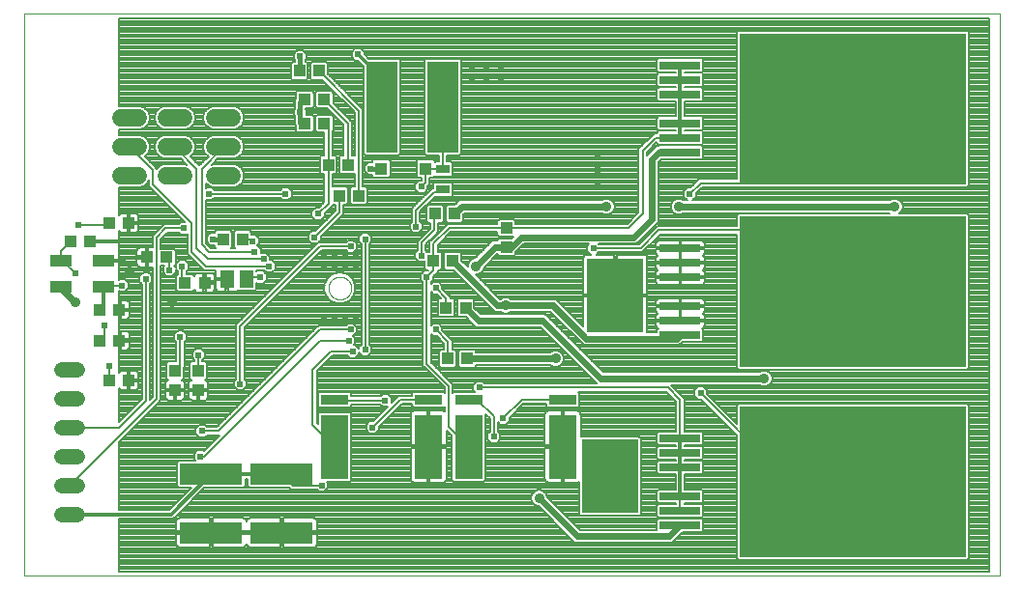
<source format=gbl>
G75*
%MOIN*%
%OFA0B0*%
%FSLAX25Y25*%
%IPPOS*%
%LPD*%
%AMOC8*
5,1,8,0,0,1.08239X$1,22.5*
%
%ADD10C,0.00000*%
%ADD11R,0.04724X0.03150*%
%ADD12R,0.05118X0.05906*%
%ADD13R,0.21654X0.07283*%
%ADD14R,0.04331X0.03937*%
%ADD15R,0.04331X0.04331*%
%ADD16C,0.06000*%
%ADD17R,0.10630X0.31496*%
%ADD18R,0.03937X0.04331*%
%ADD19R,0.19200X0.25400*%
%ADD20R,0.09600X0.22000*%
%ADD21R,0.09600X0.03500*%
%ADD22R,0.78000X0.52000*%
%ADD23R,0.14000X0.02800*%
%ADD24R,0.07480X0.04331*%
%ADD25C,0.05200*%
%ADD26C,0.03600*%
%ADD27C,0.02400*%
%ADD28C,0.00800*%
%ADD29C,0.02400*%
%ADD30C,0.01200*%
%ADD31C,0.01600*%
D10*
X0047976Y0001000D02*
X0047976Y0195000D01*
X0384226Y0195000D01*
X0384226Y0001000D01*
X0047976Y0001000D01*
X0152789Y0100375D02*
X0152791Y0100500D01*
X0152797Y0100625D01*
X0152807Y0100749D01*
X0152821Y0100873D01*
X0152838Y0100997D01*
X0152860Y0101120D01*
X0152886Y0101242D01*
X0152915Y0101364D01*
X0152948Y0101484D01*
X0152986Y0101603D01*
X0153026Y0101722D01*
X0153071Y0101838D01*
X0153119Y0101953D01*
X0153171Y0102067D01*
X0153227Y0102179D01*
X0153286Y0102289D01*
X0153348Y0102397D01*
X0153414Y0102504D01*
X0153483Y0102608D01*
X0153556Y0102709D01*
X0153631Y0102809D01*
X0153710Y0102906D01*
X0153792Y0103000D01*
X0153877Y0103092D01*
X0153964Y0103181D01*
X0154055Y0103267D01*
X0154148Y0103350D01*
X0154244Y0103431D01*
X0154342Y0103508D01*
X0154442Y0103582D01*
X0154545Y0103653D01*
X0154650Y0103720D01*
X0154758Y0103785D01*
X0154867Y0103845D01*
X0154978Y0103903D01*
X0155091Y0103956D01*
X0155205Y0104006D01*
X0155321Y0104053D01*
X0155438Y0104095D01*
X0155557Y0104134D01*
X0155677Y0104170D01*
X0155798Y0104201D01*
X0155920Y0104229D01*
X0156042Y0104252D01*
X0156166Y0104272D01*
X0156290Y0104288D01*
X0156414Y0104300D01*
X0156539Y0104308D01*
X0156664Y0104312D01*
X0156788Y0104312D01*
X0156913Y0104308D01*
X0157038Y0104300D01*
X0157162Y0104288D01*
X0157286Y0104272D01*
X0157410Y0104252D01*
X0157532Y0104229D01*
X0157654Y0104201D01*
X0157775Y0104170D01*
X0157895Y0104134D01*
X0158014Y0104095D01*
X0158131Y0104053D01*
X0158247Y0104006D01*
X0158361Y0103956D01*
X0158474Y0103903D01*
X0158585Y0103845D01*
X0158695Y0103785D01*
X0158802Y0103720D01*
X0158907Y0103653D01*
X0159010Y0103582D01*
X0159110Y0103508D01*
X0159208Y0103431D01*
X0159304Y0103350D01*
X0159397Y0103267D01*
X0159488Y0103181D01*
X0159575Y0103092D01*
X0159660Y0103000D01*
X0159742Y0102906D01*
X0159821Y0102809D01*
X0159896Y0102709D01*
X0159969Y0102608D01*
X0160038Y0102504D01*
X0160104Y0102397D01*
X0160166Y0102289D01*
X0160225Y0102179D01*
X0160281Y0102067D01*
X0160333Y0101953D01*
X0160381Y0101838D01*
X0160426Y0101722D01*
X0160466Y0101603D01*
X0160504Y0101484D01*
X0160537Y0101364D01*
X0160566Y0101242D01*
X0160592Y0101120D01*
X0160614Y0100997D01*
X0160631Y0100873D01*
X0160645Y0100749D01*
X0160655Y0100625D01*
X0160661Y0100500D01*
X0160663Y0100375D01*
X0160661Y0100250D01*
X0160655Y0100125D01*
X0160645Y0100001D01*
X0160631Y0099877D01*
X0160614Y0099753D01*
X0160592Y0099630D01*
X0160566Y0099508D01*
X0160537Y0099386D01*
X0160504Y0099266D01*
X0160466Y0099147D01*
X0160426Y0099028D01*
X0160381Y0098912D01*
X0160333Y0098797D01*
X0160281Y0098683D01*
X0160225Y0098571D01*
X0160166Y0098461D01*
X0160104Y0098353D01*
X0160038Y0098246D01*
X0159969Y0098142D01*
X0159896Y0098041D01*
X0159821Y0097941D01*
X0159742Y0097844D01*
X0159660Y0097750D01*
X0159575Y0097658D01*
X0159488Y0097569D01*
X0159397Y0097483D01*
X0159304Y0097400D01*
X0159208Y0097319D01*
X0159110Y0097242D01*
X0159010Y0097168D01*
X0158907Y0097097D01*
X0158802Y0097030D01*
X0158694Y0096965D01*
X0158585Y0096905D01*
X0158474Y0096847D01*
X0158361Y0096794D01*
X0158247Y0096744D01*
X0158131Y0096697D01*
X0158014Y0096655D01*
X0157895Y0096616D01*
X0157775Y0096580D01*
X0157654Y0096549D01*
X0157532Y0096521D01*
X0157410Y0096498D01*
X0157286Y0096478D01*
X0157162Y0096462D01*
X0157038Y0096450D01*
X0156913Y0096442D01*
X0156788Y0096438D01*
X0156664Y0096438D01*
X0156539Y0096442D01*
X0156414Y0096450D01*
X0156290Y0096462D01*
X0156166Y0096478D01*
X0156042Y0096498D01*
X0155920Y0096521D01*
X0155798Y0096549D01*
X0155677Y0096580D01*
X0155557Y0096616D01*
X0155438Y0096655D01*
X0155321Y0096697D01*
X0155205Y0096744D01*
X0155091Y0096794D01*
X0154978Y0096847D01*
X0154867Y0096905D01*
X0154757Y0096965D01*
X0154650Y0097030D01*
X0154545Y0097097D01*
X0154442Y0097168D01*
X0154342Y0097242D01*
X0154244Y0097319D01*
X0154148Y0097400D01*
X0154055Y0097483D01*
X0153964Y0097569D01*
X0153877Y0097658D01*
X0153792Y0097750D01*
X0153710Y0097844D01*
X0153631Y0097941D01*
X0153556Y0098041D01*
X0153483Y0098142D01*
X0153414Y0098246D01*
X0153348Y0098353D01*
X0153286Y0098461D01*
X0153227Y0098571D01*
X0153171Y0098683D01*
X0153119Y0098797D01*
X0153071Y0098912D01*
X0153026Y0099028D01*
X0152986Y0099147D01*
X0152948Y0099266D01*
X0152915Y0099386D01*
X0152886Y0099508D01*
X0152860Y0099630D01*
X0152838Y0099753D01*
X0152821Y0099877D01*
X0152807Y0100001D01*
X0152797Y0100125D01*
X0152791Y0100250D01*
X0152789Y0100375D01*
D11*
X0192351Y0134332D03*
X0192351Y0141418D03*
D12*
X0124447Y0103500D03*
X0117754Y0103500D03*
D13*
X0112351Y0036039D03*
X0136726Y0036039D03*
X0136726Y0015961D03*
X0112351Y0015961D03*
D14*
X0083822Y0068500D03*
X0077129Y0068500D03*
X0074004Y0082250D03*
X0080697Y0082250D03*
X0080697Y0092875D03*
X0074004Y0092875D03*
X0103379Y0102250D03*
X0110072Y0102250D03*
X0096947Y0111000D03*
X0090254Y0111000D03*
X0070697Y0116625D03*
X0064004Y0116625D03*
X0077129Y0122875D03*
X0083822Y0122875D03*
X0144629Y0157250D03*
X0151322Y0157250D03*
X0151322Y0165375D03*
X0144629Y0165375D03*
X0214226Y0121221D03*
X0214226Y0114529D03*
D15*
X0186278Y0141625D03*
X0170924Y0141625D03*
D16*
X0119726Y0139125D02*
X0113726Y0139125D01*
X0102851Y0139125D02*
X0096851Y0139125D01*
X0087226Y0139125D02*
X0081226Y0139125D01*
X0081226Y0149125D02*
X0087226Y0149125D01*
X0096851Y0149125D02*
X0102851Y0149125D01*
X0113726Y0149125D02*
X0119726Y0149125D01*
X0119726Y0159125D02*
X0113726Y0159125D01*
X0102851Y0159125D02*
X0096851Y0159125D01*
X0087226Y0159125D02*
X0081226Y0159125D01*
D17*
X0171293Y0162875D03*
X0192159Y0162875D03*
D18*
X0159447Y0142875D03*
X0152754Y0142875D03*
X0156504Y0132250D03*
X0163197Y0132250D03*
X0189629Y0126000D03*
X0196322Y0126000D03*
X0195697Y0109750D03*
X0189004Y0109750D03*
X0193379Y0093500D03*
X0200072Y0093500D03*
X0200697Y0076000D03*
X0194004Y0076000D03*
X0123197Y0117250D03*
X0116504Y0117250D03*
X0107976Y0071846D03*
X0107976Y0065154D03*
X0099851Y0065154D03*
X0099851Y0071846D03*
X0142754Y0175375D03*
X0149447Y0175375D03*
D19*
X0251726Y0097875D03*
X0249851Y0035375D03*
D20*
X0233551Y0045625D03*
X0201151Y0045625D03*
X0187301Y0045625D03*
X0154901Y0045625D03*
D21*
X0154901Y0061875D03*
X0187301Y0061875D03*
X0201151Y0061875D03*
X0233551Y0061875D03*
D22*
X0333601Y0033500D03*
X0333601Y0099125D03*
X0333601Y0162250D03*
D23*
X0274051Y0157250D03*
X0274051Y0152250D03*
X0274051Y0147250D03*
X0274051Y0167250D03*
X0274051Y0172250D03*
X0274051Y0177250D03*
X0274051Y0114125D03*
X0274051Y0109125D03*
X0274051Y0104125D03*
X0274051Y0094125D03*
X0274051Y0089125D03*
X0274051Y0084125D03*
X0274051Y0048500D03*
X0274051Y0043500D03*
X0274051Y0038500D03*
X0274051Y0028500D03*
X0274051Y0023500D03*
X0274051Y0018500D03*
D24*
X0075259Y0100847D03*
X0060692Y0100847D03*
X0060692Y0109903D03*
X0075259Y0109903D03*
D25*
X0066201Y0072250D02*
X0061001Y0072250D01*
X0061001Y0062250D02*
X0066201Y0062250D01*
X0066201Y0052250D02*
X0061001Y0052250D01*
X0061001Y0042250D02*
X0066201Y0042250D01*
X0066201Y0032250D02*
X0061001Y0032250D01*
X0061001Y0022250D02*
X0066201Y0022250D01*
D26*
X0065476Y0095375D03*
X0084226Y0106312D03*
X0098913Y0095375D03*
X0203601Y0107875D03*
X0213913Y0094437D03*
X0231101Y0076000D03*
X0302976Y0069125D03*
X0225476Y0027875D03*
X0248601Y0128500D03*
X0273601Y0128500D03*
X0347976Y0128500D03*
D27*
X0273601Y0128500D01*
X0264226Y0124125D02*
X0257976Y0117875D01*
X0219226Y0117875D01*
X0215879Y0114529D01*
X0214226Y0114529D02*
X0210254Y0114529D01*
X0203601Y0107875D01*
X0195697Y0109750D02*
X0211010Y0094437D01*
X0213913Y0094437D01*
X0230163Y0094437D01*
X0241726Y0082875D01*
X0272801Y0082875D01*
X0274051Y0084125D01*
X0246726Y0069125D02*
X0226726Y0089125D01*
X0204447Y0089125D01*
X0200072Y0093500D01*
X0200697Y0076000D02*
X0231101Y0076000D01*
X0246726Y0069125D02*
X0302976Y0069125D01*
X0238601Y0014750D02*
X0225476Y0027875D01*
X0238601Y0014750D02*
X0270301Y0014750D01*
X0274051Y0018500D01*
X0264226Y0124125D02*
X0264226Y0144750D01*
X0266726Y0147250D01*
X0274051Y0147250D01*
X0248601Y0128500D02*
X0198822Y0128500D01*
X0196322Y0126000D01*
X0065476Y0095375D02*
X0060692Y0100158D01*
X0060692Y0100847D01*
D28*
X0065476Y0105375D02*
X0060948Y0109903D01*
X0060692Y0109903D01*
X0060692Y0113313D01*
X0064004Y0116625D01*
X0066726Y0122250D02*
X0076504Y0122250D01*
X0077129Y0122875D01*
X0080476Y0120152D02*
X0080537Y0120047D01*
X0080797Y0119786D01*
X0081116Y0119602D01*
X0081472Y0119506D01*
X0083422Y0119506D01*
X0083422Y0122475D01*
X0084222Y0122475D01*
X0084222Y0119506D01*
X0086172Y0119506D01*
X0086528Y0119602D01*
X0086847Y0119786D01*
X0087108Y0120047D01*
X0087292Y0120366D01*
X0087387Y0120722D01*
X0087387Y0122475D01*
X0084222Y0122475D01*
X0084222Y0123275D01*
X0083422Y0123275D01*
X0083422Y0126243D01*
X0081472Y0126243D01*
X0081116Y0126148D01*
X0080797Y0125964D01*
X0080537Y0125703D01*
X0080476Y0125598D01*
X0080476Y0135125D01*
X0088021Y0135125D01*
X0089491Y0135734D01*
X0090617Y0136859D01*
X0090951Y0137665D01*
X0090951Y0135420D01*
X0103171Y0123200D01*
X0102064Y0123200D01*
X0101264Y0122400D01*
X0096146Y0122400D01*
X0095326Y0121580D01*
X0092201Y0118455D01*
X0092201Y0114368D01*
X0090654Y0114368D01*
X0090654Y0111400D01*
X0089854Y0111400D01*
X0089854Y0110600D01*
X0086689Y0110600D01*
X0086689Y0108847D01*
X0086784Y0108491D01*
X0086969Y0108172D01*
X0087229Y0107911D01*
X0087548Y0107727D01*
X0087905Y0107631D01*
X0089854Y0107631D01*
X0089854Y0110600D01*
X0090654Y0110600D01*
X0090654Y0107631D01*
X0092201Y0107631D01*
X0092201Y0062830D01*
X0091251Y0061880D01*
X0091251Y0101789D01*
X0092051Y0102589D01*
X0092051Y0104411D01*
X0090762Y0105700D01*
X0088939Y0105700D01*
X0087651Y0104411D01*
X0087651Y0102589D01*
X0088451Y0101789D01*
X0088451Y0062205D01*
X0080476Y0054230D01*
X0080476Y0065777D01*
X0080537Y0065672D01*
X0080797Y0065411D01*
X0081116Y0065227D01*
X0081472Y0065131D01*
X0083422Y0065131D01*
X0083422Y0068100D01*
X0084222Y0068100D01*
X0084222Y0065131D01*
X0086172Y0065131D01*
X0086528Y0065227D01*
X0086847Y0065411D01*
X0087108Y0065672D01*
X0087292Y0065991D01*
X0087387Y0066347D01*
X0087387Y0068100D01*
X0084222Y0068100D01*
X0084222Y0068900D01*
X0083422Y0068900D01*
X0083422Y0071868D01*
X0081472Y0071868D01*
X0081116Y0071773D01*
X0080797Y0071589D01*
X0080537Y0071328D01*
X0080476Y0071223D01*
X0080476Y0081850D01*
X0081097Y0081850D01*
X0081097Y0078881D01*
X0083047Y0078881D01*
X0083403Y0078977D01*
X0083722Y0079161D01*
X0083983Y0079422D01*
X0084167Y0079741D01*
X0084262Y0080097D01*
X0084262Y0081850D01*
X0081097Y0081850D01*
X0081097Y0082650D01*
X0080476Y0082650D01*
X0080476Y0092475D01*
X0081097Y0092475D01*
X0081097Y0089506D01*
X0083047Y0089506D01*
X0083403Y0089602D01*
X0083722Y0089786D01*
X0083983Y0090047D01*
X0084167Y0090366D01*
X0084262Y0090722D01*
X0084262Y0092475D01*
X0081097Y0092475D01*
X0081097Y0093275D01*
X0080476Y0093275D01*
X0080476Y0099451D01*
X0080814Y0099112D01*
X0082637Y0099112D01*
X0083926Y0100401D01*
X0083926Y0102224D01*
X0082637Y0103512D01*
X0080814Y0103512D01*
X0080476Y0103174D01*
X0080476Y0120152D01*
X0080476Y0119978D02*
X0080605Y0119978D01*
X0080476Y0119180D02*
X0092925Y0119180D01*
X0092201Y0118381D02*
X0080476Y0118381D01*
X0080476Y0117583D02*
X0092201Y0117583D01*
X0092201Y0116784D02*
X0080476Y0116784D01*
X0080476Y0115986D02*
X0092201Y0115986D01*
X0092201Y0115187D02*
X0080476Y0115187D01*
X0080476Y0114389D02*
X0092201Y0114389D01*
X0090654Y0113590D02*
X0089854Y0113590D01*
X0089854Y0114368D02*
X0087905Y0114368D01*
X0087548Y0114273D01*
X0087229Y0114089D01*
X0086969Y0113828D01*
X0086784Y0113509D01*
X0086689Y0113153D01*
X0086689Y0111400D01*
X0089854Y0111400D01*
X0089854Y0114368D01*
X0089854Y0112792D02*
X0090654Y0112792D01*
X0090654Y0111993D02*
X0089854Y0111993D01*
X0089854Y0111195D02*
X0080476Y0111195D01*
X0080476Y0111993D02*
X0086689Y0111993D01*
X0086689Y0112792D02*
X0080476Y0112792D01*
X0080476Y0113590D02*
X0086831Y0113590D01*
X0086689Y0110396D02*
X0080476Y0110396D01*
X0080476Y0109598D02*
X0086689Y0109598D01*
X0086702Y0108799D02*
X0080476Y0108799D01*
X0080476Y0108001D02*
X0087140Y0108001D01*
X0089854Y0108001D02*
X0090654Y0108001D01*
X0090654Y0108799D02*
X0089854Y0108799D01*
X0089854Y0109598D02*
X0090654Y0109598D01*
X0090654Y0110396D02*
X0089854Y0110396D01*
X0095001Y0108031D02*
X0096271Y0108031D01*
X0095776Y0107536D01*
X0095776Y0105714D01*
X0097064Y0104425D01*
X0098887Y0104425D01*
X0100176Y0105714D01*
X0100176Y0106939D01*
X0100951Y0106164D01*
X0100951Y0105218D01*
X0100800Y0105218D01*
X0100214Y0104633D01*
X0100214Y0099867D01*
X0100800Y0099281D01*
X0105959Y0099281D01*
X0106545Y0099867D01*
X0106545Y0099956D01*
X0106602Y0099741D01*
X0106787Y0099422D01*
X0107047Y0099161D01*
X0107366Y0098977D01*
X0107722Y0098881D01*
X0109672Y0098881D01*
X0109672Y0101850D01*
X0110472Y0101850D01*
X0110472Y0098881D01*
X0112422Y0098881D01*
X0112778Y0098977D01*
X0113097Y0099161D01*
X0113358Y0099422D01*
X0113542Y0099741D01*
X0113637Y0100097D01*
X0113637Y0101850D01*
X0110472Y0101850D01*
X0110472Y0102650D01*
X0109672Y0102650D01*
X0109672Y0105618D01*
X0107722Y0105618D01*
X0107366Y0105523D01*
X0107047Y0105339D01*
X0106787Y0105078D01*
X0106602Y0104759D01*
X0106545Y0104544D01*
X0106545Y0104633D01*
X0105959Y0105218D01*
X0103751Y0105218D01*
X0103751Y0106164D01*
X0104551Y0106964D01*
X0104551Y0108786D01*
X0103262Y0110075D01*
X0101439Y0110075D01*
X0100151Y0108786D01*
X0100151Y0107561D01*
X0099604Y0108108D01*
X0100112Y0108617D01*
X0100112Y0113383D01*
X0099527Y0113968D01*
X0095001Y0113968D01*
X0095001Y0117295D01*
X0097306Y0119600D01*
X0101264Y0119600D01*
X0102064Y0118800D01*
X0103887Y0118800D01*
X0104076Y0118989D01*
X0104076Y0112295D01*
X0109896Y0106475D01*
X0113795Y0106475D01*
X0113795Y0103900D01*
X0117354Y0103900D01*
X0117354Y0103100D01*
X0113795Y0103100D01*
X0113795Y0100363D01*
X0113891Y0100007D01*
X0114075Y0099688D01*
X0114336Y0099427D01*
X0114655Y0099243D01*
X0115011Y0099147D01*
X0117354Y0099147D01*
X0117354Y0103100D01*
X0118154Y0103100D01*
X0118154Y0099147D01*
X0120498Y0099147D01*
X0120854Y0099243D01*
X0121173Y0099427D01*
X0121384Y0099638D01*
X0121474Y0099547D01*
X0127420Y0099547D01*
X0128006Y0100133D01*
X0128006Y0102233D01*
X0128314Y0101925D01*
X0130137Y0101925D01*
X0131426Y0103214D01*
X0131426Y0105036D01*
X0130137Y0106325D01*
X0128314Y0106325D01*
X0128006Y0106017D01*
X0128006Y0106475D01*
X0130639Y0106475D01*
X0131439Y0105675D01*
X0133262Y0105675D01*
X0134551Y0106964D01*
X0134551Y0108786D01*
X0133262Y0110075D01*
X0132676Y0110075D01*
X0132676Y0111286D01*
X0131387Y0112575D01*
X0129564Y0112575D01*
X0129551Y0112561D01*
X0129551Y0113786D01*
X0128274Y0115062D01*
X0128926Y0115714D01*
X0128926Y0117536D01*
X0127637Y0118825D01*
X0126166Y0118825D01*
X0126166Y0119830D01*
X0125580Y0120415D01*
X0120814Y0120415D01*
X0120229Y0119830D01*
X0120229Y0114670D01*
X0120624Y0114275D01*
X0119077Y0114275D01*
X0119473Y0114670D01*
X0119473Y0119830D01*
X0118887Y0120415D01*
X0114121Y0120415D01*
X0113536Y0119830D01*
X0113536Y0119450D01*
X0112064Y0119450D01*
X0110776Y0118161D01*
X0110776Y0116339D01*
X0112064Y0115050D01*
X0113536Y0115050D01*
X0113536Y0114670D01*
X0113931Y0114275D01*
X0112306Y0114275D01*
X0110626Y0115955D01*
X0110626Y0130864D01*
X0110814Y0130675D01*
X0112637Y0130675D01*
X0113437Y0131475D01*
X0136264Y0131475D01*
X0137064Y0130675D01*
X0138887Y0130675D01*
X0140176Y0131964D01*
X0140176Y0133786D01*
X0138887Y0135075D01*
X0137064Y0135075D01*
X0136264Y0134275D01*
X0113437Y0134275D01*
X0112637Y0135075D01*
X0110814Y0135075D01*
X0110626Y0134886D01*
X0110626Y0136568D01*
X0111460Y0135734D01*
X0112930Y0135125D01*
X0120521Y0135125D01*
X0121991Y0135734D01*
X0123117Y0136859D01*
X0123726Y0138329D01*
X0123726Y0139921D01*
X0123117Y0141391D01*
X0121991Y0142516D01*
X0120521Y0143125D01*
X0112930Y0143125D01*
X0112547Y0142966D01*
X0114706Y0145125D01*
X0120521Y0145125D01*
X0121991Y0145734D01*
X0123117Y0146859D01*
X0123726Y0148329D01*
X0123726Y0149921D01*
X0123117Y0151391D01*
X0121991Y0152516D01*
X0120521Y0153125D01*
X0112930Y0153125D01*
X0111460Y0152516D01*
X0110335Y0151391D01*
X0109726Y0149921D01*
X0109726Y0148329D01*
X0110335Y0146859D01*
X0111407Y0145787D01*
X0108646Y0143025D01*
X0108288Y0142667D01*
X0107931Y0143025D01*
X0105169Y0145787D01*
X0106242Y0146859D01*
X0106851Y0148329D01*
X0106851Y0149921D01*
X0106242Y0151391D01*
X0105116Y0152516D01*
X0103646Y0153125D01*
X0096055Y0153125D01*
X0094585Y0152516D01*
X0093460Y0151391D01*
X0092851Y0149921D01*
X0092851Y0148329D01*
X0093460Y0146859D01*
X0094585Y0145734D01*
X0096055Y0145125D01*
X0101871Y0145125D01*
X0104030Y0142966D01*
X0103646Y0143125D01*
X0096055Y0143125D01*
X0094585Y0142516D01*
X0093700Y0141631D01*
X0092931Y0142400D01*
X0089544Y0145787D01*
X0090617Y0146859D01*
X0091226Y0148329D01*
X0091226Y0149921D01*
X0090617Y0151391D01*
X0089491Y0152516D01*
X0088021Y0153125D01*
X0080476Y0153125D01*
X0080476Y0155125D01*
X0088021Y0155125D01*
X0089491Y0155734D01*
X0090617Y0156859D01*
X0091226Y0158329D01*
X0091226Y0159921D01*
X0090617Y0161391D01*
X0089491Y0162516D01*
X0088021Y0163125D01*
X0080476Y0163125D01*
X0080476Y0193600D01*
X0380476Y0193600D01*
X0380476Y0002400D01*
X0080476Y0002400D01*
X0080476Y0020650D01*
X0099224Y0020650D01*
X0100161Y0021587D01*
X0109972Y0031398D01*
X0123592Y0031398D01*
X0124177Y0031983D01*
X0124177Y0034439D01*
X0124899Y0034439D01*
X0124899Y0031983D01*
X0125485Y0031398D01*
X0139388Y0031398D01*
X0139935Y0030850D01*
X0148764Y0030850D01*
X0149564Y0030050D01*
X0151387Y0030050D01*
X0152676Y0031339D01*
X0152676Y0033161D01*
X0152212Y0033625D01*
X0160115Y0033625D01*
X0160701Y0034211D01*
X0160701Y0057039D01*
X0160115Y0057625D01*
X0149686Y0057625D01*
X0149101Y0057039D01*
X0149101Y0053405D01*
X0148751Y0053755D01*
X0148751Y0071670D01*
X0154181Y0077100D01*
X0159389Y0077100D01*
X0160189Y0076300D01*
X0162012Y0076300D01*
X0163301Y0077589D01*
X0163301Y0078189D01*
X0164564Y0076925D01*
X0166387Y0076925D01*
X0167676Y0078214D01*
X0167676Y0080036D01*
X0166876Y0080836D01*
X0166876Y0115539D01*
X0167676Y0116339D01*
X0167676Y0118161D01*
X0166387Y0119450D01*
X0164564Y0119450D01*
X0163276Y0118161D01*
X0163276Y0116339D01*
X0164076Y0115539D01*
X0164076Y0080836D01*
X0163276Y0080036D01*
X0163276Y0079436D01*
X0162012Y0080700D01*
X0161412Y0080700D01*
X0162051Y0081339D01*
X0162051Y0083161D01*
X0161399Y0083812D01*
X0162676Y0085089D01*
X0162676Y0086911D01*
X0161387Y0088200D01*
X0159564Y0088200D01*
X0158764Y0087400D01*
X0149271Y0087400D01*
X0114271Y0052400D01*
X0110937Y0052400D01*
X0110137Y0053200D01*
X0108314Y0053200D01*
X0107026Y0051911D01*
X0107026Y0050089D01*
X0108314Y0048800D01*
X0110137Y0048800D01*
X0110937Y0049600D01*
X0115221Y0049600D01*
X0109791Y0044171D01*
X0109512Y0044450D01*
X0107689Y0044450D01*
X0106401Y0043161D01*
X0106401Y0041339D01*
X0107058Y0040681D01*
X0101110Y0040681D01*
X0100524Y0040095D01*
X0100524Y0031983D01*
X0101110Y0031398D01*
X0105446Y0031398D01*
X0097899Y0023850D01*
X0080476Y0023850D01*
X0080476Y0047145D01*
X0094181Y0060850D01*
X0095001Y0061670D01*
X0095001Y0108031D01*
X0095001Y0108001D02*
X0096240Y0108001D01*
X0095776Y0107202D02*
X0095001Y0107202D01*
X0095001Y0106403D02*
X0095776Y0106403D01*
X0095884Y0105605D02*
X0095001Y0105605D01*
X0095001Y0104806D02*
X0096683Y0104806D01*
X0095001Y0104008D02*
X0100214Y0104008D01*
X0100214Y0103209D02*
X0095001Y0103209D01*
X0095001Y0102411D02*
X0100214Y0102411D01*
X0100214Y0101612D02*
X0095001Y0101612D01*
X0095001Y0100814D02*
X0100214Y0100814D01*
X0100214Y0100015D02*
X0095001Y0100015D01*
X0095001Y0099217D02*
X0106991Y0099217D01*
X0109672Y0099217D02*
X0110472Y0099217D01*
X0110472Y0100015D02*
X0109672Y0100015D01*
X0109672Y0100814D02*
X0110472Y0100814D01*
X0110472Y0101612D02*
X0109672Y0101612D01*
X0110472Y0102411D02*
X0113795Y0102411D01*
X0113637Y0102650D02*
X0113637Y0104403D01*
X0113542Y0104759D01*
X0113358Y0105078D01*
X0113097Y0105339D01*
X0112778Y0105523D01*
X0112422Y0105618D01*
X0110472Y0105618D01*
X0110472Y0102650D01*
X0113637Y0102650D01*
X0113637Y0103209D02*
X0117354Y0103209D01*
X0117354Y0102411D02*
X0118154Y0102411D01*
X0118154Y0101612D02*
X0117354Y0101612D01*
X0117354Y0100814D02*
X0118154Y0100814D01*
X0118154Y0100015D02*
X0117354Y0100015D01*
X0117354Y0099217D02*
X0118154Y0099217D01*
X0120758Y0099217D02*
X0132338Y0099217D01*
X0133136Y0100015D02*
X0127889Y0100015D01*
X0128006Y0100814D02*
X0133935Y0100814D01*
X0134733Y0101612D02*
X0128006Y0101612D01*
X0130623Y0102411D02*
X0135532Y0102411D01*
X0136330Y0103209D02*
X0131421Y0103209D01*
X0131426Y0104008D02*
X0137129Y0104008D01*
X0137927Y0104806D02*
X0131426Y0104806D01*
X0130857Y0105605D02*
X0138726Y0105605D01*
X0139524Y0106403D02*
X0133990Y0106403D01*
X0134551Y0107202D02*
X0140323Y0107202D01*
X0141121Y0108001D02*
X0134551Y0108001D01*
X0134538Y0108799D02*
X0141920Y0108799D01*
X0142718Y0109598D02*
X0133739Y0109598D01*
X0132676Y0110396D02*
X0143517Y0110396D01*
X0144315Y0111195D02*
X0132676Y0111195D01*
X0131969Y0111993D02*
X0145114Y0111993D01*
X0145912Y0112792D02*
X0129551Y0112792D01*
X0129551Y0113590D02*
X0146711Y0113590D01*
X0147509Y0114389D02*
X0128948Y0114389D01*
X0128399Y0115187D02*
X0148308Y0115187D01*
X0148451Y0115330D02*
X0121771Y0088650D01*
X0120951Y0087830D01*
X0120951Y0068961D01*
X0120151Y0068161D01*
X0120151Y0066339D01*
X0121439Y0065050D01*
X0123262Y0065050D01*
X0124551Y0066339D01*
X0124551Y0068161D01*
X0123751Y0068961D01*
X0123751Y0086670D01*
X0150431Y0113350D01*
X0158764Y0113350D01*
X0159564Y0112550D01*
X0161387Y0112550D01*
X0162676Y0113839D01*
X0162676Y0115661D01*
X0161387Y0116950D01*
X0159564Y0116950D01*
X0158764Y0116150D01*
X0149362Y0116150D01*
X0150176Y0116964D01*
X0150176Y0118095D01*
X0157904Y0125824D01*
X0157904Y0129085D01*
X0158887Y0129085D01*
X0159473Y0129670D01*
X0159473Y0134830D01*
X0158887Y0135415D01*
X0154154Y0135415D01*
X0154154Y0139710D01*
X0155137Y0139710D01*
X0155723Y0140295D01*
X0155723Y0145455D01*
X0155137Y0146040D01*
X0154154Y0146040D01*
X0154154Y0154534D01*
X0154487Y0154867D01*
X0154487Y0159633D01*
X0153902Y0160218D01*
X0148743Y0160218D01*
X0148157Y0159633D01*
X0148157Y0154867D01*
X0148743Y0154281D01*
X0151354Y0154281D01*
X0151354Y0146040D01*
X0150371Y0146040D01*
X0149786Y0145455D01*
X0149786Y0140295D01*
X0150371Y0139710D01*
X0151354Y0139710D01*
X0151354Y0130108D01*
X0149446Y0128200D01*
X0148314Y0128200D01*
X0147026Y0126911D01*
X0147026Y0125089D01*
X0148314Y0123800D01*
X0150137Y0123800D01*
X0151426Y0125089D01*
X0151426Y0126220D01*
X0154154Y0128949D01*
X0154154Y0129085D01*
X0155104Y0129085D01*
X0155104Y0126983D01*
X0148196Y0120075D01*
X0147064Y0120075D01*
X0145776Y0118786D01*
X0145776Y0116964D01*
X0147064Y0115675D01*
X0148796Y0115675D01*
X0148451Y0115330D01*
X0148451Y0115330D01*
X0149851Y0114750D02*
X0122351Y0087250D01*
X0122351Y0067250D01*
X0124551Y0067276D02*
X0129147Y0067276D01*
X0128349Y0066478D02*
X0124551Y0066478D01*
X0123891Y0065679D02*
X0127550Y0065679D01*
X0126752Y0064881D02*
X0108376Y0064881D01*
X0108376Y0064754D02*
X0108376Y0065554D01*
X0111344Y0065554D01*
X0111344Y0067503D01*
X0111249Y0067859D01*
X0111064Y0068179D01*
X0110804Y0068439D01*
X0110485Y0068623D01*
X0110269Y0068681D01*
X0110358Y0068681D01*
X0110944Y0069267D01*
X0110944Y0074426D01*
X0110358Y0075012D01*
X0109376Y0075012D01*
X0109376Y0075539D01*
X0110176Y0076339D01*
X0110176Y0078161D01*
X0108887Y0079450D01*
X0107064Y0079450D01*
X0105776Y0078161D01*
X0105776Y0076339D01*
X0106576Y0075539D01*
X0106576Y0075012D01*
X0105593Y0075012D01*
X0105007Y0074426D01*
X0105007Y0069267D01*
X0105593Y0068681D01*
X0105682Y0068681D01*
X0105467Y0068623D01*
X0105148Y0068439D01*
X0104887Y0068179D01*
X0104703Y0067859D01*
X0104607Y0067503D01*
X0104607Y0065554D01*
X0107576Y0065554D01*
X0107576Y0064754D01*
X0104607Y0064754D01*
X0104607Y0062804D01*
X0104703Y0062448D01*
X0104887Y0062129D01*
X0105148Y0061868D01*
X0105467Y0061684D01*
X0105823Y0061588D01*
X0107576Y0061588D01*
X0107576Y0064753D01*
X0108376Y0064753D01*
X0108376Y0061588D01*
X0110128Y0061588D01*
X0110485Y0061684D01*
X0110804Y0061868D01*
X0111064Y0062129D01*
X0111249Y0062448D01*
X0111344Y0062804D01*
X0111344Y0064754D01*
X0108376Y0064754D01*
X0108376Y0064082D02*
X0107576Y0064082D01*
X0107576Y0063284D02*
X0108376Y0063284D01*
X0108376Y0062485D02*
X0107576Y0062485D01*
X0107576Y0061687D02*
X0108376Y0061687D01*
X0110490Y0061687D02*
X0123558Y0061687D01*
X0124356Y0062485D02*
X0111259Y0062485D01*
X0111344Y0063284D02*
X0125155Y0063284D01*
X0125953Y0064082D02*
X0111344Y0064082D01*
X0111344Y0065679D02*
X0120810Y0065679D01*
X0120151Y0066478D02*
X0111344Y0066478D01*
X0111344Y0067276D02*
X0120151Y0067276D01*
X0120151Y0068075D02*
X0111124Y0068075D01*
X0110551Y0068873D02*
X0120863Y0068873D01*
X0120951Y0069672D02*
X0110944Y0069672D01*
X0110944Y0070470D02*
X0120951Y0070470D01*
X0120951Y0071269D02*
X0110944Y0071269D01*
X0110944Y0072068D02*
X0120951Y0072068D01*
X0120951Y0072866D02*
X0110944Y0072866D01*
X0110944Y0073665D02*
X0120951Y0073665D01*
X0120951Y0074463D02*
X0110907Y0074463D01*
X0109376Y0075262D02*
X0120951Y0075262D01*
X0120951Y0076060D02*
X0109897Y0076060D01*
X0110176Y0076859D02*
X0120951Y0076859D01*
X0120951Y0077657D02*
X0110176Y0077657D01*
X0109881Y0078456D02*
X0120951Y0078456D01*
X0120951Y0079254D02*
X0109083Y0079254D01*
X0106869Y0079254D02*
X0103126Y0079254D01*
X0103126Y0078456D02*
X0106070Y0078456D01*
X0105776Y0077657D02*
X0103126Y0077657D01*
X0103126Y0076859D02*
X0105776Y0076859D01*
X0106054Y0076060D02*
X0103126Y0076060D01*
X0103126Y0075262D02*
X0106576Y0075262D01*
X0105044Y0074463D02*
X0103126Y0074463D01*
X0103126Y0073665D02*
X0105007Y0073665D01*
X0105007Y0072866D02*
X0102850Y0072866D01*
X0102819Y0072835D02*
X0103126Y0073142D01*
X0103126Y0081789D01*
X0103926Y0082589D01*
X0103926Y0084411D01*
X0102637Y0085700D01*
X0100814Y0085700D01*
X0099526Y0084411D01*
X0099526Y0082589D01*
X0100326Y0081789D01*
X0100326Y0075012D01*
X0097468Y0075012D01*
X0096882Y0074426D01*
X0096882Y0069267D01*
X0097468Y0068681D01*
X0097557Y0068681D01*
X0097342Y0068623D01*
X0097023Y0068439D01*
X0096762Y0068179D01*
X0096578Y0067859D01*
X0096482Y0067503D01*
X0096482Y0065554D01*
X0099451Y0065554D01*
X0099451Y0064754D01*
X0096482Y0064754D01*
X0096482Y0062804D01*
X0096578Y0062448D01*
X0096762Y0062129D01*
X0097023Y0061868D01*
X0097342Y0061684D01*
X0097698Y0061588D01*
X0099451Y0061588D01*
X0099451Y0064753D01*
X0100251Y0064753D01*
X0100251Y0061588D01*
X0102003Y0061588D01*
X0102360Y0061684D01*
X0102679Y0061868D01*
X0102939Y0062129D01*
X0103124Y0062448D01*
X0103219Y0062804D01*
X0103219Y0064754D01*
X0100251Y0064754D01*
X0100251Y0065554D01*
X0103219Y0065554D01*
X0103219Y0067503D01*
X0103124Y0067859D01*
X0102939Y0068179D01*
X0102679Y0068439D01*
X0102360Y0068623D01*
X0102144Y0068681D01*
X0102233Y0068681D01*
X0102819Y0069267D01*
X0102819Y0072835D01*
X0102819Y0072068D02*
X0105007Y0072068D01*
X0105007Y0071269D02*
X0102819Y0071269D01*
X0102819Y0070470D02*
X0105007Y0070470D01*
X0105007Y0069672D02*
X0102819Y0069672D01*
X0102426Y0068873D02*
X0105401Y0068873D01*
X0104827Y0068075D02*
X0102999Y0068075D01*
X0103219Y0067276D02*
X0104607Y0067276D01*
X0104607Y0066478D02*
X0103219Y0066478D01*
X0103219Y0065679D02*
X0104607Y0065679D01*
X0104607Y0064082D02*
X0103219Y0064082D01*
X0103219Y0063284D02*
X0104607Y0063284D01*
X0104693Y0062485D02*
X0103134Y0062485D01*
X0102365Y0061687D02*
X0105461Y0061687D01*
X0100251Y0061687D02*
X0099451Y0061687D01*
X0099451Y0062485D02*
X0100251Y0062485D01*
X0100251Y0063284D02*
X0099451Y0063284D01*
X0099451Y0064082D02*
X0100251Y0064082D01*
X0100251Y0064881D02*
X0107576Y0064881D01*
X0099451Y0064881D02*
X0095001Y0064881D01*
X0095001Y0065679D02*
X0096482Y0065679D01*
X0096482Y0066478D02*
X0095001Y0066478D01*
X0095001Y0067276D02*
X0096482Y0067276D01*
X0096702Y0068075D02*
X0095001Y0068075D01*
X0095001Y0068873D02*
X0097276Y0068873D01*
X0096882Y0069672D02*
X0095001Y0069672D01*
X0095001Y0070470D02*
X0096882Y0070470D01*
X0096882Y0071269D02*
X0095001Y0071269D01*
X0095001Y0072068D02*
X0096882Y0072068D01*
X0096882Y0072866D02*
X0095001Y0072866D01*
X0095001Y0073665D02*
X0096882Y0073665D01*
X0096919Y0074463D02*
X0095001Y0074463D01*
X0095001Y0075262D02*
X0100326Y0075262D01*
X0100326Y0076060D02*
X0095001Y0076060D01*
X0095001Y0076859D02*
X0100326Y0076859D01*
X0100326Y0077657D02*
X0095001Y0077657D01*
X0095001Y0078456D02*
X0100326Y0078456D01*
X0100326Y0079254D02*
X0095001Y0079254D01*
X0095001Y0080053D02*
X0100326Y0080053D01*
X0100326Y0080851D02*
X0095001Y0080851D01*
X0095001Y0081650D02*
X0100326Y0081650D01*
X0099666Y0082448D02*
X0095001Y0082448D01*
X0095001Y0083247D02*
X0099526Y0083247D01*
X0099526Y0084045D02*
X0095001Y0084045D01*
X0095001Y0084844D02*
X0099958Y0084844D01*
X0100757Y0085642D02*
X0095001Y0085642D01*
X0095001Y0086441D02*
X0120951Y0086441D01*
X0120951Y0087239D02*
X0095001Y0087239D01*
X0095001Y0088038D02*
X0121159Y0088038D01*
X0121957Y0088836D02*
X0095001Y0088836D01*
X0095001Y0089635D02*
X0122756Y0089635D01*
X0123554Y0090433D02*
X0095001Y0090433D01*
X0095001Y0091232D02*
X0124353Y0091232D01*
X0125151Y0092030D02*
X0095001Y0092030D01*
X0095001Y0092829D02*
X0125950Y0092829D01*
X0126748Y0093627D02*
X0095001Y0093627D01*
X0095001Y0094426D02*
X0127547Y0094426D01*
X0128345Y0095224D02*
X0095001Y0095224D01*
X0095001Y0096023D02*
X0129144Y0096023D01*
X0129942Y0096821D02*
X0095001Y0096821D01*
X0095001Y0097620D02*
X0130741Y0097620D01*
X0131539Y0098418D02*
X0095001Y0098418D01*
X0092201Y0098418D02*
X0091251Y0098418D01*
X0091251Y0097620D02*
X0092201Y0097620D01*
X0092201Y0096821D02*
X0091251Y0096821D01*
X0091251Y0096023D02*
X0092201Y0096023D01*
X0092201Y0095224D02*
X0091251Y0095224D01*
X0091251Y0094426D02*
X0092201Y0094426D01*
X0092201Y0093627D02*
X0091251Y0093627D01*
X0091251Y0092829D02*
X0092201Y0092829D01*
X0092201Y0092030D02*
X0091251Y0092030D01*
X0091251Y0091232D02*
X0092201Y0091232D01*
X0092201Y0090433D02*
X0091251Y0090433D01*
X0091251Y0089635D02*
X0092201Y0089635D01*
X0092201Y0088836D02*
X0091251Y0088836D01*
X0091251Y0088038D02*
X0092201Y0088038D01*
X0092201Y0087239D02*
X0091251Y0087239D01*
X0091251Y0086441D02*
X0092201Y0086441D01*
X0092201Y0085642D02*
X0091251Y0085642D01*
X0091251Y0084844D02*
X0092201Y0084844D01*
X0092201Y0084045D02*
X0091251Y0084045D01*
X0091251Y0083247D02*
X0092201Y0083247D01*
X0092201Y0082448D02*
X0091251Y0082448D01*
X0091251Y0081650D02*
X0092201Y0081650D01*
X0092201Y0080851D02*
X0091251Y0080851D01*
X0091251Y0080053D02*
X0092201Y0080053D01*
X0092201Y0079254D02*
X0091251Y0079254D01*
X0091251Y0078456D02*
X0092201Y0078456D01*
X0092201Y0077657D02*
X0091251Y0077657D01*
X0091251Y0076859D02*
X0092201Y0076859D01*
X0092201Y0076060D02*
X0091251Y0076060D01*
X0091251Y0075262D02*
X0092201Y0075262D01*
X0092201Y0074463D02*
X0091251Y0074463D01*
X0091251Y0073665D02*
X0092201Y0073665D01*
X0092201Y0072866D02*
X0091251Y0072866D01*
X0091251Y0072068D02*
X0092201Y0072068D01*
X0092201Y0071269D02*
X0091251Y0071269D01*
X0091251Y0070470D02*
X0092201Y0070470D01*
X0092201Y0069672D02*
X0091251Y0069672D01*
X0091251Y0068873D02*
X0092201Y0068873D01*
X0092201Y0068075D02*
X0091251Y0068075D01*
X0091251Y0067276D02*
X0092201Y0067276D01*
X0092201Y0066478D02*
X0091251Y0066478D01*
X0091251Y0065679D02*
X0092201Y0065679D01*
X0092201Y0064881D02*
X0091251Y0064881D01*
X0091251Y0064082D02*
X0092201Y0064082D01*
X0092201Y0063284D02*
X0091251Y0063284D01*
X0091251Y0062485D02*
X0091856Y0062485D01*
X0093601Y0062250D02*
X0093601Y0117875D01*
X0096726Y0121000D01*
X0102976Y0121000D01*
X0101685Y0119180D02*
X0096885Y0119180D01*
X0096087Y0118381D02*
X0104076Y0118381D01*
X0104076Y0117583D02*
X0095288Y0117583D01*
X0095001Y0116784D02*
X0104076Y0116784D01*
X0104076Y0115986D02*
X0095001Y0115986D01*
X0095001Y0115187D02*
X0104076Y0115187D01*
X0104076Y0114389D02*
X0095001Y0114389D01*
X0099905Y0113590D02*
X0104076Y0113590D01*
X0104076Y0112792D02*
X0100112Y0112792D01*
X0100112Y0111993D02*
X0104378Y0111993D01*
X0105176Y0111195D02*
X0100112Y0111195D01*
X0100112Y0110396D02*
X0105975Y0110396D01*
X0106773Y0109598D02*
X0103739Y0109598D01*
X0104538Y0108799D02*
X0107572Y0108799D01*
X0108370Y0108001D02*
X0104551Y0108001D01*
X0104551Y0107202D02*
X0109169Y0107202D01*
X0110476Y0107875D02*
X0105476Y0112875D01*
X0105476Y0122875D01*
X0092351Y0136000D01*
X0092351Y0141000D01*
X0084226Y0149125D01*
X0080476Y0153516D02*
X0151354Y0153516D01*
X0151354Y0152717D02*
X0121506Y0152717D01*
X0122589Y0151919D02*
X0151354Y0151919D01*
X0151354Y0151120D02*
X0123229Y0151120D01*
X0123560Y0150322D02*
X0151354Y0150322D01*
X0151354Y0149523D02*
X0123726Y0149523D01*
X0123726Y0148725D02*
X0151354Y0148725D01*
X0151354Y0147926D02*
X0123559Y0147926D01*
X0123228Y0147128D02*
X0151354Y0147128D01*
X0151354Y0146329D02*
X0122587Y0146329D01*
X0121500Y0145531D02*
X0149862Y0145531D01*
X0149786Y0144732D02*
X0114313Y0144732D01*
X0113514Y0143934D02*
X0149786Y0143934D01*
X0149786Y0143135D02*
X0112716Y0143135D01*
X0110353Y0144732D02*
X0106224Y0144732D01*
X0107022Y0143934D02*
X0109554Y0143934D01*
X0108756Y0143135D02*
X0107821Y0143135D01*
X0107351Y0141625D02*
X0107351Y0114125D01*
X0111101Y0110375D01*
X0130476Y0110375D01*
X0132351Y0107875D02*
X0110476Y0107875D01*
X0113795Y0106403D02*
X0103990Y0106403D01*
X0103751Y0105605D02*
X0107672Y0105605D01*
X0106630Y0104806D02*
X0106371Y0104806D01*
X0109672Y0104806D02*
X0110472Y0104806D01*
X0110472Y0104008D02*
X0109672Y0104008D01*
X0109672Y0103209D02*
X0110472Y0103209D01*
X0110472Y0105605D02*
X0109672Y0105605D01*
X0112472Y0105605D02*
X0113795Y0105605D01*
X0113795Y0104806D02*
X0113515Y0104806D01*
X0113637Y0104008D02*
X0113795Y0104008D01*
X0113795Y0101612D02*
X0113637Y0101612D01*
X0113637Y0100814D02*
X0113795Y0100814D01*
X0113888Y0100015D02*
X0113616Y0100015D01*
X0113153Y0099217D02*
X0114751Y0099217D01*
X0124447Y0103500D02*
X0125072Y0104125D01*
X0129226Y0104125D01*
X0128006Y0106403D02*
X0130711Y0106403D01*
X0127351Y0112875D02*
X0111726Y0112875D01*
X0109226Y0115375D01*
X0109226Y0141625D01*
X0116726Y0149125D01*
X0111945Y0152717D02*
X0104631Y0152717D01*
X0105714Y0151919D02*
X0110862Y0151919D01*
X0110223Y0151120D02*
X0106354Y0151120D01*
X0106685Y0150322D02*
X0109892Y0150322D01*
X0109726Y0149523D02*
X0106851Y0149523D01*
X0106851Y0148725D02*
X0109726Y0148725D01*
X0109893Y0147926D02*
X0106684Y0147926D01*
X0106353Y0147128D02*
X0110223Y0147128D01*
X0110865Y0146329D02*
X0105712Y0146329D01*
X0105425Y0145531D02*
X0111151Y0145531D01*
X0107351Y0141625D02*
X0099851Y0149125D01*
X0095070Y0152717D02*
X0089006Y0152717D01*
X0090089Y0151919D02*
X0093987Y0151919D01*
X0093348Y0151120D02*
X0090729Y0151120D01*
X0091060Y0150322D02*
X0093017Y0150322D01*
X0092851Y0149523D02*
X0091226Y0149523D01*
X0091226Y0148725D02*
X0092851Y0148725D01*
X0093018Y0147926D02*
X0091059Y0147926D01*
X0090728Y0147128D02*
X0093348Y0147128D01*
X0093990Y0146329D02*
X0090087Y0146329D01*
X0089800Y0145531D02*
X0095076Y0145531D01*
X0092196Y0143135D02*
X0103861Y0143135D01*
X0103062Y0143934D02*
X0091397Y0143934D01*
X0090599Y0144732D02*
X0102264Y0144732D01*
X0094405Y0142337D02*
X0092994Y0142337D01*
X0090951Y0137545D02*
X0090901Y0137545D01*
X0090951Y0136747D02*
X0090504Y0136747D01*
X0090951Y0135948D02*
X0089706Y0135948D01*
X0091221Y0135150D02*
X0088081Y0135150D01*
X0092019Y0134351D02*
X0080476Y0134351D01*
X0080476Y0133553D02*
X0092818Y0133553D01*
X0093616Y0132754D02*
X0080476Y0132754D01*
X0080476Y0131956D02*
X0094415Y0131956D01*
X0095213Y0131157D02*
X0080476Y0131157D01*
X0080476Y0130359D02*
X0096012Y0130359D01*
X0096810Y0129560D02*
X0080476Y0129560D01*
X0080476Y0128762D02*
X0097609Y0128762D01*
X0098407Y0127963D02*
X0080476Y0127963D01*
X0080476Y0127165D02*
X0099206Y0127165D01*
X0100004Y0126366D02*
X0080476Y0126366D01*
X0083422Y0125568D02*
X0084222Y0125568D01*
X0084222Y0126243D02*
X0084222Y0123275D01*
X0087387Y0123275D01*
X0087387Y0125028D01*
X0087292Y0125384D01*
X0087108Y0125703D01*
X0086847Y0125964D01*
X0086528Y0126148D01*
X0086172Y0126243D01*
X0084222Y0126243D01*
X0084222Y0124769D02*
X0083422Y0124769D01*
X0083422Y0123971D02*
X0084222Y0123971D01*
X0084222Y0123172D02*
X0102037Y0123172D01*
X0102400Y0123971D02*
X0087387Y0123971D01*
X0087387Y0124769D02*
X0101602Y0124769D01*
X0100803Y0125568D02*
X0087186Y0125568D01*
X0087387Y0122374D02*
X0096120Y0122374D01*
X0095321Y0121575D02*
X0087387Y0121575D01*
X0087387Y0120777D02*
X0094522Y0120777D01*
X0093724Y0119978D02*
X0087039Y0119978D01*
X0084222Y0119978D02*
X0083422Y0119978D01*
X0083422Y0120777D02*
X0084222Y0120777D01*
X0084222Y0121575D02*
X0083422Y0121575D01*
X0083422Y0122374D02*
X0084222Y0122374D01*
X0096947Y0111000D02*
X0097976Y0110596D01*
X0097976Y0106625D01*
X0100176Y0106403D02*
X0100711Y0106403D01*
X0100951Y0105605D02*
X0100067Y0105605D01*
X0100388Y0104806D02*
X0099268Y0104806D01*
X0102351Y0103279D02*
X0103379Y0102250D01*
X0102351Y0103279D02*
X0102351Y0107875D01*
X0100151Y0108001D02*
X0099711Y0108001D01*
X0100112Y0108799D02*
X0100163Y0108799D01*
X0100112Y0109598D02*
X0100962Y0109598D01*
X0092201Y0107202D02*
X0080476Y0107202D01*
X0080476Y0106403D02*
X0092201Y0106403D01*
X0092201Y0105605D02*
X0090857Y0105605D01*
X0091655Y0104806D02*
X0092201Y0104806D01*
X0092201Y0104008D02*
X0092051Y0104008D01*
X0092051Y0103209D02*
X0092201Y0103209D01*
X0092201Y0102411D02*
X0091873Y0102411D01*
X0092201Y0101612D02*
X0091251Y0101612D01*
X0091251Y0100814D02*
X0092201Y0100814D01*
X0092201Y0100015D02*
X0091251Y0100015D01*
X0091251Y0099217D02*
X0092201Y0099217D01*
X0088451Y0099217D02*
X0082741Y0099217D01*
X0083540Y0100015D02*
X0088451Y0100015D01*
X0088451Y0100814D02*
X0083926Y0100814D01*
X0083926Y0101612D02*
X0088451Y0101612D01*
X0087828Y0102411D02*
X0083738Y0102411D01*
X0082940Y0103209D02*
X0087651Y0103209D01*
X0087651Y0104008D02*
X0080476Y0104008D01*
X0080476Y0104806D02*
X0088046Y0104806D01*
X0088844Y0105605D02*
X0080476Y0105605D01*
X0080476Y0103209D02*
X0080511Y0103209D01*
X0081726Y0101312D02*
X0075724Y0101312D01*
X0075259Y0100847D01*
X0080476Y0099217D02*
X0080710Y0099217D01*
X0080476Y0098418D02*
X0088451Y0098418D01*
X0088451Y0097620D02*
X0080476Y0097620D01*
X0080476Y0096821D02*
X0088451Y0096821D01*
X0088451Y0096023D02*
X0083620Y0096023D01*
X0083722Y0095964D02*
X0083403Y0096148D01*
X0083047Y0096243D01*
X0081097Y0096243D01*
X0081097Y0093275D01*
X0084262Y0093275D01*
X0084262Y0095028D01*
X0084167Y0095384D01*
X0083983Y0095703D01*
X0083722Y0095964D01*
X0084210Y0095224D02*
X0088451Y0095224D01*
X0088451Y0094426D02*
X0084262Y0094426D01*
X0084262Y0093627D02*
X0088451Y0093627D01*
X0088451Y0092829D02*
X0081097Y0092829D01*
X0081097Y0093627D02*
X0080476Y0093627D01*
X0080476Y0094426D02*
X0081097Y0094426D01*
X0081097Y0095224D02*
X0080476Y0095224D01*
X0080476Y0096023D02*
X0081097Y0096023D01*
X0081097Y0092030D02*
X0080476Y0092030D01*
X0080476Y0091232D02*
X0081097Y0091232D01*
X0081097Y0090433D02*
X0080476Y0090433D01*
X0080476Y0089635D02*
X0081097Y0089635D01*
X0080476Y0088836D02*
X0088451Y0088836D01*
X0088451Y0088038D02*
X0080476Y0088038D01*
X0080476Y0087239D02*
X0088451Y0087239D01*
X0088451Y0086441D02*
X0080476Y0086441D01*
X0080476Y0085642D02*
X0088451Y0085642D01*
X0088451Y0084844D02*
X0084118Y0084844D01*
X0084167Y0084759D02*
X0083983Y0085078D01*
X0083722Y0085339D01*
X0083403Y0085523D01*
X0083047Y0085618D01*
X0081097Y0085618D01*
X0081097Y0082650D01*
X0084262Y0082650D01*
X0084262Y0084403D01*
X0084167Y0084759D01*
X0084262Y0084045D02*
X0088451Y0084045D01*
X0088451Y0083247D02*
X0084262Y0083247D01*
X0084262Y0081650D02*
X0088451Y0081650D01*
X0088451Y0082448D02*
X0081097Y0082448D01*
X0081097Y0081650D02*
X0080476Y0081650D01*
X0080476Y0080851D02*
X0081097Y0080851D01*
X0081097Y0080053D02*
X0080476Y0080053D01*
X0080476Y0079254D02*
X0081097Y0079254D01*
X0080476Y0078456D02*
X0088451Y0078456D01*
X0088451Y0079254D02*
X0083815Y0079254D01*
X0084251Y0080053D02*
X0088451Y0080053D01*
X0088451Y0080851D02*
X0084262Y0080851D01*
X0081097Y0083247D02*
X0080476Y0083247D01*
X0080476Y0084045D02*
X0081097Y0084045D01*
X0081097Y0084844D02*
X0080476Y0084844D01*
X0075476Y0083721D02*
X0074004Y0082250D01*
X0075476Y0083721D02*
X0075476Y0087562D01*
X0083460Y0089635D02*
X0088451Y0089635D01*
X0088451Y0090433D02*
X0084185Y0090433D01*
X0084262Y0091232D02*
X0088451Y0091232D01*
X0088451Y0092030D02*
X0084262Y0092030D01*
X0101726Y0083500D02*
X0101726Y0073721D01*
X0099851Y0071846D01*
X0107976Y0071846D02*
X0107976Y0077250D01*
X0103126Y0080053D02*
X0120951Y0080053D01*
X0120951Y0080851D02*
X0103126Y0080851D01*
X0103126Y0081650D02*
X0120951Y0081650D01*
X0120951Y0082448D02*
X0103785Y0082448D01*
X0103926Y0083247D02*
X0120951Y0083247D01*
X0120951Y0084045D02*
X0103926Y0084045D01*
X0103493Y0084844D02*
X0120951Y0084844D01*
X0120951Y0085642D02*
X0102695Y0085642D01*
X0088451Y0077657D02*
X0080476Y0077657D01*
X0080476Y0076859D02*
X0088451Y0076859D01*
X0088451Y0076060D02*
X0080476Y0076060D01*
X0080476Y0075262D02*
X0088451Y0075262D01*
X0088451Y0074463D02*
X0080476Y0074463D01*
X0080476Y0073665D02*
X0088451Y0073665D01*
X0088451Y0072866D02*
X0080476Y0072866D01*
X0080476Y0072068D02*
X0088451Y0072068D01*
X0088451Y0071269D02*
X0087142Y0071269D01*
X0087108Y0071328D02*
X0086847Y0071589D01*
X0086528Y0071773D01*
X0086172Y0071868D01*
X0084222Y0071868D01*
X0084222Y0068900D01*
X0087387Y0068900D01*
X0087387Y0070653D01*
X0087292Y0071009D01*
X0087108Y0071328D01*
X0087387Y0070470D02*
X0088451Y0070470D01*
X0088451Y0069672D02*
X0087387Y0069672D01*
X0088451Y0068873D02*
X0084222Y0068873D01*
X0084222Y0068075D02*
X0083422Y0068075D01*
X0083422Y0067276D02*
X0084222Y0067276D01*
X0084222Y0066478D02*
X0083422Y0066478D01*
X0083422Y0065679D02*
X0084222Y0065679D01*
X0087112Y0065679D02*
X0088451Y0065679D01*
X0088451Y0064881D02*
X0080476Y0064881D01*
X0080476Y0065679D02*
X0080532Y0065679D01*
X0080476Y0064082D02*
X0088451Y0064082D01*
X0088451Y0063284D02*
X0080476Y0063284D01*
X0080476Y0062485D02*
X0088451Y0062485D01*
X0087933Y0061687D02*
X0080476Y0061687D01*
X0080476Y0060888D02*
X0087134Y0060888D01*
X0086336Y0060090D02*
X0080476Y0060090D01*
X0080476Y0059291D02*
X0085537Y0059291D01*
X0084739Y0058493D02*
X0080476Y0058493D01*
X0080476Y0057694D02*
X0083940Y0057694D01*
X0083142Y0056896D02*
X0080476Y0056896D01*
X0080476Y0056097D02*
X0082343Y0056097D01*
X0081545Y0055299D02*
X0080476Y0055299D01*
X0080476Y0054500D02*
X0080746Y0054500D01*
X0080476Y0052250D02*
X0089851Y0061625D01*
X0089851Y0103500D01*
X0111393Y0115187D02*
X0111927Y0115187D01*
X0112192Y0114389D02*
X0113818Y0114389D01*
X0111129Y0115986D02*
X0110626Y0115986D01*
X0110626Y0116784D02*
X0110776Y0116784D01*
X0110776Y0117583D02*
X0110626Y0117583D01*
X0110626Y0118381D02*
X0110996Y0118381D01*
X0110626Y0119180D02*
X0111794Y0119180D01*
X0110626Y0119978D02*
X0113684Y0119978D01*
X0110626Y0120777D02*
X0148897Y0120777D01*
X0149696Y0121575D02*
X0110626Y0121575D01*
X0110626Y0122374D02*
X0150495Y0122374D01*
X0151293Y0123172D02*
X0110626Y0123172D01*
X0110626Y0123971D02*
X0148144Y0123971D01*
X0147345Y0124769D02*
X0110626Y0124769D01*
X0110626Y0125568D02*
X0147026Y0125568D01*
X0147026Y0126366D02*
X0110626Y0126366D01*
X0110626Y0127165D02*
X0147279Y0127165D01*
X0148078Y0127963D02*
X0110626Y0127963D01*
X0110626Y0128762D02*
X0150008Y0128762D01*
X0150806Y0129560D02*
X0110626Y0129560D01*
X0110626Y0130359D02*
X0151354Y0130359D01*
X0151354Y0131157D02*
X0139369Y0131157D01*
X0140168Y0131956D02*
X0151354Y0131956D01*
X0151354Y0132754D02*
X0140176Y0132754D01*
X0140176Y0133553D02*
X0151354Y0133553D01*
X0151354Y0134351D02*
X0139611Y0134351D01*
X0137976Y0132875D02*
X0111726Y0132875D01*
X0113361Y0134351D02*
X0136341Y0134351D01*
X0136582Y0131157D02*
X0113119Y0131157D01*
X0112870Y0135150D02*
X0110626Y0135150D01*
X0110626Y0135948D02*
X0111245Y0135948D01*
X0120581Y0135150D02*
X0151354Y0135150D01*
X0151354Y0135948D02*
X0122206Y0135948D01*
X0123004Y0136747D02*
X0151354Y0136747D01*
X0151354Y0137545D02*
X0123401Y0137545D01*
X0123726Y0138344D02*
X0151354Y0138344D01*
X0151354Y0139142D02*
X0123726Y0139142D01*
X0123717Y0139941D02*
X0150140Y0139941D01*
X0149786Y0140739D02*
X0123387Y0140739D01*
X0122970Y0141538D02*
X0149786Y0141538D01*
X0149786Y0142337D02*
X0122171Y0142337D01*
X0141464Y0154867D02*
X0142050Y0154281D01*
X0147209Y0154281D01*
X0147795Y0154867D01*
X0147795Y0159633D01*
X0147209Y0160218D01*
X0145176Y0160218D01*
X0145176Y0161911D01*
X0144776Y0162311D01*
X0144776Y0162406D01*
X0147209Y0162406D01*
X0147795Y0162992D01*
X0147795Y0167758D01*
X0147209Y0168343D01*
X0142050Y0168343D01*
X0141464Y0167758D01*
X0141464Y0165705D01*
X0141396Y0165494D01*
X0141176Y0165274D01*
X0141176Y0164812D01*
X0141034Y0164372D01*
X0141176Y0164095D01*
X0141176Y0162311D01*
X0140776Y0161911D01*
X0140776Y0160089D01*
X0141176Y0159689D01*
X0141176Y0157591D01*
X0141093Y0156971D01*
X0141176Y0156863D01*
X0141176Y0156726D01*
X0141464Y0156438D01*
X0141464Y0154867D01*
X0141464Y0155113D02*
X0080476Y0155113D01*
X0080476Y0154314D02*
X0142017Y0154314D01*
X0141464Y0155911D02*
X0122169Y0155911D01*
X0121991Y0155734D02*
X0123117Y0156859D01*
X0123726Y0158329D01*
X0123726Y0159921D01*
X0123117Y0161391D01*
X0121991Y0162516D01*
X0120521Y0163125D01*
X0112930Y0163125D01*
X0111460Y0162516D01*
X0110335Y0161391D01*
X0109726Y0159921D01*
X0109726Y0158329D01*
X0110335Y0156859D01*
X0111460Y0155734D01*
X0112930Y0155125D01*
X0120521Y0155125D01*
X0121991Y0155734D01*
X0122967Y0156710D02*
X0141192Y0156710D01*
X0141165Y0157508D02*
X0123386Y0157508D01*
X0123716Y0158307D02*
X0141176Y0158307D01*
X0141176Y0159105D02*
X0123726Y0159105D01*
X0123726Y0159904D02*
X0140961Y0159904D01*
X0140776Y0160702D02*
X0123402Y0160702D01*
X0123007Y0161501D02*
X0140776Y0161501D01*
X0141164Y0162299D02*
X0122208Y0162299D01*
X0120587Y0163098D02*
X0141176Y0163098D01*
X0141176Y0163896D02*
X0080476Y0163896D01*
X0080476Y0164695D02*
X0141138Y0164695D01*
X0141395Y0165493D02*
X0080476Y0165493D01*
X0080476Y0166292D02*
X0141464Y0166292D01*
X0141464Y0167090D02*
X0080476Y0167090D01*
X0080476Y0167889D02*
X0141595Y0167889D01*
X0140371Y0172210D02*
X0145137Y0172210D01*
X0145723Y0172795D01*
X0145723Y0177955D01*
X0145137Y0178540D01*
X0144776Y0178540D01*
X0144776Y0179064D01*
X0145176Y0179464D01*
X0145176Y0181286D01*
X0143887Y0182575D01*
X0142064Y0182575D01*
X0140776Y0181286D01*
X0140776Y0179464D01*
X0141176Y0179064D01*
X0141176Y0178540D01*
X0140371Y0178540D01*
X0139786Y0177955D01*
X0139786Y0172795D01*
X0140371Y0172210D01*
X0139901Y0172680D02*
X0080476Y0172680D01*
X0080476Y0173478D02*
X0139786Y0173478D01*
X0139786Y0174277D02*
X0080476Y0174277D01*
X0080476Y0175075D02*
X0139786Y0175075D01*
X0139786Y0175874D02*
X0080476Y0175874D01*
X0080476Y0176672D02*
X0139786Y0176672D01*
X0139786Y0177471D02*
X0080476Y0177471D01*
X0080476Y0178270D02*
X0140101Y0178270D01*
X0141171Y0179068D02*
X0080476Y0179068D01*
X0080476Y0179867D02*
X0140776Y0179867D01*
X0140776Y0180665D02*
X0080476Y0180665D01*
X0080476Y0181464D02*
X0140953Y0181464D01*
X0141751Y0182262D02*
X0080476Y0182262D01*
X0080476Y0183061D02*
X0161925Y0183061D01*
X0162064Y0183200D02*
X0160776Y0181911D01*
X0160776Y0180089D01*
X0162064Y0178800D01*
X0162913Y0178800D01*
X0164978Y0176735D01*
X0164978Y0146713D01*
X0165563Y0146127D01*
X0177022Y0146127D01*
X0177608Y0146713D01*
X0177608Y0179037D01*
X0177022Y0179623D01*
X0166615Y0179623D01*
X0165176Y0181063D01*
X0165176Y0181911D01*
X0163887Y0183200D01*
X0162064Y0183200D01*
X0161126Y0182262D02*
X0144200Y0182262D01*
X0144998Y0181464D02*
X0160776Y0181464D01*
X0160776Y0180665D02*
X0145176Y0180665D01*
X0145176Y0179867D02*
X0160998Y0179867D01*
X0161796Y0179068D02*
X0144780Y0179068D01*
X0145408Y0178270D02*
X0146794Y0178270D01*
X0147064Y0178540D02*
X0146479Y0177955D01*
X0146479Y0172795D01*
X0147064Y0172210D01*
X0150633Y0172210D01*
X0161797Y0161045D01*
X0161797Y0146040D01*
X0160847Y0146040D01*
X0160847Y0157830D01*
X0154487Y0164190D01*
X0154487Y0167758D01*
X0153902Y0168343D01*
X0148743Y0168343D01*
X0148157Y0167758D01*
X0148157Y0162992D01*
X0148743Y0162406D01*
X0152311Y0162406D01*
X0158047Y0156670D01*
X0158047Y0146040D01*
X0157064Y0146040D01*
X0156479Y0145455D01*
X0156479Y0140295D01*
X0157064Y0139710D01*
X0161797Y0139710D01*
X0161797Y0135415D01*
X0160814Y0135415D01*
X0160229Y0134830D01*
X0160229Y0129670D01*
X0160814Y0129085D01*
X0165580Y0129085D01*
X0166166Y0129670D01*
X0166166Y0134830D01*
X0165580Y0135415D01*
X0164597Y0135415D01*
X0164597Y0162205D01*
X0152416Y0174386D01*
X0152416Y0177955D01*
X0151830Y0178540D01*
X0147064Y0178540D01*
X0146479Y0177471D02*
X0145723Y0177471D01*
X0145723Y0176672D02*
X0146479Y0176672D01*
X0146479Y0175874D02*
X0145723Y0175874D01*
X0145723Y0175075D02*
X0146479Y0175075D01*
X0146479Y0174277D02*
X0145723Y0174277D01*
X0145723Y0173478D02*
X0146479Y0173478D01*
X0146594Y0172680D02*
X0145607Y0172680D01*
X0149447Y0175375D02*
X0163197Y0161625D01*
X0163197Y0132250D01*
X0160229Y0131956D02*
X0159473Y0131956D01*
X0159473Y0132754D02*
X0160229Y0132754D01*
X0160229Y0133553D02*
X0159473Y0133553D01*
X0159473Y0134351D02*
X0160229Y0134351D01*
X0160549Y0135150D02*
X0159152Y0135150D01*
X0161797Y0135948D02*
X0154154Y0135948D01*
X0154154Y0136747D02*
X0161797Y0136747D01*
X0161797Y0137545D02*
X0154154Y0137545D01*
X0154154Y0138344D02*
X0161797Y0138344D01*
X0161797Y0139142D02*
X0154154Y0139142D01*
X0155368Y0139941D02*
X0156833Y0139941D01*
X0156479Y0140739D02*
X0155723Y0140739D01*
X0155723Y0141538D02*
X0156479Y0141538D01*
X0156479Y0142337D02*
X0155723Y0142337D01*
X0155723Y0143135D02*
X0156479Y0143135D01*
X0156479Y0143934D02*
X0155723Y0143934D01*
X0155723Y0144732D02*
X0156479Y0144732D01*
X0156555Y0145531D02*
X0155647Y0145531D01*
X0154154Y0146329D02*
X0158047Y0146329D01*
X0158047Y0147128D02*
X0154154Y0147128D01*
X0154154Y0147926D02*
X0158047Y0147926D01*
X0158047Y0148725D02*
X0154154Y0148725D01*
X0154154Y0149523D02*
X0158047Y0149523D01*
X0158047Y0150322D02*
X0154154Y0150322D01*
X0154154Y0151120D02*
X0158047Y0151120D01*
X0158047Y0151919D02*
X0154154Y0151919D01*
X0154154Y0152717D02*
X0158047Y0152717D01*
X0158047Y0153516D02*
X0154154Y0153516D01*
X0154154Y0154314D02*
X0158047Y0154314D01*
X0158047Y0155113D02*
X0154487Y0155113D01*
X0154487Y0155911D02*
X0158047Y0155911D01*
X0158008Y0156710D02*
X0154487Y0156710D01*
X0154487Y0157508D02*
X0157209Y0157508D01*
X0156410Y0158307D02*
X0154487Y0158307D01*
X0154487Y0159105D02*
X0155612Y0159105D01*
X0154813Y0159904D02*
X0154216Y0159904D01*
X0154015Y0160702D02*
X0145176Y0160702D01*
X0145176Y0161501D02*
X0153216Y0161501D01*
X0152418Y0162299D02*
X0144788Y0162299D01*
X0147795Y0163098D02*
X0148157Y0163098D01*
X0148157Y0163896D02*
X0147795Y0163896D01*
X0147795Y0164695D02*
X0148157Y0164695D01*
X0148157Y0165493D02*
X0147795Y0165493D01*
X0147795Y0166292D02*
X0148157Y0166292D01*
X0148157Y0167090D02*
X0147795Y0167090D01*
X0147663Y0167889D02*
X0148288Y0167889D01*
X0151322Y0165375D02*
X0159447Y0157250D01*
X0159447Y0142875D01*
X0164597Y0143135D02*
X0165749Y0143135D01*
X0165151Y0142536D02*
X0166439Y0143825D01*
X0167758Y0143825D01*
X0167758Y0144205D01*
X0168344Y0144790D01*
X0173503Y0144790D01*
X0174089Y0144205D01*
X0174089Y0139045D01*
X0173503Y0138460D01*
X0168344Y0138460D01*
X0167758Y0139045D01*
X0167758Y0139425D01*
X0166439Y0139425D01*
X0165151Y0140714D01*
X0165151Y0142536D01*
X0165151Y0142337D02*
X0164597Y0142337D01*
X0164597Y0141538D02*
X0165151Y0141538D01*
X0165151Y0140739D02*
X0164597Y0140739D01*
X0164597Y0139941D02*
X0165923Y0139941D01*
X0164597Y0139142D02*
X0167758Y0139142D01*
X0164597Y0138344D02*
X0184878Y0138344D01*
X0184878Y0138460D02*
X0184878Y0137575D01*
X0183939Y0137575D01*
X0182651Y0136286D01*
X0182651Y0134464D01*
X0183939Y0133175D01*
X0185762Y0133175D01*
X0187051Y0134464D01*
X0187051Y0135595D01*
X0187678Y0136222D01*
X0187678Y0138460D01*
X0188857Y0138460D01*
X0189408Y0139010D01*
X0189574Y0138844D01*
X0195127Y0138844D01*
X0195713Y0139429D01*
X0195713Y0143407D01*
X0195127Y0143993D01*
X0193544Y0143993D01*
X0193544Y0146127D01*
X0197888Y0146127D01*
X0198474Y0146713D01*
X0198474Y0179037D01*
X0197888Y0179623D01*
X0186430Y0179623D01*
X0185844Y0179037D01*
X0185844Y0146713D01*
X0186430Y0146127D01*
X0190744Y0146127D01*
X0190744Y0143993D01*
X0189574Y0143993D01*
X0189443Y0143862D01*
X0189443Y0144205D01*
X0188857Y0144790D01*
X0183698Y0144790D01*
X0183112Y0144205D01*
X0183112Y0139045D01*
X0183698Y0138460D01*
X0184878Y0138460D01*
X0183910Y0137545D02*
X0164597Y0137545D01*
X0164597Y0136747D02*
X0183111Y0136747D01*
X0182651Y0135948D02*
X0164597Y0135948D01*
X0165845Y0135150D02*
X0182651Y0135150D01*
X0182763Y0134351D02*
X0166166Y0134351D01*
X0166166Y0133553D02*
X0183562Y0133553D01*
X0184851Y0135375D02*
X0186278Y0136802D01*
X0186278Y0141625D01*
X0192144Y0141625D01*
X0192144Y0162860D01*
X0192159Y0162875D01*
X0185844Y0163098D02*
X0177608Y0163098D01*
X0177608Y0163896D02*
X0185844Y0163896D01*
X0185844Y0164695D02*
X0177608Y0164695D01*
X0177608Y0165493D02*
X0185844Y0165493D01*
X0185844Y0166292D02*
X0177608Y0166292D01*
X0177608Y0167090D02*
X0185844Y0167090D01*
X0185844Y0167889D02*
X0177608Y0167889D01*
X0177608Y0168687D02*
X0185844Y0168687D01*
X0185844Y0169486D02*
X0177608Y0169486D01*
X0177608Y0170284D02*
X0185844Y0170284D01*
X0185844Y0171083D02*
X0177608Y0171083D01*
X0177608Y0171881D02*
X0185844Y0171881D01*
X0185844Y0172680D02*
X0177608Y0172680D01*
X0177608Y0173478D02*
X0185844Y0173478D01*
X0185844Y0174277D02*
X0177608Y0174277D01*
X0177608Y0175075D02*
X0185844Y0175075D01*
X0185844Y0175874D02*
X0177608Y0175874D01*
X0177608Y0176672D02*
X0185844Y0176672D01*
X0185844Y0177471D02*
X0177608Y0177471D01*
X0177608Y0178270D02*
X0185844Y0178270D01*
X0185875Y0179068D02*
X0177577Y0179068D01*
X0166372Y0179867D02*
X0293601Y0179867D01*
X0293601Y0180665D02*
X0165573Y0180665D01*
X0165176Y0181464D02*
X0293601Y0181464D01*
X0293601Y0182262D02*
X0164825Y0182262D01*
X0164026Y0183061D02*
X0293601Y0183061D01*
X0293601Y0183859D02*
X0080476Y0183859D01*
X0080476Y0184658D02*
X0293601Y0184658D01*
X0293601Y0185456D02*
X0080476Y0185456D01*
X0080476Y0186255D02*
X0293601Y0186255D01*
X0293601Y0187053D02*
X0080476Y0187053D01*
X0080476Y0187852D02*
X0293601Y0187852D01*
X0293601Y0188650D02*
X0080476Y0188650D01*
X0080476Y0189449D02*
X0380476Y0189449D01*
X0380476Y0190247D02*
X0080476Y0190247D01*
X0080476Y0191046D02*
X0380476Y0191046D01*
X0380476Y0191844D02*
X0080476Y0191844D01*
X0080476Y0192643D02*
X0380476Y0192643D01*
X0380476Y0193441D02*
X0080476Y0193441D01*
X0080476Y0171881D02*
X0150961Y0171881D01*
X0151759Y0171083D02*
X0080476Y0171083D01*
X0080476Y0170284D02*
X0152558Y0170284D01*
X0153356Y0169486D02*
X0080476Y0169486D01*
X0080476Y0168687D02*
X0154155Y0168687D01*
X0154356Y0167889D02*
X0154953Y0167889D01*
X0154487Y0167090D02*
X0155752Y0167090D01*
X0156550Y0166292D02*
X0154487Y0166292D01*
X0154487Y0165493D02*
X0157349Y0165493D01*
X0158147Y0164695D02*
X0154487Y0164695D01*
X0154781Y0163896D02*
X0158946Y0163896D01*
X0159744Y0163098D02*
X0155579Y0163098D01*
X0156378Y0162299D02*
X0160543Y0162299D01*
X0161341Y0161501D02*
X0157176Y0161501D01*
X0157975Y0160702D02*
X0161797Y0160702D01*
X0161797Y0159904D02*
X0158773Y0159904D01*
X0159572Y0159105D02*
X0161797Y0159105D01*
X0161797Y0158307D02*
X0160370Y0158307D01*
X0160847Y0157508D02*
X0161797Y0157508D01*
X0161797Y0156710D02*
X0160847Y0156710D01*
X0160847Y0155911D02*
X0161797Y0155911D01*
X0161797Y0155113D02*
X0160847Y0155113D01*
X0160847Y0154314D02*
X0161797Y0154314D01*
X0161797Y0153516D02*
X0160847Y0153516D01*
X0160847Y0152717D02*
X0161797Y0152717D01*
X0161797Y0151919D02*
X0160847Y0151919D01*
X0160847Y0151120D02*
X0161797Y0151120D01*
X0161797Y0150322D02*
X0160847Y0150322D01*
X0160847Y0149523D02*
X0161797Y0149523D01*
X0161797Y0148725D02*
X0160847Y0148725D01*
X0160847Y0147926D02*
X0161797Y0147926D01*
X0161797Y0147128D02*
X0160847Y0147128D01*
X0160847Y0146329D02*
X0161797Y0146329D01*
X0164597Y0146329D02*
X0165361Y0146329D01*
X0164978Y0147128D02*
X0164597Y0147128D01*
X0164597Y0147926D02*
X0164978Y0147926D01*
X0164978Y0148725D02*
X0164597Y0148725D01*
X0164597Y0149523D02*
X0164978Y0149523D01*
X0164978Y0150322D02*
X0164597Y0150322D01*
X0164597Y0151120D02*
X0164978Y0151120D01*
X0164978Y0151919D02*
X0164597Y0151919D01*
X0164597Y0152717D02*
X0164978Y0152717D01*
X0164978Y0153516D02*
X0164597Y0153516D01*
X0164597Y0154314D02*
X0164978Y0154314D01*
X0164978Y0155113D02*
X0164597Y0155113D01*
X0164597Y0155911D02*
X0164978Y0155911D01*
X0164978Y0156710D02*
X0164597Y0156710D01*
X0164597Y0157508D02*
X0164978Y0157508D01*
X0164978Y0158307D02*
X0164597Y0158307D01*
X0164597Y0159105D02*
X0164978Y0159105D01*
X0164978Y0159904D02*
X0164597Y0159904D01*
X0164597Y0160702D02*
X0164978Y0160702D01*
X0164978Y0161501D02*
X0164597Y0161501D01*
X0164503Y0162299D02*
X0164978Y0162299D01*
X0164978Y0163098D02*
X0163704Y0163098D01*
X0162906Y0163896D02*
X0164978Y0163896D01*
X0164978Y0164695D02*
X0162107Y0164695D01*
X0161309Y0165493D02*
X0164978Y0165493D01*
X0164978Y0166292D02*
X0160510Y0166292D01*
X0159712Y0167090D02*
X0164978Y0167090D01*
X0164978Y0167889D02*
X0158913Y0167889D01*
X0158115Y0168687D02*
X0164978Y0168687D01*
X0164978Y0169486D02*
X0157316Y0169486D01*
X0156518Y0170284D02*
X0164978Y0170284D01*
X0164978Y0171083D02*
X0155719Y0171083D01*
X0154921Y0171881D02*
X0164978Y0171881D01*
X0164978Y0172680D02*
X0154122Y0172680D01*
X0153324Y0173478D02*
X0164978Y0173478D01*
X0164978Y0174277D02*
X0152525Y0174277D01*
X0152416Y0175075D02*
X0164978Y0175075D01*
X0164978Y0175874D02*
X0152416Y0175874D01*
X0152416Y0176672D02*
X0164978Y0176672D01*
X0164242Y0177471D02*
X0152416Y0177471D01*
X0152101Y0178270D02*
X0163443Y0178270D01*
X0151101Y0173721D02*
X0149447Y0175375D01*
X0148428Y0159904D02*
X0147524Y0159904D01*
X0147795Y0159105D02*
X0148157Y0159105D01*
X0148157Y0158307D02*
X0147795Y0158307D01*
X0147795Y0157508D02*
X0148157Y0157508D01*
X0148157Y0156710D02*
X0147795Y0156710D01*
X0147795Y0155911D02*
X0148157Y0155911D01*
X0148157Y0155113D02*
X0147795Y0155113D01*
X0147241Y0154314D02*
X0148710Y0154314D01*
X0151322Y0157250D02*
X0152754Y0155818D01*
X0152754Y0142875D01*
X0152754Y0129529D01*
X0149226Y0126000D01*
X0151426Y0125568D02*
X0153689Y0125568D01*
X0154487Y0126366D02*
X0151572Y0126366D01*
X0152370Y0127165D02*
X0155104Y0127165D01*
X0155104Y0127963D02*
X0153169Y0127963D01*
X0153967Y0128762D02*
X0155104Y0128762D01*
X0156504Y0126404D02*
X0147976Y0117875D01*
X0150176Y0117583D02*
X0163276Y0117583D01*
X0163276Y0116784D02*
X0161553Y0116784D01*
X0162351Y0115986D02*
X0163629Y0115986D01*
X0164076Y0115187D02*
X0162676Y0115187D01*
X0162676Y0114389D02*
X0164076Y0114389D01*
X0164076Y0113590D02*
X0162427Y0113590D01*
X0161629Y0112792D02*
X0164076Y0112792D01*
X0164076Y0111993D02*
X0149074Y0111993D01*
X0149872Y0112792D02*
X0159323Y0112792D01*
X0160476Y0114750D02*
X0149851Y0114750D01*
X0149996Y0116784D02*
X0159399Y0116784D01*
X0163496Y0118381D02*
X0150462Y0118381D01*
X0151260Y0119180D02*
X0164294Y0119180D01*
X0165476Y0117250D02*
X0165476Y0079125D01*
X0167119Y0077657D02*
X0185326Y0077657D01*
X0185326Y0076859D02*
X0162571Y0076859D01*
X0163301Y0077657D02*
X0163832Y0077657D01*
X0163292Y0080053D02*
X0162659Y0080053D01*
X0161563Y0080851D02*
X0164076Y0080851D01*
X0164076Y0081650D02*
X0162051Y0081650D01*
X0162051Y0082448D02*
X0164076Y0082448D01*
X0164076Y0083247D02*
X0161965Y0083247D01*
X0161632Y0084045D02*
X0164076Y0084045D01*
X0164076Y0084844D02*
X0162431Y0084844D01*
X0162676Y0085642D02*
X0164076Y0085642D01*
X0164076Y0086441D02*
X0162676Y0086441D01*
X0162348Y0087239D02*
X0164076Y0087239D01*
X0164076Y0088038D02*
X0161549Y0088038D01*
X0159402Y0088038D02*
X0125118Y0088038D01*
X0124320Y0087239D02*
X0149110Y0087239D01*
X0148311Y0086441D02*
X0123751Y0086441D01*
X0123751Y0085642D02*
X0147513Y0085642D01*
X0146714Y0084844D02*
X0123751Y0084844D01*
X0123751Y0084045D02*
X0145916Y0084045D01*
X0145117Y0083247D02*
X0123751Y0083247D01*
X0123751Y0082448D02*
X0144319Y0082448D01*
X0143520Y0081650D02*
X0123751Y0081650D01*
X0123751Y0080851D02*
X0142722Y0080851D01*
X0141923Y0080053D02*
X0123751Y0080053D01*
X0123751Y0079254D02*
X0141125Y0079254D01*
X0140326Y0078456D02*
X0123751Y0078456D01*
X0123751Y0077657D02*
X0139528Y0077657D01*
X0138729Y0076859D02*
X0123751Y0076859D01*
X0123751Y0076060D02*
X0137931Y0076060D01*
X0137132Y0075262D02*
X0123751Y0075262D01*
X0123751Y0074463D02*
X0136334Y0074463D01*
X0135535Y0073665D02*
X0123751Y0073665D01*
X0123751Y0072866D02*
X0134737Y0072866D01*
X0133938Y0072068D02*
X0123751Y0072068D01*
X0123751Y0071269D02*
X0133140Y0071269D01*
X0132341Y0070470D02*
X0123751Y0070470D01*
X0123751Y0069672D02*
X0131543Y0069672D01*
X0130744Y0068873D02*
X0123838Y0068873D01*
X0124551Y0068075D02*
X0129946Y0068075D01*
X0122759Y0060888D02*
X0094219Y0060888D01*
X0095001Y0061687D02*
X0097336Y0061687D01*
X0096568Y0062485D02*
X0095001Y0062485D01*
X0095001Y0063284D02*
X0096482Y0063284D01*
X0096482Y0064082D02*
X0095001Y0064082D01*
X0093601Y0062250D02*
X0063601Y0032250D01*
X0080476Y0032142D02*
X0100524Y0032142D01*
X0100524Y0032940D02*
X0080476Y0032940D01*
X0080476Y0033739D02*
X0100524Y0033739D01*
X0100524Y0034537D02*
X0080476Y0034537D01*
X0080476Y0035336D02*
X0100524Y0035336D01*
X0100524Y0036134D02*
X0080476Y0036134D01*
X0080476Y0036933D02*
X0100524Y0036933D01*
X0100524Y0037732D02*
X0080476Y0037732D01*
X0080476Y0038530D02*
X0100524Y0038530D01*
X0100524Y0039329D02*
X0080476Y0039329D01*
X0080476Y0040127D02*
X0100556Y0040127D01*
X0106401Y0041724D02*
X0080476Y0041724D01*
X0080476Y0040926D02*
X0106814Y0040926D01*
X0106401Y0042523D02*
X0080476Y0042523D01*
X0080476Y0043321D02*
X0106561Y0043321D01*
X0107359Y0044120D02*
X0080476Y0044120D01*
X0080476Y0044918D02*
X0110539Y0044918D01*
X0111337Y0045717D02*
X0080476Y0045717D01*
X0080476Y0046515D02*
X0112136Y0046515D01*
X0112934Y0047314D02*
X0080644Y0047314D01*
X0081443Y0048112D02*
X0113733Y0048112D01*
X0114531Y0048911D02*
X0110248Y0048911D01*
X0108204Y0048911D02*
X0082241Y0048911D01*
X0083040Y0049709D02*
X0107405Y0049709D01*
X0107026Y0050508D02*
X0083838Y0050508D01*
X0084637Y0051306D02*
X0107026Y0051306D01*
X0107219Y0052105D02*
X0085435Y0052105D01*
X0086234Y0052903D02*
X0108018Y0052903D01*
X0109226Y0051000D02*
X0114851Y0051000D01*
X0149851Y0086000D01*
X0160476Y0086000D01*
X0159851Y0082250D02*
X0149851Y0082250D01*
X0109851Y0042250D01*
X0108601Y0042250D01*
X0124177Y0033739D02*
X0124899Y0033739D01*
X0124899Y0032940D02*
X0124177Y0032940D01*
X0124177Y0032142D02*
X0124899Y0032142D01*
X0136726Y0036039D02*
X0140515Y0032250D01*
X0150476Y0032250D01*
X0152676Y0032142D02*
X0239251Y0032142D01*
X0239251Y0032940D02*
X0152676Y0032940D01*
X0152676Y0031343D02*
X0239251Y0031343D01*
X0239251Y0030545D02*
X0226347Y0030545D01*
X0226033Y0030675D02*
X0224919Y0030675D01*
X0223890Y0030249D01*
X0223102Y0029461D01*
X0222676Y0028432D01*
X0222676Y0027318D01*
X0223102Y0026289D01*
X0223890Y0025501D01*
X0224919Y0025075D01*
X0225164Y0025075D01*
X0237689Y0012550D01*
X0271212Y0012550D01*
X0272501Y0013839D01*
X0274762Y0016100D01*
X0281465Y0016100D01*
X0282051Y0016686D01*
X0282051Y0020314D01*
X0281465Y0020900D01*
X0266636Y0020900D01*
X0266051Y0020314D01*
X0266051Y0016950D01*
X0239512Y0016950D01*
X0228276Y0028186D01*
X0228276Y0028432D01*
X0227849Y0029461D01*
X0227062Y0030249D01*
X0226033Y0030675D01*
X0224605Y0030545D02*
X0151882Y0030545D01*
X0149069Y0030545D02*
X0109119Y0030545D01*
X0109917Y0031343D02*
X0139442Y0031343D01*
X0139265Y0036039D02*
X0136726Y0036039D01*
X0147351Y0053175D02*
X0154901Y0045625D01*
X0160701Y0045717D02*
X0186901Y0045717D01*
X0186901Y0046025D02*
X0186901Y0045225D01*
X0187701Y0045225D01*
X0187701Y0046025D01*
X0193501Y0046025D01*
X0193501Y0051295D01*
X0193646Y0051150D01*
X0195351Y0049445D01*
X0195351Y0034211D01*
X0195936Y0033625D01*
X0206365Y0033625D01*
X0206951Y0034211D01*
X0206951Y0056920D01*
X0208451Y0055420D01*
X0208451Y0050836D01*
X0207651Y0050036D01*
X0207651Y0048214D01*
X0208939Y0046925D01*
X0210762Y0046925D01*
X0212051Y0048214D01*
X0212051Y0050036D01*
X0211251Y0050836D01*
X0211251Y0053989D01*
X0212064Y0053175D01*
X0213887Y0053175D01*
X0215176Y0054464D01*
X0215176Y0055595D01*
X0220056Y0060475D01*
X0227751Y0060475D01*
X0227751Y0059711D01*
X0228336Y0059125D01*
X0238765Y0059125D01*
X0239351Y0059711D01*
X0239351Y0064039D01*
X0238790Y0064600D01*
X0269271Y0064600D01*
X0272651Y0061220D01*
X0272651Y0050900D01*
X0266636Y0050900D01*
X0266051Y0050314D01*
X0266051Y0046686D01*
X0266636Y0046100D01*
X0272451Y0046100D01*
X0272451Y0045900D01*
X0266636Y0045900D01*
X0266051Y0045314D01*
X0266051Y0041686D01*
X0266636Y0041100D01*
X0272451Y0041100D01*
X0272451Y0040900D01*
X0266636Y0040900D01*
X0266051Y0040314D01*
X0266051Y0036686D01*
X0266636Y0036100D01*
X0272451Y0036100D01*
X0272451Y0030900D01*
X0266636Y0030900D01*
X0266051Y0030314D01*
X0266051Y0026686D01*
X0266636Y0026100D01*
X0272651Y0026100D01*
X0272651Y0025900D01*
X0266636Y0025900D01*
X0266051Y0025314D01*
X0266051Y0021686D01*
X0266636Y0021100D01*
X0281465Y0021100D01*
X0282051Y0021686D01*
X0282051Y0025314D01*
X0281465Y0025900D01*
X0275451Y0025900D01*
X0275451Y0026100D01*
X0281465Y0026100D01*
X0282051Y0026686D01*
X0282051Y0030314D01*
X0281465Y0030900D01*
X0275651Y0030900D01*
X0275651Y0036100D01*
X0281465Y0036100D01*
X0282051Y0036686D01*
X0282051Y0040314D01*
X0281465Y0040900D01*
X0275651Y0040900D01*
X0275651Y0041100D01*
X0281465Y0041100D01*
X0282051Y0041686D01*
X0282051Y0045314D01*
X0281465Y0045900D01*
X0275651Y0045900D01*
X0275651Y0046100D01*
X0281465Y0046100D01*
X0282051Y0046686D01*
X0282051Y0050314D01*
X0281465Y0050900D01*
X0275451Y0050900D01*
X0275451Y0062380D01*
X0274631Y0063200D01*
X0271251Y0066580D01*
X0270906Y0066925D01*
X0301216Y0066925D01*
X0301390Y0066751D01*
X0302419Y0066325D01*
X0303533Y0066325D01*
X0304562Y0066751D01*
X0305349Y0067539D01*
X0305776Y0068568D01*
X0305776Y0069682D01*
X0305349Y0070711D01*
X0304562Y0071499D01*
X0303533Y0071925D01*
X0302419Y0071925D01*
X0301390Y0071499D01*
X0301216Y0071325D01*
X0247637Y0071325D01*
X0227637Y0091325D01*
X0205358Y0091325D01*
X0203041Y0093643D01*
X0203041Y0096080D01*
X0202455Y0096665D01*
X0197689Y0096665D01*
X0197104Y0096080D01*
X0197104Y0090920D01*
X0197689Y0090335D01*
X0200126Y0090335D01*
X0202247Y0088214D01*
X0203536Y0086925D01*
X0225814Y0086925D01*
X0245339Y0067400D01*
X0206562Y0067400D01*
X0205762Y0068200D01*
X0203939Y0068200D01*
X0202651Y0066911D01*
X0202651Y0065089D01*
X0203114Y0064625D01*
X0195936Y0064625D01*
X0195626Y0064314D01*
X0195626Y0067205D01*
X0188126Y0074705D01*
X0188126Y0084614D01*
X0188939Y0083800D01*
X0190071Y0083800D01*
X0192604Y0081267D01*
X0192604Y0079165D01*
X0191621Y0079165D01*
X0191036Y0078580D01*
X0191036Y0073420D01*
X0191621Y0072835D01*
X0196387Y0072835D01*
X0196973Y0073420D01*
X0196973Y0078580D01*
X0196387Y0079165D01*
X0195404Y0079165D01*
X0195404Y0082426D01*
X0194584Y0083246D01*
X0192051Y0085780D01*
X0192051Y0086911D01*
X0190762Y0088200D01*
X0188939Y0088200D01*
X0188126Y0087386D01*
X0188126Y0098989D01*
X0188939Y0098175D01*
X0190071Y0098175D01*
X0191580Y0096665D01*
X0190996Y0096665D01*
X0190411Y0096080D01*
X0190411Y0090920D01*
X0190996Y0090335D01*
X0195762Y0090335D01*
X0196348Y0090920D01*
X0196348Y0096080D01*
X0195762Y0096665D01*
X0194779Y0096665D01*
X0194779Y0097426D01*
X0193959Y0098246D01*
X0192051Y0100155D01*
X0192051Y0101286D01*
X0190762Y0102575D01*
X0188939Y0102575D01*
X0188126Y0101761D01*
X0188126Y0102414D01*
X0188926Y0103214D01*
X0188926Y0104345D01*
X0190404Y0105824D01*
X0190404Y0106585D01*
X0191387Y0106585D01*
X0191973Y0107170D01*
X0191973Y0112330D01*
X0191387Y0112915D01*
X0190404Y0112915D01*
X0190404Y0115199D01*
X0195027Y0119821D01*
X0211060Y0119821D01*
X0211060Y0118839D01*
X0211646Y0118253D01*
X0216492Y0118253D01*
X0215736Y0117497D01*
X0211646Y0117497D01*
X0211060Y0116911D01*
X0211060Y0116729D01*
X0209343Y0116729D01*
X0208054Y0115440D01*
X0203289Y0110675D01*
X0203044Y0110675D01*
X0202015Y0110249D01*
X0201227Y0109461D01*
X0200801Y0108432D01*
X0200801Y0107758D01*
X0198666Y0109893D01*
X0198666Y0112330D01*
X0198080Y0112915D01*
X0193314Y0112915D01*
X0192729Y0112330D01*
X0192729Y0107170D01*
X0193314Y0106585D01*
X0195751Y0106585D01*
X0210098Y0092237D01*
X0212153Y0092237D01*
X0212327Y0092064D01*
X0213356Y0091637D01*
X0214470Y0091637D01*
X0215499Y0092064D01*
X0215673Y0092237D01*
X0229252Y0092237D01*
X0240814Y0080675D01*
X0273712Y0080675D01*
X0274762Y0081725D01*
X0281465Y0081725D01*
X0282051Y0082311D01*
X0282051Y0085939D01*
X0281574Y0086416D01*
X0281591Y0086420D01*
X0281910Y0086605D01*
X0282171Y0086865D01*
X0282355Y0087185D01*
X0282451Y0087541D01*
X0282451Y0088825D01*
X0274351Y0088825D01*
X0274351Y0089425D01*
X0282451Y0089425D01*
X0282451Y0090709D01*
X0282355Y0091065D01*
X0282171Y0091385D01*
X0281931Y0091625D01*
X0282171Y0091865D01*
X0282355Y0092185D01*
X0282451Y0092541D01*
X0282451Y0093825D01*
X0274351Y0093825D01*
X0274351Y0094425D01*
X0282451Y0094425D01*
X0282451Y0095709D01*
X0282355Y0096065D01*
X0282171Y0096385D01*
X0281910Y0096645D01*
X0281591Y0096830D01*
X0281235Y0096925D01*
X0274351Y0096925D01*
X0274351Y0094425D01*
X0273751Y0094425D01*
X0273751Y0096925D01*
X0266866Y0096925D01*
X0266510Y0096830D01*
X0266191Y0096645D01*
X0265930Y0096385D01*
X0265746Y0096065D01*
X0265651Y0095709D01*
X0265651Y0094425D01*
X0273751Y0094425D01*
X0273751Y0093825D01*
X0274351Y0093825D01*
X0274351Y0091325D01*
X0274351Y0089425D01*
X0273751Y0089425D01*
X0273751Y0093825D01*
X0265651Y0093825D01*
X0265651Y0092541D01*
X0265746Y0092185D01*
X0265930Y0091865D01*
X0266171Y0091625D01*
X0265930Y0091385D01*
X0265746Y0091065D01*
X0265651Y0090709D01*
X0265651Y0089425D01*
X0273751Y0089425D01*
X0273751Y0088825D01*
X0265651Y0088825D01*
X0265651Y0087541D01*
X0265746Y0087185D01*
X0265930Y0086865D01*
X0266191Y0086605D01*
X0266510Y0086420D01*
X0266527Y0086416D01*
X0266051Y0085939D01*
X0266051Y0085075D01*
X0262726Y0085075D01*
X0262726Y0097475D01*
X0252126Y0097475D01*
X0252126Y0098275D01*
X0262726Y0098275D01*
X0262726Y0110759D01*
X0262630Y0111115D01*
X0262446Y0111435D01*
X0262185Y0111695D01*
X0261866Y0111880D01*
X0261510Y0111975D01*
X0252126Y0111975D01*
X0252126Y0098275D01*
X0251326Y0098275D01*
X0251326Y0111975D01*
X0245187Y0111975D01*
X0245937Y0112725D01*
X0261056Y0112725D01*
X0267306Y0118975D01*
X0293601Y0118975D01*
X0293601Y0072711D01*
X0294186Y0072125D01*
X0373015Y0072125D01*
X0373601Y0072711D01*
X0373601Y0125539D01*
X0373015Y0126125D01*
X0349559Y0126125D01*
X0349562Y0126126D01*
X0350349Y0126914D01*
X0350776Y0127943D01*
X0350776Y0129057D01*
X0350349Y0130086D01*
X0349562Y0130874D01*
X0348533Y0131300D01*
X0347419Y0131300D01*
X0346390Y0130874D01*
X0346216Y0130700D01*
X0278287Y0130700D01*
X0279551Y0131964D01*
X0279551Y0133095D01*
X0281681Y0135225D01*
X0314181Y0135225D01*
X0314206Y0135250D01*
X0373015Y0135250D01*
X0373601Y0135836D01*
X0373601Y0188664D01*
X0373015Y0189250D01*
X0294186Y0189250D01*
X0293601Y0188664D01*
X0293601Y0138025D01*
X0280521Y0138025D01*
X0279701Y0137205D01*
X0277571Y0135075D01*
X0276439Y0135075D01*
X0275151Y0133786D01*
X0275151Y0131964D01*
X0276414Y0130700D01*
X0275360Y0130700D01*
X0275187Y0130874D01*
X0274158Y0131300D01*
X0273044Y0131300D01*
X0272015Y0130874D01*
X0271227Y0130086D01*
X0270801Y0129057D01*
X0270801Y0127943D01*
X0271227Y0126914D01*
X0272015Y0126126D01*
X0273044Y0125700D01*
X0274158Y0125700D01*
X0275187Y0126126D01*
X0275360Y0126300D01*
X0346216Y0126300D01*
X0346390Y0126126D01*
X0346393Y0126125D01*
X0294186Y0126125D01*
X0293601Y0125539D01*
X0293601Y0121775D01*
X0266146Y0121775D01*
X0265326Y0120955D01*
X0259896Y0115525D01*
X0245937Y0115525D01*
X0245787Y0115675D01*
X0258887Y0115675D01*
X0260176Y0116964D01*
X0266426Y0123214D01*
X0266426Y0143839D01*
X0267437Y0144850D01*
X0281465Y0144850D01*
X0282051Y0145436D01*
X0282051Y0149064D01*
X0281465Y0149650D01*
X0266636Y0149650D01*
X0266436Y0149450D01*
X0265814Y0149450D01*
X0264526Y0148161D01*
X0262501Y0146136D01*
X0262501Y0147295D01*
X0266051Y0150845D01*
X0266051Y0150436D01*
X0266636Y0149850D01*
X0281465Y0149850D01*
X0282051Y0150436D01*
X0282051Y0154064D01*
X0281465Y0154650D01*
X0275651Y0154650D01*
X0275651Y0154850D01*
X0281465Y0154850D01*
X0282051Y0155436D01*
X0282051Y0159064D01*
X0281465Y0159650D01*
X0275651Y0159650D01*
X0275651Y0164850D01*
X0281465Y0164850D01*
X0282051Y0165436D01*
X0282051Y0169064D01*
X0281465Y0169650D01*
X0275651Y0169650D01*
X0275651Y0169850D01*
X0281465Y0169850D01*
X0282051Y0170436D01*
X0282051Y0174064D01*
X0281465Y0174650D01*
X0275651Y0174650D01*
X0275651Y0174850D01*
X0281465Y0174850D01*
X0282051Y0175436D01*
X0282051Y0179064D01*
X0281465Y0179650D01*
X0266636Y0179650D01*
X0266051Y0179064D01*
X0266051Y0175436D01*
X0266636Y0174850D01*
X0272451Y0174850D01*
X0272451Y0174650D01*
X0266636Y0174650D01*
X0266051Y0174064D01*
X0266051Y0170436D01*
X0266636Y0169850D01*
X0272451Y0169850D01*
X0272451Y0169650D01*
X0266636Y0169650D01*
X0266051Y0169064D01*
X0266051Y0165436D01*
X0266636Y0164850D01*
X0272451Y0164850D01*
X0272451Y0159650D01*
X0266636Y0159650D01*
X0266051Y0159064D01*
X0266051Y0155436D01*
X0266636Y0154850D01*
X0272451Y0154850D01*
X0272451Y0154650D01*
X0266636Y0154650D01*
X0266051Y0154064D01*
X0266051Y0153650D01*
X0264896Y0153650D01*
X0264076Y0152830D01*
X0259701Y0148455D01*
X0259701Y0126580D01*
X0255742Y0122621D01*
X0217391Y0122621D01*
X0217391Y0123604D01*
X0216805Y0124190D01*
X0211646Y0124190D01*
X0211060Y0123604D01*
X0211060Y0122621D01*
X0193867Y0122621D01*
X0188424Y0117179D01*
X0187604Y0116358D01*
X0187604Y0112915D01*
X0186672Y0112915D01*
X0186251Y0113336D01*
X0186251Y0115420D01*
X0189806Y0118975D01*
X0190626Y0119795D01*
X0190626Y0122835D01*
X0192012Y0122835D01*
X0192598Y0123420D01*
X0192598Y0128580D01*
X0192012Y0129165D01*
X0187246Y0129165D01*
X0186661Y0128580D01*
X0186661Y0123420D01*
X0187246Y0122835D01*
X0187826Y0122835D01*
X0187826Y0120955D01*
X0183451Y0116580D01*
X0183451Y0113336D01*
X0182651Y0112536D01*
X0182651Y0110714D01*
X0183939Y0109425D01*
X0185762Y0109425D01*
X0186036Y0109699D01*
X0186036Y0107170D01*
X0186621Y0106585D01*
X0187205Y0106585D01*
X0186946Y0106325D01*
X0185814Y0106325D01*
X0184526Y0105036D01*
X0184526Y0103214D01*
X0185326Y0102414D01*
X0185326Y0073545D01*
X0186146Y0072725D01*
X0192826Y0066045D01*
X0192826Y0064314D01*
X0192515Y0064625D01*
X0182086Y0064625D01*
X0181501Y0064039D01*
X0181501Y0063275D01*
X0177021Y0063275D01*
X0176201Y0062455D01*
X0174551Y0060805D01*
X0174551Y0062536D01*
X0173262Y0063825D01*
X0171439Y0063825D01*
X0170639Y0063025D01*
X0160701Y0063025D01*
X0160701Y0064039D01*
X0160115Y0064625D01*
X0149686Y0064625D01*
X0149101Y0064039D01*
X0149101Y0059711D01*
X0149686Y0059125D01*
X0160115Y0059125D01*
X0160701Y0059711D01*
X0160701Y0060225D01*
X0170639Y0060225D01*
X0171439Y0059425D01*
X0173171Y0059425D01*
X0168196Y0054450D01*
X0167064Y0054450D01*
X0165776Y0053161D01*
X0165776Y0051339D01*
X0167064Y0050050D01*
X0168887Y0050050D01*
X0170176Y0051339D01*
X0170176Y0052470D01*
X0178181Y0060475D01*
X0181501Y0060475D01*
X0181501Y0059711D01*
X0182086Y0059125D01*
X0192515Y0059125D01*
X0192826Y0059436D01*
X0192826Y0057823D01*
X0192641Y0057930D01*
X0192285Y0058025D01*
X0187701Y0058025D01*
X0187701Y0046025D01*
X0186901Y0046025D01*
X0186901Y0058025D01*
X0182316Y0058025D01*
X0181960Y0057930D01*
X0181641Y0057745D01*
X0181380Y0057485D01*
X0181196Y0057165D01*
X0181101Y0056809D01*
X0181101Y0046025D01*
X0186901Y0046025D01*
X0186901Y0046515D02*
X0187701Y0046515D01*
X0187701Y0045717D02*
X0195351Y0045717D01*
X0195351Y0046515D02*
X0193501Y0046515D01*
X0193501Y0047314D02*
X0195351Y0047314D01*
X0195351Y0048112D02*
X0193501Y0048112D01*
X0193501Y0048911D02*
X0195351Y0048911D01*
X0195087Y0049709D02*
X0193501Y0049709D01*
X0193501Y0050508D02*
X0194288Y0050508D01*
X0194226Y0052550D02*
X0194226Y0066625D01*
X0186726Y0074125D01*
X0186726Y0104125D01*
X0189004Y0106404D01*
X0189004Y0109750D01*
X0189004Y0115779D01*
X0194447Y0121221D01*
X0214226Y0121221D01*
X0256322Y0121221D01*
X0261101Y0126000D01*
X0261101Y0147875D01*
X0265476Y0152250D01*
X0274051Y0152250D01*
X0282051Y0151919D02*
X0293601Y0151919D01*
X0293601Y0152717D02*
X0282051Y0152717D01*
X0282051Y0153516D02*
X0293601Y0153516D01*
X0293601Y0154314D02*
X0281801Y0154314D01*
X0281728Y0155113D02*
X0293601Y0155113D01*
X0293601Y0155911D02*
X0282051Y0155911D01*
X0282051Y0156710D02*
X0293601Y0156710D01*
X0293601Y0157508D02*
X0282051Y0157508D01*
X0282051Y0158307D02*
X0293601Y0158307D01*
X0293601Y0159105D02*
X0282010Y0159105D01*
X0275651Y0159904D02*
X0293601Y0159904D01*
X0293601Y0160702D02*
X0275651Y0160702D01*
X0275651Y0161501D02*
X0293601Y0161501D01*
X0293601Y0162299D02*
X0275651Y0162299D01*
X0275651Y0163098D02*
X0293601Y0163098D01*
X0293601Y0163896D02*
X0275651Y0163896D01*
X0275651Y0164695D02*
X0293601Y0164695D01*
X0293601Y0165493D02*
X0282051Y0165493D01*
X0282051Y0166292D02*
X0293601Y0166292D01*
X0293601Y0167090D02*
X0282051Y0167090D01*
X0282051Y0167889D02*
X0293601Y0167889D01*
X0293601Y0168687D02*
X0282051Y0168687D01*
X0281629Y0169486D02*
X0293601Y0169486D01*
X0293601Y0170284D02*
X0281899Y0170284D01*
X0282051Y0171083D02*
X0293601Y0171083D01*
X0293601Y0171881D02*
X0282051Y0171881D01*
X0282051Y0172680D02*
X0293601Y0172680D01*
X0293601Y0173478D02*
X0282051Y0173478D01*
X0281838Y0174277D02*
X0293601Y0174277D01*
X0293601Y0175075D02*
X0281690Y0175075D01*
X0282051Y0175874D02*
X0293601Y0175874D01*
X0293601Y0176672D02*
X0282051Y0176672D01*
X0282051Y0177471D02*
X0293601Y0177471D01*
X0293601Y0178270D02*
X0282051Y0178270D01*
X0282047Y0179068D02*
X0293601Y0179068D01*
X0272451Y0164695D02*
X0198474Y0164695D01*
X0198474Y0165493D02*
X0266051Y0165493D01*
X0266051Y0166292D02*
X0198474Y0166292D01*
X0198474Y0167090D02*
X0266051Y0167090D01*
X0266051Y0167889D02*
X0198474Y0167889D01*
X0198474Y0168687D02*
X0266051Y0168687D01*
X0266472Y0169486D02*
X0198474Y0169486D01*
X0198474Y0170284D02*
X0266202Y0170284D01*
X0266051Y0171083D02*
X0198474Y0171083D01*
X0198474Y0171881D02*
X0266051Y0171881D01*
X0266051Y0172680D02*
X0198474Y0172680D01*
X0198474Y0173478D02*
X0266051Y0173478D01*
X0266263Y0174277D02*
X0198474Y0174277D01*
X0198474Y0175075D02*
X0266411Y0175075D01*
X0266051Y0175874D02*
X0198474Y0175874D01*
X0198474Y0176672D02*
X0266051Y0176672D01*
X0266051Y0177471D02*
X0198474Y0177471D01*
X0198474Y0178270D02*
X0266051Y0178270D01*
X0266054Y0179068D02*
X0198443Y0179068D01*
X0198474Y0163896D02*
X0272451Y0163896D01*
X0272451Y0163098D02*
X0198474Y0163098D01*
X0198474Y0162299D02*
X0272451Y0162299D01*
X0272451Y0161501D02*
X0198474Y0161501D01*
X0198474Y0160702D02*
X0272451Y0160702D01*
X0272451Y0159904D02*
X0198474Y0159904D01*
X0198474Y0159105D02*
X0266092Y0159105D01*
X0266051Y0158307D02*
X0198474Y0158307D01*
X0198474Y0157508D02*
X0266051Y0157508D01*
X0266051Y0156710D02*
X0198474Y0156710D01*
X0198474Y0155911D02*
X0266051Y0155911D01*
X0266374Y0155113D02*
X0198474Y0155113D01*
X0198474Y0154314D02*
X0266301Y0154314D01*
X0264761Y0153516D02*
X0198474Y0153516D01*
X0198474Y0152717D02*
X0263963Y0152717D01*
X0263164Y0151919D02*
X0198474Y0151919D01*
X0198474Y0151120D02*
X0262366Y0151120D01*
X0261567Y0150322D02*
X0198474Y0150322D01*
X0198474Y0149523D02*
X0260769Y0149523D01*
X0259970Y0148725D02*
X0198474Y0148725D01*
X0198474Y0147926D02*
X0259701Y0147926D01*
X0259701Y0147128D02*
X0198474Y0147128D01*
X0198090Y0146329D02*
X0259701Y0146329D01*
X0259701Y0145531D02*
X0193544Y0145531D01*
X0193544Y0144732D02*
X0259701Y0144732D01*
X0259701Y0143934D02*
X0195187Y0143934D01*
X0195713Y0143135D02*
X0259701Y0143135D01*
X0259701Y0142337D02*
X0195713Y0142337D01*
X0195713Y0141538D02*
X0259701Y0141538D01*
X0259701Y0140739D02*
X0195713Y0140739D01*
X0195713Y0139941D02*
X0259701Y0139941D01*
X0259701Y0139142D02*
X0195426Y0139142D01*
X0195127Y0136906D02*
X0189574Y0136906D01*
X0188988Y0136321D01*
X0188988Y0134900D01*
X0188646Y0134900D01*
X0182396Y0128650D01*
X0181576Y0127830D01*
X0181576Y0123336D01*
X0180776Y0122536D01*
X0180776Y0120714D01*
X0182064Y0119425D01*
X0183887Y0119425D01*
X0185176Y0120714D01*
X0185176Y0122536D01*
X0184376Y0123336D01*
X0184376Y0126670D01*
X0189518Y0131813D01*
X0189574Y0131757D01*
X0195127Y0131757D01*
X0195713Y0132343D01*
X0195713Y0136321D01*
X0195127Y0136906D01*
X0195287Y0136747D02*
X0259701Y0136747D01*
X0259701Y0137545D02*
X0187678Y0137545D01*
X0187678Y0136747D02*
X0189415Y0136747D01*
X0188988Y0135948D02*
X0187404Y0135948D01*
X0187051Y0135150D02*
X0188988Y0135150D01*
X0188097Y0134351D02*
X0186938Y0134351D01*
X0187299Y0133553D02*
X0186140Y0133553D01*
X0186500Y0132754D02*
X0166166Y0132754D01*
X0166166Y0131956D02*
X0185702Y0131956D01*
X0184903Y0131157D02*
X0166166Y0131157D01*
X0166166Y0130359D02*
X0184105Y0130359D01*
X0183306Y0129560D02*
X0166056Y0129560D01*
X0160339Y0129560D02*
X0159363Y0129560D01*
X0159473Y0130359D02*
X0160229Y0130359D01*
X0160229Y0131157D02*
X0159473Y0131157D01*
X0157904Y0128762D02*
X0182508Y0128762D01*
X0181709Y0127963D02*
X0157904Y0127963D01*
X0157904Y0127165D02*
X0181576Y0127165D01*
X0181576Y0126366D02*
X0157904Y0126366D01*
X0157648Y0125568D02*
X0181576Y0125568D01*
X0181576Y0124769D02*
X0156850Y0124769D01*
X0156051Y0123971D02*
X0181576Y0123971D01*
X0181412Y0123172D02*
X0155253Y0123172D01*
X0154454Y0122374D02*
X0180776Y0122374D01*
X0180776Y0121575D02*
X0153656Y0121575D01*
X0152857Y0120777D02*
X0180776Y0120777D01*
X0181511Y0119978D02*
X0152059Y0119978D01*
X0146968Y0119978D02*
X0126017Y0119978D01*
X0126166Y0119180D02*
X0146169Y0119180D01*
X0145776Y0118381D02*
X0128081Y0118381D01*
X0128879Y0117583D02*
X0145776Y0117583D01*
X0145955Y0116784D02*
X0128926Y0116784D01*
X0128926Y0115986D02*
X0146754Y0115986D01*
X0148275Y0111195D02*
X0164076Y0111195D01*
X0164076Y0110396D02*
X0147477Y0110396D01*
X0146678Y0109598D02*
X0164076Y0109598D01*
X0164076Y0108799D02*
X0145880Y0108799D01*
X0145081Y0108001D02*
X0164076Y0108001D01*
X0164076Y0107202D02*
X0144283Y0107202D01*
X0143484Y0106403D02*
X0164076Y0106403D01*
X0164076Y0105605D02*
X0158046Y0105605D01*
X0157787Y0105712D02*
X0159749Y0104899D01*
X0161250Y0103398D01*
X0162063Y0101437D01*
X0162063Y0099313D01*
X0161250Y0097352D01*
X0159749Y0095851D01*
X0157787Y0095038D01*
X0155664Y0095038D01*
X0153702Y0095851D01*
X0152201Y0097352D01*
X0151389Y0099313D01*
X0151389Y0101437D01*
X0152201Y0103398D01*
X0153702Y0104899D01*
X0155664Y0105712D01*
X0157787Y0105712D01*
X0159842Y0104806D02*
X0164076Y0104806D01*
X0164076Y0104008D02*
X0160640Y0104008D01*
X0161328Y0103209D02*
X0164076Y0103209D01*
X0164076Y0102411D02*
X0161659Y0102411D01*
X0161990Y0101612D02*
X0164076Y0101612D01*
X0164076Y0100814D02*
X0162063Y0100814D01*
X0162063Y0100015D02*
X0164076Y0100015D01*
X0164076Y0099217D02*
X0162023Y0099217D01*
X0161692Y0098418D02*
X0164076Y0098418D01*
X0164076Y0097620D02*
X0161361Y0097620D01*
X0160720Y0096821D02*
X0164076Y0096821D01*
X0164076Y0096023D02*
X0159921Y0096023D01*
X0158237Y0095224D02*
X0164076Y0095224D01*
X0164076Y0094426D02*
X0131506Y0094426D01*
X0130708Y0093627D02*
X0164076Y0093627D01*
X0164076Y0092829D02*
X0129909Y0092829D01*
X0129111Y0092030D02*
X0164076Y0092030D01*
X0164076Y0091232D02*
X0128312Y0091232D01*
X0127514Y0090433D02*
X0164076Y0090433D01*
X0164076Y0089635D02*
X0126715Y0089635D01*
X0125917Y0088836D02*
X0164076Y0088836D01*
X0166876Y0088836D02*
X0185326Y0088836D01*
X0185326Y0088038D02*
X0166876Y0088038D01*
X0166876Y0087239D02*
X0185326Y0087239D01*
X0185326Y0086441D02*
X0166876Y0086441D01*
X0166876Y0085642D02*
X0185326Y0085642D01*
X0185326Y0084844D02*
X0166876Y0084844D01*
X0166876Y0084045D02*
X0185326Y0084045D01*
X0185326Y0083247D02*
X0166876Y0083247D01*
X0166876Y0082448D02*
X0185326Y0082448D01*
X0185326Y0081650D02*
X0166876Y0081650D01*
X0166876Y0080851D02*
X0185326Y0080851D01*
X0185326Y0080053D02*
X0167659Y0080053D01*
X0167676Y0079254D02*
X0185326Y0079254D01*
X0185326Y0078456D02*
X0167676Y0078456D01*
X0161101Y0078500D02*
X0153601Y0078500D01*
X0147351Y0072250D01*
X0147351Y0053175D01*
X0148804Y0053702D02*
X0149101Y0053702D01*
X0149101Y0054500D02*
X0148751Y0054500D01*
X0148751Y0055299D02*
X0149101Y0055299D01*
X0149101Y0056097D02*
X0148751Y0056097D01*
X0148751Y0056896D02*
X0149101Y0056896D01*
X0148751Y0057694D02*
X0171440Y0057694D01*
X0170642Y0056896D02*
X0160701Y0056896D01*
X0160701Y0056097D02*
X0169843Y0056097D01*
X0169045Y0055299D02*
X0160701Y0055299D01*
X0160701Y0054500D02*
X0168246Y0054500D01*
X0166316Y0053702D02*
X0160701Y0053702D01*
X0160701Y0052903D02*
X0165776Y0052903D01*
X0165776Y0052105D02*
X0160701Y0052105D01*
X0160701Y0051306D02*
X0165808Y0051306D01*
X0166607Y0050508D02*
X0160701Y0050508D01*
X0160701Y0049709D02*
X0181101Y0049709D01*
X0181101Y0048911D02*
X0160701Y0048911D01*
X0160701Y0048112D02*
X0181101Y0048112D01*
X0181101Y0047314D02*
X0160701Y0047314D01*
X0160701Y0046515D02*
X0181101Y0046515D01*
X0181101Y0045225D02*
X0181101Y0034441D01*
X0181196Y0034085D01*
X0181380Y0033765D01*
X0181641Y0033505D01*
X0181960Y0033320D01*
X0182316Y0033225D01*
X0186901Y0033225D01*
X0186901Y0045225D01*
X0181101Y0045225D01*
X0181101Y0044918D02*
X0160701Y0044918D01*
X0160701Y0044120D02*
X0181101Y0044120D01*
X0181101Y0043321D02*
X0160701Y0043321D01*
X0160701Y0042523D02*
X0181101Y0042523D01*
X0181101Y0041724D02*
X0160701Y0041724D01*
X0160701Y0040926D02*
X0181101Y0040926D01*
X0181101Y0040127D02*
X0160701Y0040127D01*
X0160701Y0039329D02*
X0181101Y0039329D01*
X0181101Y0038530D02*
X0160701Y0038530D01*
X0160701Y0037732D02*
X0181101Y0037732D01*
X0181101Y0036933D02*
X0160701Y0036933D01*
X0160701Y0036134D02*
X0181101Y0036134D01*
X0181101Y0035336D02*
X0160701Y0035336D01*
X0160701Y0034537D02*
X0181101Y0034537D01*
X0181407Y0033739D02*
X0160229Y0033739D01*
X0148412Y0020723D02*
X0148093Y0020907D01*
X0147737Y0021002D01*
X0137126Y0021002D01*
X0137126Y0016361D01*
X0136326Y0016361D01*
X0136326Y0021002D01*
X0125715Y0021002D01*
X0125359Y0020907D01*
X0125039Y0020723D01*
X0124779Y0020462D01*
X0124594Y0020143D01*
X0124538Y0019933D01*
X0124482Y0020143D01*
X0124298Y0020462D01*
X0124037Y0020723D01*
X0123718Y0020907D01*
X0123362Y0021002D01*
X0112751Y0021002D01*
X0112751Y0016361D01*
X0111951Y0016361D01*
X0111951Y0021002D01*
X0101340Y0021002D01*
X0100984Y0020907D01*
X0100664Y0020723D01*
X0100404Y0020462D01*
X0100219Y0020143D01*
X0100124Y0019787D01*
X0100124Y0016361D01*
X0111951Y0016361D01*
X0111951Y0015561D01*
X0100124Y0015561D01*
X0100124Y0012135D01*
X0100219Y0011779D01*
X0100404Y0011459D01*
X0100664Y0011199D01*
X0100984Y0011014D01*
X0101340Y0010919D01*
X0111951Y0010919D01*
X0111951Y0015561D01*
X0112751Y0015561D01*
X0112751Y0016361D01*
X0136326Y0016361D01*
X0136326Y0015561D01*
X0124499Y0015561D01*
X0112751Y0015561D01*
X0112751Y0010919D01*
X0123362Y0010919D01*
X0123718Y0011014D01*
X0124037Y0011199D01*
X0124298Y0011459D01*
X0124482Y0011779D01*
X0124538Y0011988D01*
X0124594Y0011779D01*
X0124779Y0011459D01*
X0125039Y0011199D01*
X0125359Y0011014D01*
X0125715Y0010919D01*
X0136326Y0010919D01*
X0136326Y0015561D01*
X0137126Y0015561D01*
X0137126Y0016361D01*
X0148952Y0016361D01*
X0148952Y0019787D01*
X0148857Y0020143D01*
X0148673Y0020462D01*
X0148412Y0020723D01*
X0147884Y0020963D02*
X0229277Y0020963D01*
X0230075Y0020164D02*
X0148845Y0020164D01*
X0148952Y0019366D02*
X0230874Y0019366D01*
X0231672Y0018567D02*
X0148952Y0018567D01*
X0148952Y0017769D02*
X0232471Y0017769D01*
X0233269Y0016970D02*
X0148952Y0016970D01*
X0148952Y0015561D02*
X0137126Y0015561D01*
X0137126Y0010919D01*
X0147737Y0010919D01*
X0148093Y0011014D01*
X0148412Y0011199D01*
X0148673Y0011459D01*
X0148857Y0011779D01*
X0148952Y0012135D01*
X0148952Y0015561D01*
X0148952Y0015373D02*
X0234866Y0015373D01*
X0235665Y0014575D02*
X0148952Y0014575D01*
X0148952Y0013776D02*
X0236463Y0013776D01*
X0237262Y0012978D02*
X0148952Y0012978D01*
X0148952Y0012179D02*
X0293601Y0012179D01*
X0293601Y0011381D02*
X0148594Y0011381D01*
X0137126Y0011381D02*
X0136326Y0011381D01*
X0136326Y0012179D02*
X0137126Y0012179D01*
X0137126Y0012978D02*
X0136326Y0012978D01*
X0136326Y0013776D02*
X0137126Y0013776D01*
X0137126Y0014575D02*
X0136326Y0014575D01*
X0136326Y0015373D02*
X0137126Y0015373D01*
X0137126Y0016172D02*
X0234068Y0016172D01*
X0237096Y0019366D02*
X0266051Y0019366D01*
X0266051Y0020164D02*
X0236298Y0020164D01*
X0235499Y0020963D02*
X0293601Y0020963D01*
X0293601Y0021761D02*
X0282051Y0021761D01*
X0282051Y0022560D02*
X0293601Y0022560D01*
X0293601Y0023358D02*
X0282051Y0023358D01*
X0282051Y0024157D02*
X0293601Y0024157D01*
X0293601Y0024955D02*
X0282051Y0024955D01*
X0281611Y0025754D02*
X0293601Y0025754D01*
X0293601Y0026552D02*
X0281917Y0026552D01*
X0282051Y0027351D02*
X0293601Y0027351D01*
X0293601Y0028149D02*
X0282051Y0028149D01*
X0282051Y0028948D02*
X0293601Y0028948D01*
X0293601Y0029746D02*
X0282051Y0029746D01*
X0281820Y0030545D02*
X0293601Y0030545D01*
X0293601Y0031343D02*
X0275651Y0031343D01*
X0275651Y0032142D02*
X0293601Y0032142D01*
X0293601Y0032940D02*
X0275651Y0032940D01*
X0275651Y0033739D02*
X0293601Y0033739D01*
X0293601Y0034537D02*
X0275651Y0034537D01*
X0275651Y0035336D02*
X0293601Y0035336D01*
X0293601Y0036134D02*
X0281499Y0036134D01*
X0282051Y0036933D02*
X0293601Y0036933D01*
X0293601Y0037732D02*
X0282051Y0037732D01*
X0282051Y0038530D02*
X0293601Y0038530D01*
X0293601Y0039329D02*
X0282051Y0039329D01*
X0282051Y0040127D02*
X0293601Y0040127D01*
X0293601Y0040926D02*
X0275651Y0040926D01*
X0272451Y0040926D02*
X0260451Y0040926D01*
X0260451Y0041724D02*
X0266051Y0041724D01*
X0266051Y0042523D02*
X0260451Y0042523D01*
X0260451Y0043321D02*
X0266051Y0043321D01*
X0266051Y0044120D02*
X0260451Y0044120D01*
X0260451Y0044918D02*
X0266051Y0044918D01*
X0266453Y0045717D02*
X0260451Y0045717D01*
X0260451Y0046515D02*
X0266221Y0046515D01*
X0266051Y0047314D02*
X0260451Y0047314D01*
X0260451Y0048112D02*
X0266051Y0048112D01*
X0266051Y0048911D02*
X0260029Y0048911D01*
X0259865Y0049075D02*
X0260451Y0048489D01*
X0260451Y0022261D01*
X0259865Y0021675D01*
X0239836Y0021675D01*
X0239251Y0022261D01*
X0239251Y0033545D01*
X0239210Y0033505D01*
X0238891Y0033320D01*
X0238535Y0033225D01*
X0233951Y0033225D01*
X0233951Y0045225D01*
X0233151Y0045225D01*
X0233151Y0033225D01*
X0228566Y0033225D01*
X0228210Y0033320D01*
X0227891Y0033505D01*
X0227630Y0033765D01*
X0227446Y0034085D01*
X0227351Y0034441D01*
X0227351Y0045225D01*
X0233151Y0045225D01*
X0233151Y0046025D01*
X0233151Y0058025D01*
X0228566Y0058025D01*
X0228210Y0057930D01*
X0227891Y0057745D01*
X0227630Y0057485D01*
X0227446Y0057165D01*
X0227351Y0056809D01*
X0227351Y0046025D01*
X0233151Y0046025D01*
X0233951Y0046025D01*
X0233951Y0058025D01*
X0238535Y0058025D01*
X0238891Y0057930D01*
X0239210Y0057745D01*
X0239471Y0057485D01*
X0239655Y0057165D01*
X0239751Y0056809D01*
X0239751Y0048989D01*
X0239836Y0049075D01*
X0259865Y0049075D01*
X0266051Y0049709D02*
X0239751Y0049709D01*
X0239751Y0050508D02*
X0266244Y0050508D01*
X0272651Y0051306D02*
X0239751Y0051306D01*
X0239751Y0052105D02*
X0272651Y0052105D01*
X0272651Y0052903D02*
X0239751Y0052903D01*
X0239751Y0053702D02*
X0272651Y0053702D01*
X0272651Y0054500D02*
X0239751Y0054500D01*
X0239751Y0055299D02*
X0272651Y0055299D01*
X0272651Y0056097D02*
X0239751Y0056097D01*
X0239727Y0056896D02*
X0272651Y0056896D01*
X0272651Y0057694D02*
X0239261Y0057694D01*
X0238931Y0059291D02*
X0272651Y0059291D01*
X0272651Y0058493D02*
X0218073Y0058493D01*
X0217275Y0057694D02*
X0227840Y0057694D01*
X0227374Y0056896D02*
X0216476Y0056896D01*
X0215678Y0056097D02*
X0227351Y0056097D01*
X0227351Y0055299D02*
X0215176Y0055299D01*
X0215176Y0054500D02*
X0227351Y0054500D01*
X0227351Y0053702D02*
X0214414Y0053702D01*
X0212976Y0055375D02*
X0219476Y0061875D01*
X0233551Y0061875D01*
X0228170Y0059291D02*
X0218872Y0059291D01*
X0219670Y0060090D02*
X0227751Y0060090D01*
X0233151Y0057694D02*
X0233951Y0057694D01*
X0233951Y0056896D02*
X0233151Y0056896D01*
X0233151Y0056097D02*
X0233951Y0056097D01*
X0233951Y0055299D02*
X0233151Y0055299D01*
X0233151Y0054500D02*
X0233951Y0054500D01*
X0233951Y0053702D02*
X0233151Y0053702D01*
X0233151Y0052903D02*
X0233951Y0052903D01*
X0233951Y0052105D02*
X0233151Y0052105D01*
X0233151Y0051306D02*
X0233951Y0051306D01*
X0233951Y0050508D02*
X0233151Y0050508D01*
X0233151Y0049709D02*
X0233951Y0049709D01*
X0233951Y0048911D02*
X0233151Y0048911D01*
X0233151Y0048112D02*
X0233951Y0048112D01*
X0233951Y0047314D02*
X0233151Y0047314D01*
X0233151Y0046515D02*
X0233951Y0046515D01*
X0233151Y0045717D02*
X0206951Y0045717D01*
X0206951Y0046515D02*
X0227351Y0046515D01*
X0227351Y0047314D02*
X0211151Y0047314D01*
X0211949Y0048112D02*
X0227351Y0048112D01*
X0227351Y0048911D02*
X0212051Y0048911D01*
X0212051Y0049709D02*
X0227351Y0049709D01*
X0227351Y0050508D02*
X0211579Y0050508D01*
X0211251Y0051306D02*
X0227351Y0051306D01*
X0227351Y0052105D02*
X0211251Y0052105D01*
X0211251Y0052903D02*
X0227351Y0052903D01*
X0227351Y0044918D02*
X0206951Y0044918D01*
X0206951Y0044120D02*
X0227351Y0044120D01*
X0227351Y0043321D02*
X0206951Y0043321D01*
X0206951Y0042523D02*
X0227351Y0042523D01*
X0227351Y0041724D02*
X0206951Y0041724D01*
X0206951Y0040926D02*
X0227351Y0040926D01*
X0227351Y0040127D02*
X0206951Y0040127D01*
X0206951Y0039329D02*
X0227351Y0039329D01*
X0227351Y0038530D02*
X0206951Y0038530D01*
X0206951Y0037732D02*
X0227351Y0037732D01*
X0227351Y0036933D02*
X0206951Y0036933D01*
X0206951Y0036134D02*
X0227351Y0036134D01*
X0227351Y0035336D02*
X0206951Y0035336D01*
X0206951Y0034537D02*
X0227351Y0034537D01*
X0227657Y0033739D02*
X0206479Y0033739D01*
X0195822Y0033739D02*
X0193195Y0033739D01*
X0193221Y0033765D02*
X0193405Y0034085D01*
X0193501Y0034441D01*
X0193501Y0045225D01*
X0187701Y0045225D01*
X0187701Y0033225D01*
X0192285Y0033225D01*
X0192641Y0033320D01*
X0192960Y0033505D01*
X0193221Y0033765D01*
X0193501Y0034537D02*
X0195351Y0034537D01*
X0195351Y0035336D02*
X0193501Y0035336D01*
X0193501Y0036134D02*
X0195351Y0036134D01*
X0195351Y0036933D02*
X0193501Y0036933D01*
X0193501Y0037732D02*
X0195351Y0037732D01*
X0195351Y0038530D02*
X0193501Y0038530D01*
X0193501Y0039329D02*
X0195351Y0039329D01*
X0195351Y0040127D02*
X0193501Y0040127D01*
X0193501Y0040926D02*
X0195351Y0040926D01*
X0195351Y0041724D02*
X0193501Y0041724D01*
X0193501Y0042523D02*
X0195351Y0042523D01*
X0195351Y0043321D02*
X0193501Y0043321D01*
X0193501Y0044120D02*
X0195351Y0044120D01*
X0195351Y0044918D02*
X0193501Y0044918D01*
X0187701Y0044918D02*
X0186901Y0044918D01*
X0186901Y0044120D02*
X0187701Y0044120D01*
X0187701Y0043321D02*
X0186901Y0043321D01*
X0186901Y0042523D02*
X0187701Y0042523D01*
X0187701Y0041724D02*
X0186901Y0041724D01*
X0186901Y0040926D02*
X0187701Y0040926D01*
X0187701Y0040127D02*
X0186901Y0040127D01*
X0186901Y0039329D02*
X0187701Y0039329D01*
X0187701Y0038530D02*
X0186901Y0038530D01*
X0186901Y0037732D02*
X0187701Y0037732D01*
X0187701Y0036933D02*
X0186901Y0036933D01*
X0186901Y0036134D02*
X0187701Y0036134D01*
X0187701Y0035336D02*
X0186901Y0035336D01*
X0186901Y0034537D02*
X0187701Y0034537D01*
X0187701Y0033739D02*
X0186901Y0033739D01*
X0201151Y0045625D02*
X0194226Y0052550D01*
X0187701Y0052903D02*
X0186901Y0052903D01*
X0186901Y0052105D02*
X0187701Y0052105D01*
X0187701Y0051306D02*
X0186901Y0051306D01*
X0186901Y0050508D02*
X0187701Y0050508D01*
X0187701Y0049709D02*
X0186901Y0049709D01*
X0186901Y0048911D02*
X0187701Y0048911D01*
X0187701Y0048112D02*
X0186901Y0048112D01*
X0186901Y0047314D02*
X0187701Y0047314D01*
X0181101Y0050508D02*
X0169345Y0050508D01*
X0170143Y0051306D02*
X0181101Y0051306D01*
X0181101Y0052105D02*
X0170176Y0052105D01*
X0170609Y0052903D02*
X0181101Y0052903D01*
X0181101Y0053702D02*
X0171407Y0053702D01*
X0172206Y0054500D02*
X0181101Y0054500D01*
X0181101Y0055299D02*
X0173004Y0055299D01*
X0173803Y0056097D02*
X0181101Y0056097D01*
X0181124Y0056896D02*
X0174601Y0056896D01*
X0175400Y0057694D02*
X0181590Y0057694D01*
X0181920Y0059291D02*
X0176997Y0059291D01*
X0176198Y0058493D02*
X0192826Y0058493D01*
X0192826Y0059291D02*
X0192681Y0059291D01*
X0198351Y0061875D02*
X0201151Y0061875D01*
X0203976Y0061875D01*
X0209851Y0056000D01*
X0209851Y0049125D01*
X0207651Y0048911D02*
X0206951Y0048911D01*
X0206951Y0049709D02*
X0207651Y0049709D01*
X0208122Y0050508D02*
X0206951Y0050508D01*
X0206951Y0051306D02*
X0208451Y0051306D01*
X0208451Y0052105D02*
X0206951Y0052105D01*
X0206951Y0052903D02*
X0208451Y0052903D01*
X0208451Y0053702D02*
X0206951Y0053702D01*
X0206951Y0054500D02*
X0208451Y0054500D01*
X0208451Y0055299D02*
X0206951Y0055299D01*
X0206951Y0056097D02*
X0207773Y0056097D01*
X0206975Y0056896D02*
X0206951Y0056896D01*
X0211251Y0053702D02*
X0211538Y0053702D01*
X0207752Y0048112D02*
X0206951Y0048112D01*
X0206951Y0047314D02*
X0208551Y0047314D01*
X0187701Y0053702D02*
X0186901Y0053702D01*
X0186901Y0054500D02*
X0187701Y0054500D01*
X0187701Y0055299D02*
X0186901Y0055299D01*
X0186901Y0056097D02*
X0187701Y0056097D01*
X0187701Y0056896D02*
X0186901Y0056896D01*
X0186901Y0057694D02*
X0187701Y0057694D01*
X0181501Y0060090D02*
X0177795Y0060090D01*
X0177601Y0061875D02*
X0187301Y0061875D01*
X0181501Y0063284D02*
X0173803Y0063284D01*
X0174551Y0062485D02*
X0176231Y0062485D01*
X0175433Y0061687D02*
X0174551Y0061687D01*
X0174551Y0060888D02*
X0174634Y0060888D01*
X0173037Y0059291D02*
X0160281Y0059291D01*
X0160701Y0060090D02*
X0170775Y0060090D01*
X0172239Y0058493D02*
X0148751Y0058493D01*
X0148751Y0059291D02*
X0149520Y0059291D01*
X0149101Y0060090D02*
X0148751Y0060090D01*
X0148751Y0060888D02*
X0149101Y0060888D01*
X0149101Y0061687D02*
X0148751Y0061687D01*
X0148751Y0062485D02*
X0149101Y0062485D01*
X0149101Y0063284D02*
X0148751Y0063284D01*
X0148751Y0064082D02*
X0149144Y0064082D01*
X0148751Y0064881D02*
X0192826Y0064881D01*
X0192826Y0065679D02*
X0148751Y0065679D01*
X0148751Y0066478D02*
X0192393Y0066478D01*
X0191594Y0067276D02*
X0148751Y0067276D01*
X0148751Y0068075D02*
X0190796Y0068075D01*
X0189997Y0068873D02*
X0148751Y0068873D01*
X0148751Y0069672D02*
X0189199Y0069672D01*
X0188400Y0070470D02*
X0148751Y0070470D01*
X0148751Y0071269D02*
X0187602Y0071269D01*
X0186803Y0072068D02*
X0149148Y0072068D01*
X0149947Y0072866D02*
X0186005Y0072866D01*
X0185326Y0073665D02*
X0150745Y0073665D01*
X0151544Y0074463D02*
X0185326Y0074463D01*
X0185326Y0075262D02*
X0152342Y0075262D01*
X0153141Y0076060D02*
X0185326Y0076060D01*
X0188126Y0076060D02*
X0191036Y0076060D01*
X0191036Y0075262D02*
X0188126Y0075262D01*
X0188368Y0074463D02*
X0191036Y0074463D01*
X0191036Y0073665D02*
X0189166Y0073665D01*
X0189965Y0072866D02*
X0191590Y0072866D01*
X0190763Y0072068D02*
X0240672Y0072068D01*
X0239873Y0072866D02*
X0203111Y0072866D01*
X0203080Y0072835D02*
X0203666Y0073420D01*
X0203666Y0073800D01*
X0229341Y0073800D01*
X0229515Y0073626D01*
X0230544Y0073200D01*
X0231658Y0073200D01*
X0232687Y0073626D01*
X0233474Y0074414D01*
X0233901Y0075443D01*
X0233901Y0076557D01*
X0233474Y0077586D01*
X0232687Y0078374D01*
X0231658Y0078800D01*
X0230544Y0078800D01*
X0229515Y0078374D01*
X0229341Y0078200D01*
X0203666Y0078200D01*
X0203666Y0078580D01*
X0203080Y0079165D01*
X0198314Y0079165D01*
X0197729Y0078580D01*
X0197729Y0073420D01*
X0198314Y0072835D01*
X0203080Y0072835D01*
X0203666Y0073665D02*
X0229476Y0073665D01*
X0232725Y0073665D02*
X0239075Y0073665D01*
X0238276Y0074463D02*
X0233495Y0074463D01*
X0233825Y0075262D02*
X0237478Y0075262D01*
X0236679Y0076060D02*
X0233901Y0076060D01*
X0233776Y0076859D02*
X0235881Y0076859D01*
X0235082Y0077657D02*
X0233403Y0077657D01*
X0234284Y0078456D02*
X0232489Y0078456D01*
X0233485Y0079254D02*
X0195404Y0079254D01*
X0195404Y0080053D02*
X0232687Y0080053D01*
X0231888Y0080851D02*
X0195404Y0080851D01*
X0195404Y0081650D02*
X0231090Y0081650D01*
X0230291Y0082448D02*
X0195382Y0082448D01*
X0194584Y0083247D02*
X0229493Y0083247D01*
X0228694Y0084045D02*
X0193785Y0084045D01*
X0192987Y0084844D02*
X0227896Y0084844D01*
X0227097Y0085642D02*
X0192188Y0085642D01*
X0192051Y0086441D02*
X0226299Y0086441D01*
X0229327Y0089635D02*
X0231855Y0089635D01*
X0232653Y0088836D02*
X0230126Y0088836D01*
X0230924Y0088038D02*
X0233452Y0088038D01*
X0234250Y0087239D02*
X0231723Y0087239D01*
X0232521Y0086441D02*
X0235049Y0086441D01*
X0235847Y0085642D02*
X0233320Y0085642D01*
X0234118Y0084844D02*
X0236646Y0084844D01*
X0237444Y0084045D02*
X0234917Y0084045D01*
X0235715Y0083247D02*
X0238243Y0083247D01*
X0239041Y0082448D02*
X0236514Y0082448D01*
X0237312Y0081650D02*
X0239840Y0081650D01*
X0240638Y0080851D02*
X0238111Y0080851D01*
X0238909Y0080053D02*
X0293601Y0080053D01*
X0293601Y0080851D02*
X0273888Y0080851D01*
X0274687Y0081650D02*
X0293601Y0081650D01*
X0293601Y0082448D02*
X0282051Y0082448D01*
X0282051Y0083247D02*
X0293601Y0083247D01*
X0293601Y0084045D02*
X0282051Y0084045D01*
X0282051Y0084844D02*
X0293601Y0084844D01*
X0293601Y0085642D02*
X0282051Y0085642D01*
X0281626Y0086441D02*
X0293601Y0086441D01*
X0293601Y0087239D02*
X0282370Y0087239D01*
X0282451Y0088038D02*
X0293601Y0088038D01*
X0293601Y0088836D02*
X0274351Y0088836D01*
X0273751Y0088836D02*
X0262726Y0088836D01*
X0262726Y0088038D02*
X0265651Y0088038D01*
X0265731Y0087239D02*
X0262726Y0087239D01*
X0262726Y0086441D02*
X0266475Y0086441D01*
X0266051Y0085642D02*
X0262726Y0085642D01*
X0262726Y0089635D02*
X0265651Y0089635D01*
X0265651Y0090433D02*
X0262726Y0090433D01*
X0262726Y0091232D02*
X0265842Y0091232D01*
X0265835Y0092030D02*
X0262726Y0092030D01*
X0262726Y0092829D02*
X0265651Y0092829D01*
X0265651Y0093627D02*
X0262726Y0093627D01*
X0262726Y0094426D02*
X0265651Y0094426D01*
X0265651Y0095224D02*
X0262726Y0095224D01*
X0262726Y0096023D02*
X0265735Y0096023D01*
X0266496Y0096821D02*
X0262726Y0096821D01*
X0262726Y0098418D02*
X0293601Y0098418D01*
X0293601Y0097620D02*
X0252126Y0097620D01*
X0252126Y0098418D02*
X0251326Y0098418D01*
X0251326Y0098275D02*
X0251326Y0097475D01*
X0240726Y0097475D01*
X0240726Y0086986D01*
X0231074Y0096637D01*
X0215673Y0096637D01*
X0215499Y0096811D01*
X0214470Y0097237D01*
X0213356Y0097237D01*
X0212327Y0096811D01*
X0212153Y0096637D01*
X0211921Y0096637D01*
X0203483Y0105075D01*
X0204158Y0105075D01*
X0205187Y0105501D01*
X0205974Y0106289D01*
X0206401Y0107318D01*
X0206401Y0107564D01*
X0211060Y0112223D01*
X0211060Y0112146D01*
X0211646Y0111560D01*
X0216805Y0111560D01*
X0217391Y0112146D01*
X0217391Y0112929D01*
X0220137Y0115675D01*
X0242664Y0115675D01*
X0242026Y0115036D01*
X0242026Y0113214D01*
X0243264Y0111975D01*
X0241941Y0111975D01*
X0241585Y0111880D01*
X0241266Y0111695D01*
X0241005Y0111435D01*
X0240821Y0111115D01*
X0240726Y0110759D01*
X0240726Y0098275D01*
X0251326Y0098275D01*
X0251326Y0097620D02*
X0210939Y0097620D01*
X0211737Y0096821D02*
X0212352Y0096821D01*
X0210140Y0098418D02*
X0240726Y0098418D01*
X0240726Y0099217D02*
X0209341Y0099217D01*
X0208543Y0100015D02*
X0240726Y0100015D01*
X0240726Y0100814D02*
X0207744Y0100814D01*
X0206946Y0101612D02*
X0240726Y0101612D01*
X0240726Y0102411D02*
X0206147Y0102411D01*
X0205349Y0103209D02*
X0240726Y0103209D01*
X0240726Y0104008D02*
X0204550Y0104008D01*
X0203752Y0104806D02*
X0240726Y0104806D01*
X0240726Y0105605D02*
X0205290Y0105605D01*
X0206022Y0106403D02*
X0240726Y0106403D01*
X0240726Y0107202D02*
X0206353Y0107202D01*
X0206837Y0108001D02*
X0240726Y0108001D01*
X0240726Y0108799D02*
X0207636Y0108799D01*
X0208434Y0109598D02*
X0240726Y0109598D01*
X0240726Y0110396D02*
X0209233Y0110396D01*
X0210031Y0111195D02*
X0240867Y0111195D01*
X0242448Y0112792D02*
X0217391Y0112792D01*
X0217238Y0111993D02*
X0243246Y0111993D01*
X0245205Y0111993D02*
X0265857Y0111993D01*
X0265930Y0111865D02*
X0266171Y0111625D01*
X0265930Y0111385D01*
X0265746Y0111065D01*
X0265651Y0110709D01*
X0265651Y0109425D01*
X0273751Y0109425D01*
X0273751Y0113825D01*
X0274351Y0113825D01*
X0274351Y0114425D01*
X0282451Y0114425D01*
X0282451Y0115709D01*
X0282355Y0116065D01*
X0282171Y0116385D01*
X0281910Y0116645D01*
X0281591Y0116830D01*
X0281235Y0116925D01*
X0274351Y0116925D01*
X0274351Y0114425D01*
X0273751Y0114425D01*
X0273751Y0116925D01*
X0266866Y0116925D01*
X0266510Y0116830D01*
X0266191Y0116645D01*
X0265930Y0116385D01*
X0265746Y0116065D01*
X0265651Y0115709D01*
X0265651Y0114425D01*
X0273751Y0114425D01*
X0273751Y0113825D01*
X0265651Y0113825D01*
X0265651Y0112541D01*
X0265746Y0112185D01*
X0265930Y0111865D01*
X0265821Y0111195D02*
X0262585Y0111195D01*
X0262726Y0110396D02*
X0265651Y0110396D01*
X0265651Y0109598D02*
X0262726Y0109598D01*
X0262726Y0108799D02*
X0265651Y0108799D01*
X0265651Y0108825D02*
X0265651Y0107541D01*
X0265746Y0107185D01*
X0265930Y0106865D01*
X0266171Y0106625D01*
X0265930Y0106385D01*
X0265746Y0106065D01*
X0265651Y0105709D01*
X0265651Y0104425D01*
X0273751Y0104425D01*
X0273751Y0108825D01*
X0274351Y0108825D01*
X0274351Y0109425D01*
X0282451Y0109425D01*
X0282451Y0110709D01*
X0282355Y0111065D01*
X0282171Y0111385D01*
X0281931Y0111625D01*
X0282171Y0111865D01*
X0282355Y0112185D01*
X0282451Y0112541D01*
X0282451Y0113825D01*
X0274351Y0113825D01*
X0274351Y0111925D01*
X0274351Y0109425D01*
X0273751Y0109425D01*
X0273751Y0108825D01*
X0265651Y0108825D01*
X0265651Y0108001D02*
X0262726Y0108001D01*
X0262726Y0107202D02*
X0265741Y0107202D01*
X0265949Y0106403D02*
X0262726Y0106403D01*
X0262726Y0105605D02*
X0265651Y0105605D01*
X0265651Y0104806D02*
X0262726Y0104806D01*
X0262726Y0104008D02*
X0273751Y0104008D01*
X0273751Y0103825D02*
X0273751Y0104425D01*
X0274351Y0104425D01*
X0282451Y0104425D01*
X0282451Y0105709D01*
X0282355Y0106065D01*
X0282171Y0106385D01*
X0281931Y0106625D01*
X0282171Y0106865D01*
X0282355Y0107185D01*
X0282451Y0107541D01*
X0282451Y0108825D01*
X0274351Y0108825D01*
X0274351Y0106325D01*
X0274351Y0104425D01*
X0274351Y0103825D01*
X0282451Y0103825D01*
X0282451Y0102541D01*
X0282355Y0102185D01*
X0282171Y0101865D01*
X0281910Y0101605D01*
X0281591Y0101420D01*
X0281235Y0101325D01*
X0274351Y0101325D01*
X0274351Y0103825D01*
X0273751Y0103825D01*
X0273751Y0101325D01*
X0266866Y0101325D01*
X0266510Y0101420D01*
X0266191Y0101605D01*
X0265930Y0101865D01*
X0265746Y0102185D01*
X0265651Y0102541D01*
X0265651Y0103825D01*
X0273751Y0103825D01*
X0273751Y0103209D02*
X0274351Y0103209D01*
X0274351Y0102411D02*
X0273751Y0102411D01*
X0273751Y0101612D02*
X0274351Y0101612D01*
X0274351Y0104008D02*
X0293601Y0104008D01*
X0293601Y0104806D02*
X0282451Y0104806D01*
X0282451Y0105605D02*
X0293601Y0105605D01*
X0293601Y0106403D02*
X0282152Y0106403D01*
X0282360Y0107202D02*
X0293601Y0107202D01*
X0293601Y0108001D02*
X0282451Y0108001D01*
X0282451Y0108799D02*
X0293601Y0108799D01*
X0293601Y0109598D02*
X0282451Y0109598D01*
X0282451Y0110396D02*
X0293601Y0110396D01*
X0293601Y0111195D02*
X0282281Y0111195D01*
X0282245Y0111993D02*
X0293601Y0111993D01*
X0293601Y0112792D02*
X0282451Y0112792D01*
X0282451Y0113590D02*
X0293601Y0113590D01*
X0293601Y0114389D02*
X0274351Y0114389D01*
X0273751Y0114389D02*
X0262719Y0114389D01*
X0263518Y0115187D02*
X0265651Y0115187D01*
X0265725Y0115986D02*
X0264316Y0115986D01*
X0265115Y0116784D02*
X0266432Y0116784D01*
X0265913Y0117583D02*
X0293601Y0117583D01*
X0293601Y0118381D02*
X0266712Y0118381D01*
X0266726Y0120375D02*
X0312351Y0120375D01*
X0333601Y0099125D01*
X0373601Y0099217D02*
X0380476Y0099217D01*
X0380476Y0100015D02*
X0373601Y0100015D01*
X0373601Y0100814D02*
X0380476Y0100814D01*
X0380476Y0101612D02*
X0373601Y0101612D01*
X0373601Y0102411D02*
X0380476Y0102411D01*
X0380476Y0103209D02*
X0373601Y0103209D01*
X0373601Y0104008D02*
X0380476Y0104008D01*
X0380476Y0104806D02*
X0373601Y0104806D01*
X0373601Y0105605D02*
X0380476Y0105605D01*
X0380476Y0106403D02*
X0373601Y0106403D01*
X0373601Y0107202D02*
X0380476Y0107202D01*
X0380476Y0108001D02*
X0373601Y0108001D01*
X0373601Y0108799D02*
X0380476Y0108799D01*
X0380476Y0109598D02*
X0373601Y0109598D01*
X0373601Y0110396D02*
X0380476Y0110396D01*
X0380476Y0111195D02*
X0373601Y0111195D01*
X0373601Y0111993D02*
X0380476Y0111993D01*
X0380476Y0112792D02*
X0373601Y0112792D01*
X0373601Y0113590D02*
X0380476Y0113590D01*
X0380476Y0114389D02*
X0373601Y0114389D01*
X0373601Y0115187D02*
X0380476Y0115187D01*
X0380476Y0115986D02*
X0373601Y0115986D01*
X0373601Y0116784D02*
X0380476Y0116784D01*
X0380476Y0117583D02*
X0373601Y0117583D01*
X0373601Y0118381D02*
X0380476Y0118381D01*
X0380476Y0119180D02*
X0373601Y0119180D01*
X0373601Y0119978D02*
X0380476Y0119978D01*
X0380476Y0120777D02*
X0373601Y0120777D01*
X0373601Y0121575D02*
X0380476Y0121575D01*
X0380476Y0122374D02*
X0373601Y0122374D01*
X0373601Y0123172D02*
X0380476Y0123172D01*
X0380476Y0123971D02*
X0373601Y0123971D01*
X0373601Y0124769D02*
X0380476Y0124769D01*
X0380476Y0125568D02*
X0373572Y0125568D01*
X0380476Y0126366D02*
X0349802Y0126366D01*
X0350453Y0127165D02*
X0380476Y0127165D01*
X0380476Y0127963D02*
X0350776Y0127963D01*
X0350776Y0128762D02*
X0380476Y0128762D01*
X0380476Y0129560D02*
X0350567Y0129560D01*
X0350077Y0130359D02*
X0380476Y0130359D01*
X0380476Y0131157D02*
X0348877Y0131157D01*
X0347074Y0131157D02*
X0278744Y0131157D01*
X0279543Y0131956D02*
X0380476Y0131956D01*
X0380476Y0132754D02*
X0279551Y0132754D01*
X0280008Y0133553D02*
X0380476Y0133553D01*
X0380476Y0134351D02*
X0280807Y0134351D01*
X0281605Y0135150D02*
X0380476Y0135150D01*
X0380476Y0135948D02*
X0373601Y0135948D01*
X0373601Y0136747D02*
X0380476Y0136747D01*
X0380476Y0137545D02*
X0373601Y0137545D01*
X0373601Y0138344D02*
X0380476Y0138344D01*
X0380476Y0139142D02*
X0373601Y0139142D01*
X0373601Y0139941D02*
X0380476Y0139941D01*
X0380476Y0140739D02*
X0373601Y0140739D01*
X0373601Y0141538D02*
X0380476Y0141538D01*
X0380476Y0142337D02*
X0373601Y0142337D01*
X0373601Y0143135D02*
X0380476Y0143135D01*
X0380476Y0143934D02*
X0373601Y0143934D01*
X0373601Y0144732D02*
X0380476Y0144732D01*
X0380476Y0145531D02*
X0373601Y0145531D01*
X0373601Y0146329D02*
X0380476Y0146329D01*
X0380476Y0147128D02*
X0373601Y0147128D01*
X0373601Y0147926D02*
X0380476Y0147926D01*
X0380476Y0148725D02*
X0373601Y0148725D01*
X0373601Y0149523D02*
X0380476Y0149523D01*
X0380476Y0150322D02*
X0373601Y0150322D01*
X0373601Y0151120D02*
X0380476Y0151120D01*
X0380476Y0151919D02*
X0373601Y0151919D01*
X0373601Y0152717D02*
X0380476Y0152717D01*
X0380476Y0153516D02*
X0373601Y0153516D01*
X0373601Y0154314D02*
X0380476Y0154314D01*
X0380476Y0155113D02*
X0373601Y0155113D01*
X0373601Y0155911D02*
X0380476Y0155911D01*
X0380476Y0156710D02*
X0373601Y0156710D01*
X0373601Y0157508D02*
X0380476Y0157508D01*
X0380476Y0158307D02*
X0373601Y0158307D01*
X0373601Y0159105D02*
X0380476Y0159105D01*
X0380476Y0159904D02*
X0373601Y0159904D01*
X0373601Y0160702D02*
X0380476Y0160702D01*
X0380476Y0161501D02*
X0373601Y0161501D01*
X0373601Y0162299D02*
X0380476Y0162299D01*
X0380476Y0163098D02*
X0373601Y0163098D01*
X0373601Y0163896D02*
X0380476Y0163896D01*
X0380476Y0164695D02*
X0373601Y0164695D01*
X0373601Y0165493D02*
X0380476Y0165493D01*
X0380476Y0166292D02*
X0373601Y0166292D01*
X0373601Y0167090D02*
X0380476Y0167090D01*
X0380476Y0167889D02*
X0373601Y0167889D01*
X0373601Y0168687D02*
X0380476Y0168687D01*
X0380476Y0169486D02*
X0373601Y0169486D01*
X0373601Y0170284D02*
X0380476Y0170284D01*
X0380476Y0171083D02*
X0373601Y0171083D01*
X0373601Y0171881D02*
X0380476Y0171881D01*
X0380476Y0172680D02*
X0373601Y0172680D01*
X0373601Y0173478D02*
X0380476Y0173478D01*
X0380476Y0174277D02*
X0373601Y0174277D01*
X0373601Y0175075D02*
X0380476Y0175075D01*
X0380476Y0175874D02*
X0373601Y0175874D01*
X0373601Y0176672D02*
X0380476Y0176672D01*
X0380476Y0177471D02*
X0373601Y0177471D01*
X0373601Y0178270D02*
X0380476Y0178270D01*
X0380476Y0179068D02*
X0373601Y0179068D01*
X0373601Y0179867D02*
X0380476Y0179867D01*
X0380476Y0180665D02*
X0373601Y0180665D01*
X0373601Y0181464D02*
X0380476Y0181464D01*
X0380476Y0182262D02*
X0373601Y0182262D01*
X0373601Y0183061D02*
X0380476Y0183061D01*
X0380476Y0183859D02*
X0373601Y0183859D01*
X0373601Y0184658D02*
X0380476Y0184658D01*
X0380476Y0185456D02*
X0373601Y0185456D01*
X0373601Y0186255D02*
X0380476Y0186255D01*
X0380476Y0187053D02*
X0373601Y0187053D01*
X0373601Y0187852D02*
X0380476Y0187852D01*
X0380476Y0188650D02*
X0373601Y0188650D01*
X0333601Y0162250D02*
X0333601Y0156625D01*
X0313601Y0136625D01*
X0281101Y0136625D01*
X0277351Y0132875D01*
X0275716Y0134351D02*
X0266426Y0134351D01*
X0266426Y0133553D02*
X0275151Y0133553D01*
X0275151Y0132754D02*
X0266426Y0132754D01*
X0266426Y0131956D02*
X0275159Y0131956D01*
X0274502Y0131157D02*
X0275957Y0131157D01*
X0272699Y0131157D02*
X0266426Y0131157D01*
X0266426Y0130359D02*
X0271500Y0130359D01*
X0271009Y0129560D02*
X0266426Y0129560D01*
X0266426Y0128762D02*
X0270801Y0128762D01*
X0270801Y0127963D02*
X0266426Y0127963D01*
X0266426Y0127165D02*
X0271123Y0127165D01*
X0271775Y0126366D02*
X0266426Y0126366D01*
X0266426Y0125568D02*
X0293629Y0125568D01*
X0293601Y0124769D02*
X0266426Y0124769D01*
X0266426Y0123971D02*
X0293601Y0123971D01*
X0293601Y0123172D02*
X0266384Y0123172D01*
X0265586Y0122374D02*
X0293601Y0122374D01*
X0293601Y0116784D02*
X0281670Y0116784D01*
X0282377Y0115986D02*
X0293601Y0115986D01*
X0293601Y0115187D02*
X0282451Y0115187D01*
X0274351Y0115187D02*
X0273751Y0115187D01*
X0273751Y0115986D02*
X0274351Y0115986D01*
X0274351Y0116784D02*
X0273751Y0116784D01*
X0273751Y0113590D02*
X0274351Y0113590D01*
X0274351Y0112792D02*
X0273751Y0112792D01*
X0273751Y0111993D02*
X0274351Y0111993D01*
X0274351Y0111195D02*
X0273751Y0111195D01*
X0273751Y0110396D02*
X0274351Y0110396D01*
X0274351Y0109598D02*
X0273751Y0109598D01*
X0273751Y0108799D02*
X0274351Y0108799D01*
X0274351Y0108001D02*
X0273751Y0108001D01*
X0273751Y0107202D02*
X0274351Y0107202D01*
X0274351Y0106403D02*
X0273751Y0106403D01*
X0273751Y0105605D02*
X0274351Y0105605D01*
X0274351Y0104806D02*
X0273751Y0104806D01*
X0266183Y0101612D02*
X0262726Y0101612D01*
X0262726Y0100814D02*
X0293601Y0100814D01*
X0293601Y0101612D02*
X0281918Y0101612D01*
X0282416Y0102411D02*
X0293601Y0102411D01*
X0293601Y0103209D02*
X0282451Y0103209D01*
X0281605Y0096821D02*
X0293601Y0096821D01*
X0293601Y0096023D02*
X0282367Y0096023D01*
X0282451Y0095224D02*
X0293601Y0095224D01*
X0293601Y0094426D02*
X0282451Y0094426D01*
X0282451Y0093627D02*
X0293601Y0093627D01*
X0293601Y0092829D02*
X0282451Y0092829D01*
X0282266Y0092030D02*
X0293601Y0092030D01*
X0293601Y0091232D02*
X0282259Y0091232D01*
X0282451Y0090433D02*
X0293601Y0090433D01*
X0293601Y0089635D02*
X0282451Y0089635D01*
X0274351Y0089635D02*
X0273751Y0089635D01*
X0273751Y0090433D02*
X0274351Y0090433D01*
X0274351Y0091232D02*
X0273751Y0091232D01*
X0273751Y0092030D02*
X0274351Y0092030D01*
X0274351Y0092829D02*
X0273751Y0092829D01*
X0273751Y0093627D02*
X0274351Y0093627D01*
X0274351Y0094426D02*
X0273751Y0094426D01*
X0273751Y0095224D02*
X0274351Y0095224D01*
X0274351Y0096023D02*
X0273751Y0096023D01*
X0273751Y0096821D02*
X0274351Y0096821D01*
X0265685Y0102411D02*
X0262726Y0102411D01*
X0262726Y0103209D02*
X0265651Y0103209D01*
X0262726Y0100015D02*
X0293601Y0100015D01*
X0293601Y0099217D02*
X0262726Y0099217D01*
X0252126Y0099217D02*
X0251326Y0099217D01*
X0251326Y0100015D02*
X0252126Y0100015D01*
X0252126Y0100814D02*
X0251326Y0100814D01*
X0251326Y0101612D02*
X0252126Y0101612D01*
X0252126Y0102411D02*
X0251326Y0102411D01*
X0251326Y0103209D02*
X0252126Y0103209D01*
X0252126Y0104008D02*
X0251326Y0104008D01*
X0251326Y0104806D02*
X0252126Y0104806D01*
X0252126Y0105605D02*
X0251326Y0105605D01*
X0251326Y0106403D02*
X0252126Y0106403D01*
X0252126Y0107202D02*
X0251326Y0107202D01*
X0251326Y0108001D02*
X0252126Y0108001D01*
X0252126Y0108799D02*
X0251326Y0108799D01*
X0251326Y0109598D02*
X0252126Y0109598D01*
X0252126Y0110396D02*
X0251326Y0110396D01*
X0251326Y0111195D02*
X0252126Y0111195D01*
X0244226Y0114125D02*
X0260476Y0114125D01*
X0266726Y0120375D01*
X0265946Y0121575D02*
X0264787Y0121575D01*
X0265147Y0120777D02*
X0263989Y0120777D01*
X0264349Y0119978D02*
X0263190Y0119978D01*
X0263550Y0119180D02*
X0262392Y0119180D01*
X0262752Y0118381D02*
X0261593Y0118381D01*
X0261953Y0117583D02*
X0260795Y0117583D01*
X0261155Y0116784D02*
X0259996Y0116784D01*
X0260356Y0115986D02*
X0259198Y0115986D01*
X0261921Y0113590D02*
X0265651Y0113590D01*
X0265651Y0112792D02*
X0261122Y0112792D01*
X0256293Y0123172D02*
X0217391Y0123172D01*
X0217024Y0123971D02*
X0257092Y0123971D01*
X0257890Y0124769D02*
X0199291Y0124769D01*
X0199291Y0123971D02*
X0211427Y0123971D01*
X0211060Y0123172D02*
X0199042Y0123172D01*
X0199291Y0123420D02*
X0198705Y0122835D01*
X0193939Y0122835D01*
X0193354Y0123420D01*
X0193354Y0128580D01*
X0193939Y0129165D01*
X0196376Y0129165D01*
X0196622Y0129411D01*
X0197911Y0130700D01*
X0246841Y0130700D01*
X0247015Y0130874D01*
X0248044Y0131300D01*
X0249158Y0131300D01*
X0250187Y0130874D01*
X0250974Y0130086D01*
X0251401Y0129057D01*
X0251401Y0127943D01*
X0250974Y0126914D01*
X0250187Y0126126D01*
X0249158Y0125700D01*
X0248044Y0125700D01*
X0247015Y0126126D01*
X0246841Y0126300D01*
X0199733Y0126300D01*
X0199291Y0125857D01*
X0199291Y0123420D01*
X0193602Y0123172D02*
X0192350Y0123172D01*
X0192598Y0123971D02*
X0193354Y0123971D01*
X0193354Y0124769D02*
X0192598Y0124769D01*
X0192598Y0125568D02*
X0193354Y0125568D01*
X0193354Y0126366D02*
X0192598Y0126366D01*
X0192598Y0127165D02*
X0193354Y0127165D01*
X0193354Y0127963D02*
X0192598Y0127963D01*
X0192415Y0128762D02*
X0193536Y0128762D01*
X0196771Y0129560D02*
X0187266Y0129560D01*
X0186843Y0128762D02*
X0186467Y0128762D01*
X0186661Y0127963D02*
X0185669Y0127963D01*
X0184870Y0127165D02*
X0186661Y0127165D01*
X0186661Y0126366D02*
X0184376Y0126366D01*
X0184376Y0125568D02*
X0186661Y0125568D01*
X0186661Y0124769D02*
X0184376Y0124769D01*
X0184376Y0123971D02*
X0186661Y0123971D01*
X0186909Y0123172D02*
X0184540Y0123172D01*
X0185176Y0122374D02*
X0187826Y0122374D01*
X0187826Y0121575D02*
X0185176Y0121575D01*
X0185176Y0120777D02*
X0187647Y0120777D01*
X0186849Y0119978D02*
X0184440Y0119978D01*
X0185252Y0118381D02*
X0167456Y0118381D01*
X0167676Y0117583D02*
X0184453Y0117583D01*
X0183655Y0116784D02*
X0167676Y0116784D01*
X0167323Y0115986D02*
X0183451Y0115986D01*
X0183451Y0115187D02*
X0166876Y0115187D01*
X0166876Y0114389D02*
X0183451Y0114389D01*
X0183451Y0113590D02*
X0166876Y0113590D01*
X0166876Y0112792D02*
X0182906Y0112792D01*
X0182651Y0111993D02*
X0166876Y0111993D01*
X0166876Y0111195D02*
X0182651Y0111195D01*
X0182968Y0110396D02*
X0166876Y0110396D01*
X0166876Y0109598D02*
X0183767Y0109598D01*
X0185934Y0109598D02*
X0186036Y0109598D01*
X0186036Y0108799D02*
X0166876Y0108799D01*
X0166876Y0108001D02*
X0186036Y0108001D01*
X0186036Y0107202D02*
X0166876Y0107202D01*
X0166876Y0106403D02*
X0187024Y0106403D01*
X0185094Y0105605D02*
X0166876Y0105605D01*
X0166876Y0104806D02*
X0184526Y0104806D01*
X0184526Y0104008D02*
X0166876Y0104008D01*
X0166876Y0103209D02*
X0184530Y0103209D01*
X0185326Y0102411D02*
X0166876Y0102411D01*
X0166876Y0101612D02*
X0185326Y0101612D01*
X0185326Y0100814D02*
X0166876Y0100814D01*
X0166876Y0100015D02*
X0185326Y0100015D01*
X0185326Y0099217D02*
X0166876Y0099217D01*
X0166876Y0098418D02*
X0185326Y0098418D01*
X0185326Y0097620D02*
X0166876Y0097620D01*
X0166876Y0096821D02*
X0185326Y0096821D01*
X0185326Y0096023D02*
X0166876Y0096023D01*
X0166876Y0095224D02*
X0185326Y0095224D01*
X0185326Y0094426D02*
X0166876Y0094426D01*
X0166876Y0093627D02*
X0185326Y0093627D01*
X0185326Y0092829D02*
X0166876Y0092829D01*
X0166876Y0092030D02*
X0185326Y0092030D01*
X0185326Y0091232D02*
X0166876Y0091232D01*
X0166876Y0090433D02*
X0185326Y0090433D01*
X0185326Y0089635D02*
X0166876Y0089635D01*
X0155214Y0095224D02*
X0132305Y0095224D01*
X0133103Y0096023D02*
X0153530Y0096023D01*
X0152732Y0096821D02*
X0133902Y0096821D01*
X0134700Y0097620D02*
X0152090Y0097620D01*
X0151759Y0098418D02*
X0135499Y0098418D01*
X0136297Y0099217D02*
X0151429Y0099217D01*
X0151389Y0100015D02*
X0137096Y0100015D01*
X0137894Y0100814D02*
X0151389Y0100814D01*
X0151462Y0101612D02*
X0138693Y0101612D01*
X0139491Y0102411D02*
X0151792Y0102411D01*
X0152123Y0103209D02*
X0140290Y0103209D01*
X0141089Y0104008D02*
X0152811Y0104008D01*
X0153609Y0104806D02*
X0141887Y0104806D01*
X0142686Y0105605D02*
X0155406Y0105605D01*
X0166657Y0119180D02*
X0186050Y0119180D01*
X0188413Y0117583D02*
X0188828Y0117583D01*
X0189212Y0118381D02*
X0189627Y0118381D01*
X0190010Y0119180D02*
X0190425Y0119180D01*
X0190626Y0119978D02*
X0191224Y0119978D01*
X0190626Y0120777D02*
X0192022Y0120777D01*
X0192821Y0121575D02*
X0190626Y0121575D01*
X0190626Y0122374D02*
X0193620Y0122374D01*
X0189226Y0120375D02*
X0189226Y0125596D01*
X0189629Y0126000D01*
X0188064Y0130359D02*
X0197570Y0130359D01*
X0195326Y0131956D02*
X0259701Y0131956D01*
X0259701Y0132754D02*
X0195713Y0132754D01*
X0195713Y0133553D02*
X0259701Y0133553D01*
X0259701Y0134351D02*
X0195713Y0134351D01*
X0195713Y0135150D02*
X0259701Y0135150D01*
X0259701Y0135948D02*
X0195713Y0135948D01*
X0192351Y0134332D02*
X0191519Y0133500D01*
X0189226Y0133500D01*
X0182976Y0127250D01*
X0182976Y0121625D01*
X0184851Y0116000D02*
X0189226Y0120375D01*
X0193587Y0118381D02*
X0211518Y0118381D01*
X0211060Y0119180D02*
X0194385Y0119180D01*
X0192788Y0117583D02*
X0215822Y0117583D01*
X0215879Y0114529D02*
X0214226Y0114529D01*
X0211060Y0116784D02*
X0191990Y0116784D01*
X0191191Y0115986D02*
X0208600Y0115986D01*
X0207802Y0115187D02*
X0190404Y0115187D01*
X0190404Y0114389D02*
X0207003Y0114389D01*
X0206205Y0113590D02*
X0190404Y0113590D01*
X0191511Y0112792D02*
X0193191Y0112792D01*
X0192729Y0111993D02*
X0191973Y0111993D01*
X0191973Y0111195D02*
X0192729Y0111195D01*
X0192729Y0110396D02*
X0191973Y0110396D01*
X0191973Y0109598D02*
X0192729Y0109598D01*
X0192729Y0108799D02*
X0191973Y0108799D01*
X0191973Y0108001D02*
X0192729Y0108001D01*
X0192729Y0107202D02*
X0191973Y0107202D01*
X0190404Y0106403D02*
X0195932Y0106403D01*
X0196731Y0105605D02*
X0190186Y0105605D01*
X0189387Y0104806D02*
X0197529Y0104806D01*
X0198328Y0104008D02*
X0188926Y0104008D01*
X0188921Y0103209D02*
X0199126Y0103209D01*
X0199925Y0102411D02*
X0190926Y0102411D01*
X0191725Y0101612D02*
X0200723Y0101612D01*
X0201522Y0100814D02*
X0192051Y0100814D01*
X0192190Y0100015D02*
X0202320Y0100015D01*
X0203119Y0099217D02*
X0192989Y0099217D01*
X0193787Y0098418D02*
X0203917Y0098418D01*
X0204716Y0097620D02*
X0194586Y0097620D01*
X0194779Y0096821D02*
X0205514Y0096821D01*
X0206313Y0096023D02*
X0203041Y0096023D01*
X0203041Y0095224D02*
X0207112Y0095224D01*
X0207910Y0094426D02*
X0203041Y0094426D01*
X0203056Y0093627D02*
X0208709Y0093627D01*
X0209507Y0092829D02*
X0203855Y0092829D01*
X0204653Y0092030D02*
X0212408Y0092030D01*
X0215418Y0092030D02*
X0229459Y0092030D01*
X0230258Y0091232D02*
X0227730Y0091232D01*
X0228529Y0090433D02*
X0231056Y0090433D01*
X0234085Y0093627D02*
X0240726Y0093627D01*
X0240726Y0092829D02*
X0234883Y0092829D01*
X0235682Y0092030D02*
X0240726Y0092030D01*
X0240726Y0091232D02*
X0236480Y0091232D01*
X0237279Y0090433D02*
X0240726Y0090433D01*
X0240726Y0089635D02*
X0238077Y0089635D01*
X0238876Y0088836D02*
X0240726Y0088836D01*
X0240726Y0088038D02*
X0239674Y0088038D01*
X0240473Y0087239D02*
X0240726Y0087239D01*
X0240726Y0094426D02*
X0233286Y0094426D01*
X0232488Y0095224D02*
X0240726Y0095224D01*
X0240726Y0096023D02*
X0231689Y0096023D01*
X0240726Y0096821D02*
X0215475Y0096821D01*
X0201625Y0088836D02*
X0188126Y0088836D01*
X0188126Y0088038D02*
X0188777Y0088038D01*
X0188126Y0089635D02*
X0200826Y0089635D01*
X0202423Y0088038D02*
X0190924Y0088038D01*
X0191723Y0087239D02*
X0203222Y0087239D01*
X0197591Y0090433D02*
X0195861Y0090433D01*
X0196348Y0091232D02*
X0197104Y0091232D01*
X0197104Y0092030D02*
X0196348Y0092030D01*
X0196348Y0092829D02*
X0197104Y0092829D01*
X0197104Y0093627D02*
X0196348Y0093627D01*
X0196348Y0094426D02*
X0197104Y0094426D01*
X0197104Y0095224D02*
X0196348Y0095224D01*
X0196348Y0096023D02*
X0197104Y0096023D01*
X0193379Y0096846D02*
X0193379Y0093500D01*
X0190411Y0093627D02*
X0188126Y0093627D01*
X0188126Y0092829D02*
X0190411Y0092829D01*
X0190411Y0092030D02*
X0188126Y0092030D01*
X0188126Y0091232D02*
X0190411Y0091232D01*
X0190898Y0090433D02*
X0188126Y0090433D01*
X0188126Y0094426D02*
X0190411Y0094426D01*
X0190411Y0095224D02*
X0188126Y0095224D01*
X0188126Y0096023D02*
X0190411Y0096023D01*
X0191424Y0096821D02*
X0188126Y0096821D01*
X0188126Y0097620D02*
X0190626Y0097620D01*
X0188696Y0098418D02*
X0188126Y0098418D01*
X0189851Y0100375D02*
X0193379Y0096846D01*
X0188775Y0102411D02*
X0188126Y0102411D01*
X0198961Y0109598D02*
X0201363Y0109598D01*
X0200953Y0108799D02*
X0199759Y0108799D01*
X0200558Y0108001D02*
X0200801Y0108001D01*
X0202370Y0110396D02*
X0198666Y0110396D01*
X0198666Y0111195D02*
X0203809Y0111195D01*
X0204607Y0111993D02*
X0198666Y0111993D01*
X0198204Y0112792D02*
X0205406Y0112792D01*
X0210830Y0111993D02*
X0211213Y0111993D01*
X0218052Y0113590D02*
X0242026Y0113590D01*
X0242026Y0114389D02*
X0218851Y0114389D01*
X0219649Y0115187D02*
X0242177Y0115187D01*
X0250427Y0126366D02*
X0259487Y0126366D01*
X0259701Y0127165D02*
X0251078Y0127165D01*
X0251401Y0127963D02*
X0259701Y0127963D01*
X0259701Y0128762D02*
X0251401Y0128762D01*
X0251192Y0129560D02*
X0259701Y0129560D01*
X0259701Y0130359D02*
X0250702Y0130359D01*
X0249502Y0131157D02*
X0259701Y0131157D01*
X0258689Y0125568D02*
X0199291Y0125568D01*
X0188863Y0131157D02*
X0247699Y0131157D01*
X0259701Y0138344D02*
X0187678Y0138344D01*
X0183112Y0139142D02*
X0174089Y0139142D01*
X0174089Y0139941D02*
X0183112Y0139941D01*
X0183112Y0140739D02*
X0174089Y0140739D01*
X0174089Y0141538D02*
X0183112Y0141538D01*
X0183112Y0142337D02*
X0174089Y0142337D01*
X0174089Y0143135D02*
X0183112Y0143135D01*
X0183112Y0143934D02*
X0174089Y0143934D01*
X0173561Y0144732D02*
X0183640Y0144732D01*
X0186227Y0146329D02*
X0177224Y0146329D01*
X0177608Y0147128D02*
X0185844Y0147128D01*
X0185844Y0147926D02*
X0177608Y0147926D01*
X0177608Y0148725D02*
X0185844Y0148725D01*
X0185844Y0149523D02*
X0177608Y0149523D01*
X0177608Y0150322D02*
X0185844Y0150322D01*
X0185844Y0151120D02*
X0177608Y0151120D01*
X0177608Y0151919D02*
X0185844Y0151919D01*
X0185844Y0152717D02*
X0177608Y0152717D01*
X0177608Y0153516D02*
X0185844Y0153516D01*
X0185844Y0154314D02*
X0177608Y0154314D01*
X0177608Y0155113D02*
X0185844Y0155113D01*
X0185844Y0155911D02*
X0177608Y0155911D01*
X0177608Y0156710D02*
X0185844Y0156710D01*
X0185844Y0157508D02*
X0177608Y0157508D01*
X0177608Y0158307D02*
X0185844Y0158307D01*
X0185844Y0159105D02*
X0177608Y0159105D01*
X0177608Y0159904D02*
X0185844Y0159904D01*
X0185844Y0160702D02*
X0177608Y0160702D01*
X0177608Y0161501D02*
X0185844Y0161501D01*
X0185844Y0162299D02*
X0177608Y0162299D01*
X0164597Y0145531D02*
X0190744Y0145531D01*
X0190744Y0144732D02*
X0188916Y0144732D01*
X0189443Y0143934D02*
X0189515Y0143934D01*
X0192144Y0141625D02*
X0192351Y0141418D01*
X0168286Y0144732D02*
X0164597Y0144732D01*
X0164597Y0143934D02*
X0167758Y0143934D01*
X0156504Y0132250D02*
X0156504Y0126404D01*
X0152890Y0124769D02*
X0151106Y0124769D01*
X0150308Y0123971D02*
X0152092Y0123971D01*
X0126726Y0116625D02*
X0126101Y0117250D01*
X0123197Y0117250D01*
X0120229Y0117583D02*
X0119473Y0117583D01*
X0119473Y0118381D02*
X0120229Y0118381D01*
X0120229Y0119180D02*
X0119473Y0119180D01*
X0119324Y0119978D02*
X0120377Y0119978D01*
X0120229Y0116784D02*
X0119473Y0116784D01*
X0119473Y0115986D02*
X0120229Y0115986D01*
X0120229Y0115187D02*
X0119473Y0115187D01*
X0119191Y0114389D02*
X0120510Y0114389D01*
X0184851Y0116000D02*
X0184851Y0111625D01*
X0186251Y0113590D02*
X0187604Y0113590D01*
X0187604Y0114389D02*
X0186251Y0114389D01*
X0186251Y0115187D02*
X0187604Y0115187D01*
X0187604Y0115986D02*
X0186816Y0115986D01*
X0187615Y0116784D02*
X0188030Y0116784D01*
X0189851Y0086000D02*
X0194004Y0081846D01*
X0194004Y0076000D01*
X0196973Y0076060D02*
X0197729Y0076060D01*
X0197729Y0075262D02*
X0196973Y0075262D01*
X0196973Y0074463D02*
X0197729Y0074463D01*
X0197729Y0073665D02*
X0196973Y0073665D01*
X0196418Y0072866D02*
X0198283Y0072866D01*
X0197729Y0076859D02*
X0196973Y0076859D01*
X0196973Y0077657D02*
X0197729Y0077657D01*
X0197729Y0078456D02*
X0196973Y0078456D01*
X0203666Y0078456D02*
X0229712Y0078456D01*
X0239708Y0079254D02*
X0293601Y0079254D01*
X0293601Y0078456D02*
X0240506Y0078456D01*
X0241305Y0077657D02*
X0293601Y0077657D01*
X0293601Y0076859D02*
X0242103Y0076859D01*
X0242902Y0076060D02*
X0293601Y0076060D01*
X0293601Y0075262D02*
X0243700Y0075262D01*
X0244499Y0074463D02*
X0293601Y0074463D01*
X0293601Y0073665D02*
X0245297Y0073665D01*
X0246096Y0072866D02*
X0293601Y0072866D01*
X0304791Y0071269D02*
X0380476Y0071269D01*
X0380476Y0072068D02*
X0246894Y0072068D01*
X0243866Y0068873D02*
X0193957Y0068873D01*
X0194756Y0068075D02*
X0203814Y0068075D01*
X0203016Y0067276D02*
X0195554Y0067276D01*
X0195626Y0066478D02*
X0202651Y0066478D01*
X0202651Y0065679D02*
X0195626Y0065679D01*
X0195626Y0064881D02*
X0202858Y0064881D01*
X0204851Y0066000D02*
X0269851Y0066000D01*
X0274051Y0061800D01*
X0274051Y0048500D01*
X0275451Y0051306D02*
X0291940Y0051306D01*
X0292738Y0050508D02*
X0281857Y0050508D01*
X0282051Y0049709D02*
X0293537Y0049709D01*
X0293601Y0049645D02*
X0293601Y0007086D01*
X0294186Y0006500D01*
X0373015Y0006500D01*
X0373601Y0007086D01*
X0373601Y0059914D01*
X0373015Y0060500D01*
X0294186Y0060500D01*
X0293601Y0059914D01*
X0293601Y0053605D01*
X0283301Y0063905D01*
X0283301Y0065036D01*
X0282012Y0066325D01*
X0280189Y0066325D01*
X0278901Y0065036D01*
X0278901Y0063214D01*
X0280189Y0061925D01*
X0281321Y0061925D01*
X0293601Y0049645D01*
X0293601Y0048911D02*
X0282051Y0048911D01*
X0282051Y0048112D02*
X0293601Y0048112D01*
X0293601Y0047314D02*
X0282051Y0047314D01*
X0281880Y0046515D02*
X0293601Y0046515D01*
X0293601Y0045717D02*
X0281648Y0045717D01*
X0282051Y0044918D02*
X0293601Y0044918D01*
X0293601Y0044120D02*
X0282051Y0044120D01*
X0282051Y0043321D02*
X0293601Y0043321D01*
X0293601Y0042523D02*
X0282051Y0042523D01*
X0282051Y0041724D02*
X0293601Y0041724D01*
X0311726Y0033500D02*
X0281101Y0064125D01*
X0282658Y0065679D02*
X0380476Y0065679D01*
X0380476Y0064881D02*
X0283301Y0064881D01*
X0283301Y0064082D02*
X0380476Y0064082D01*
X0380476Y0063284D02*
X0283922Y0063284D01*
X0284720Y0062485D02*
X0380476Y0062485D01*
X0380476Y0061687D02*
X0285519Y0061687D01*
X0286317Y0060888D02*
X0380476Y0060888D01*
X0380476Y0060090D02*
X0373425Y0060090D01*
X0373601Y0059291D02*
X0380476Y0059291D01*
X0380476Y0058493D02*
X0373601Y0058493D01*
X0373601Y0057694D02*
X0380476Y0057694D01*
X0380476Y0056896D02*
X0373601Y0056896D01*
X0373601Y0056097D02*
X0380476Y0056097D01*
X0380476Y0055299D02*
X0373601Y0055299D01*
X0373601Y0054500D02*
X0380476Y0054500D01*
X0380476Y0053702D02*
X0373601Y0053702D01*
X0373601Y0052903D02*
X0380476Y0052903D01*
X0380476Y0052105D02*
X0373601Y0052105D01*
X0373601Y0051306D02*
X0380476Y0051306D01*
X0380476Y0050508D02*
X0373601Y0050508D01*
X0373601Y0049709D02*
X0380476Y0049709D01*
X0380476Y0048911D02*
X0373601Y0048911D01*
X0373601Y0048112D02*
X0380476Y0048112D01*
X0380476Y0047314D02*
X0373601Y0047314D01*
X0373601Y0046515D02*
X0380476Y0046515D01*
X0380476Y0045717D02*
X0373601Y0045717D01*
X0373601Y0044918D02*
X0380476Y0044918D01*
X0380476Y0044120D02*
X0373601Y0044120D01*
X0373601Y0043321D02*
X0380476Y0043321D01*
X0380476Y0042523D02*
X0373601Y0042523D01*
X0373601Y0041724D02*
X0380476Y0041724D01*
X0380476Y0040926D02*
X0373601Y0040926D01*
X0373601Y0040127D02*
X0380476Y0040127D01*
X0380476Y0039329D02*
X0373601Y0039329D01*
X0373601Y0038530D02*
X0380476Y0038530D01*
X0380476Y0037732D02*
X0373601Y0037732D01*
X0373601Y0036933D02*
X0380476Y0036933D01*
X0380476Y0036134D02*
X0373601Y0036134D01*
X0373601Y0035336D02*
X0380476Y0035336D01*
X0380476Y0034537D02*
X0373601Y0034537D01*
X0373601Y0033739D02*
X0380476Y0033739D01*
X0380476Y0032940D02*
X0373601Y0032940D01*
X0373601Y0032142D02*
X0380476Y0032142D01*
X0380476Y0031343D02*
X0373601Y0031343D01*
X0373601Y0030545D02*
X0380476Y0030545D01*
X0380476Y0029746D02*
X0373601Y0029746D01*
X0373601Y0028948D02*
X0380476Y0028948D01*
X0380476Y0028149D02*
X0373601Y0028149D01*
X0373601Y0027351D02*
X0380476Y0027351D01*
X0380476Y0026552D02*
X0373601Y0026552D01*
X0373601Y0025754D02*
X0380476Y0025754D01*
X0380476Y0024955D02*
X0373601Y0024955D01*
X0373601Y0024157D02*
X0380476Y0024157D01*
X0380476Y0023358D02*
X0373601Y0023358D01*
X0373601Y0022560D02*
X0380476Y0022560D01*
X0380476Y0021761D02*
X0373601Y0021761D01*
X0373601Y0020963D02*
X0380476Y0020963D01*
X0380476Y0020164D02*
X0373601Y0020164D01*
X0373601Y0019366D02*
X0380476Y0019366D01*
X0380476Y0018567D02*
X0373601Y0018567D01*
X0373601Y0017769D02*
X0380476Y0017769D01*
X0380476Y0016970D02*
X0373601Y0016970D01*
X0373601Y0016172D02*
X0380476Y0016172D01*
X0380476Y0015373D02*
X0373601Y0015373D01*
X0373601Y0014575D02*
X0380476Y0014575D01*
X0380476Y0013776D02*
X0373601Y0013776D01*
X0373601Y0012978D02*
X0380476Y0012978D01*
X0380476Y0012179D02*
X0373601Y0012179D01*
X0373601Y0011381D02*
X0380476Y0011381D01*
X0380476Y0010582D02*
X0373601Y0010582D01*
X0373601Y0009784D02*
X0380476Y0009784D01*
X0380476Y0008985D02*
X0373601Y0008985D01*
X0373601Y0008187D02*
X0380476Y0008187D01*
X0380476Y0007388D02*
X0373601Y0007388D01*
X0373104Y0006590D02*
X0380476Y0006590D01*
X0380476Y0005791D02*
X0080476Y0005791D01*
X0080476Y0004993D02*
X0380476Y0004993D01*
X0380476Y0004194D02*
X0080476Y0004194D01*
X0080476Y0003396D02*
X0380476Y0003396D01*
X0380476Y0002597D02*
X0080476Y0002597D01*
X0080476Y0006590D02*
X0294097Y0006590D01*
X0293601Y0007388D02*
X0080476Y0007388D01*
X0080476Y0008187D02*
X0293601Y0008187D01*
X0293601Y0008985D02*
X0080476Y0008985D01*
X0080476Y0009784D02*
X0293601Y0009784D01*
X0293601Y0010582D02*
X0080476Y0010582D01*
X0080476Y0011381D02*
X0100482Y0011381D01*
X0100124Y0012179D02*
X0080476Y0012179D01*
X0080476Y0012978D02*
X0100124Y0012978D01*
X0100124Y0013776D02*
X0080476Y0013776D01*
X0080476Y0014575D02*
X0100124Y0014575D01*
X0100124Y0015373D02*
X0080476Y0015373D01*
X0080476Y0016172D02*
X0111951Y0016172D01*
X0111951Y0016970D02*
X0112751Y0016970D01*
X0112751Y0016172D02*
X0136326Y0016172D01*
X0136326Y0016970D02*
X0137126Y0016970D01*
X0137126Y0017769D02*
X0136326Y0017769D01*
X0136326Y0018567D02*
X0137126Y0018567D01*
X0137126Y0019366D02*
X0136326Y0019366D01*
X0136326Y0020164D02*
X0137126Y0020164D01*
X0137126Y0020963D02*
X0136326Y0020963D01*
X0125567Y0020963D02*
X0123509Y0020963D01*
X0124470Y0020164D02*
X0124607Y0020164D01*
X0112751Y0020164D02*
X0111951Y0020164D01*
X0111951Y0019366D02*
X0112751Y0019366D01*
X0112751Y0018567D02*
X0111951Y0018567D01*
X0111951Y0017769D02*
X0112751Y0017769D01*
X0112751Y0020963D02*
X0111951Y0020963D01*
X0111951Y0015373D02*
X0112751Y0015373D01*
X0112751Y0014575D02*
X0111951Y0014575D01*
X0111951Y0013776D02*
X0112751Y0013776D01*
X0112751Y0012978D02*
X0111951Y0012978D01*
X0111951Y0012179D02*
X0112751Y0012179D01*
X0112751Y0011381D02*
X0111951Y0011381D01*
X0124219Y0011381D02*
X0124857Y0011381D01*
X0101192Y0020963D02*
X0099537Y0020963D01*
X0100232Y0020164D02*
X0080476Y0020164D01*
X0080476Y0019366D02*
X0100124Y0019366D01*
X0100124Y0018567D02*
X0080476Y0018567D01*
X0080476Y0017769D02*
X0100124Y0017769D01*
X0100124Y0016970D02*
X0080476Y0016970D01*
X0080476Y0024157D02*
X0098205Y0024157D01*
X0099004Y0024955D02*
X0080476Y0024955D01*
X0080476Y0025754D02*
X0099802Y0025754D01*
X0100601Y0026552D02*
X0080476Y0026552D01*
X0080476Y0027351D02*
X0101399Y0027351D01*
X0102198Y0028149D02*
X0080476Y0028149D01*
X0080476Y0028948D02*
X0102996Y0028948D01*
X0103795Y0029746D02*
X0080476Y0029746D01*
X0080476Y0030545D02*
X0104594Y0030545D01*
X0105392Y0031343D02*
X0080476Y0031343D01*
X0100335Y0021761D02*
X0228478Y0021761D01*
X0227680Y0022560D02*
X0101134Y0022560D01*
X0101932Y0023358D02*
X0226881Y0023358D01*
X0226083Y0024157D02*
X0102731Y0024157D01*
X0103529Y0024955D02*
X0225284Y0024955D01*
X0223637Y0025754D02*
X0104328Y0025754D01*
X0105126Y0026552D02*
X0222993Y0026552D01*
X0222676Y0027351D02*
X0105925Y0027351D01*
X0106723Y0028149D02*
X0222676Y0028149D01*
X0222889Y0028948D02*
X0107522Y0028948D01*
X0108320Y0029746D02*
X0223387Y0029746D01*
X0227564Y0029746D02*
X0239251Y0029746D01*
X0239251Y0028948D02*
X0228062Y0028948D01*
X0228313Y0028149D02*
X0239251Y0028149D01*
X0239251Y0027351D02*
X0229111Y0027351D01*
X0229910Y0026552D02*
X0239251Y0026552D01*
X0239251Y0025754D02*
X0230708Y0025754D01*
X0231507Y0024955D02*
X0239251Y0024955D01*
X0239251Y0024157D02*
X0232305Y0024157D01*
X0233104Y0023358D02*
X0239251Y0023358D01*
X0239251Y0022560D02*
X0233902Y0022560D01*
X0234701Y0021761D02*
X0239750Y0021761D01*
X0237895Y0018567D02*
X0266051Y0018567D01*
X0266051Y0017769D02*
X0238693Y0017769D01*
X0239492Y0016970D02*
X0266051Y0016970D01*
X0272438Y0013776D02*
X0293601Y0013776D01*
X0293601Y0012978D02*
X0271640Y0012978D01*
X0273237Y0014575D02*
X0293601Y0014575D01*
X0293601Y0015373D02*
X0274035Y0015373D01*
X0281537Y0016172D02*
X0293601Y0016172D01*
X0293601Y0016970D02*
X0282051Y0016970D01*
X0282051Y0017769D02*
X0293601Y0017769D01*
X0293601Y0018567D02*
X0282051Y0018567D01*
X0282051Y0019366D02*
X0293601Y0019366D01*
X0293601Y0020164D02*
X0282051Y0020164D01*
X0274051Y0023500D02*
X0274051Y0028500D01*
X0272451Y0031343D02*
X0260451Y0031343D01*
X0260451Y0030545D02*
X0266281Y0030545D01*
X0266051Y0029746D02*
X0260451Y0029746D01*
X0260451Y0028948D02*
X0266051Y0028948D01*
X0266051Y0028149D02*
X0260451Y0028149D01*
X0260451Y0027351D02*
X0266051Y0027351D01*
X0266184Y0026552D02*
X0260451Y0026552D01*
X0260451Y0025754D02*
X0266490Y0025754D01*
X0266051Y0024955D02*
X0260451Y0024955D01*
X0260451Y0024157D02*
X0266051Y0024157D01*
X0266051Y0023358D02*
X0260451Y0023358D01*
X0260451Y0022560D02*
X0266051Y0022560D01*
X0266051Y0021761D02*
X0259951Y0021761D01*
X0260451Y0032142D02*
X0272451Y0032142D01*
X0272451Y0032940D02*
X0260451Y0032940D01*
X0260451Y0033739D02*
X0272451Y0033739D01*
X0272451Y0034537D02*
X0260451Y0034537D01*
X0260451Y0035336D02*
X0272451Y0035336D01*
X0266602Y0036134D02*
X0260451Y0036134D01*
X0260451Y0036933D02*
X0266051Y0036933D01*
X0266051Y0037732D02*
X0260451Y0037732D01*
X0260451Y0038530D02*
X0266051Y0038530D01*
X0266051Y0039329D02*
X0260451Y0039329D01*
X0260451Y0040127D02*
X0266051Y0040127D01*
X0275451Y0052105D02*
X0291141Y0052105D01*
X0290343Y0052903D02*
X0275451Y0052903D01*
X0275451Y0053702D02*
X0289544Y0053702D01*
X0288746Y0054500D02*
X0275451Y0054500D01*
X0275451Y0055299D02*
X0287947Y0055299D01*
X0287148Y0056097D02*
X0275451Y0056097D01*
X0275451Y0056896D02*
X0286350Y0056896D01*
X0285551Y0057694D02*
X0275451Y0057694D01*
X0275451Y0058493D02*
X0284753Y0058493D01*
X0283954Y0059291D02*
X0275451Y0059291D01*
X0275451Y0060090D02*
X0283156Y0060090D01*
X0282357Y0060888D02*
X0275451Y0060888D01*
X0275451Y0061687D02*
X0281559Y0061687D01*
X0279629Y0062485D02*
X0275345Y0062485D01*
X0274547Y0063284D02*
X0278901Y0063284D01*
X0278901Y0064082D02*
X0273748Y0064082D01*
X0272950Y0064881D02*
X0278901Y0064881D01*
X0279544Y0065679D02*
X0272151Y0065679D01*
X0271353Y0066478D02*
X0302050Y0066478D01*
X0303902Y0066478D02*
X0380476Y0066478D01*
X0380476Y0067276D02*
X0305087Y0067276D01*
X0305571Y0068075D02*
X0380476Y0068075D01*
X0380476Y0068873D02*
X0305776Y0068873D01*
X0305776Y0069672D02*
X0380476Y0069672D01*
X0380476Y0070470D02*
X0305449Y0070470D01*
X0293776Y0060090D02*
X0287116Y0060090D01*
X0287914Y0059291D02*
X0293601Y0059291D01*
X0293601Y0058493D02*
X0288713Y0058493D01*
X0289511Y0057694D02*
X0293601Y0057694D01*
X0293601Y0056896D02*
X0290310Y0056896D01*
X0291108Y0056097D02*
X0293601Y0056097D01*
X0293601Y0055299D02*
X0291907Y0055299D01*
X0292705Y0054500D02*
X0293601Y0054500D01*
X0293601Y0053702D02*
X0293504Y0053702D01*
X0272651Y0060090D02*
X0239351Y0060090D01*
X0239351Y0060888D02*
X0272651Y0060888D01*
X0272184Y0061687D02*
X0239351Y0061687D01*
X0239351Y0062485D02*
X0271385Y0062485D01*
X0270587Y0063284D02*
X0239351Y0063284D01*
X0239307Y0064082D02*
X0269788Y0064082D01*
X0244664Y0068075D02*
X0205887Y0068075D01*
X0193159Y0069672D02*
X0243067Y0069672D01*
X0242269Y0070470D02*
X0192360Y0070470D01*
X0191562Y0071269D02*
X0241470Y0071269D01*
X0192604Y0079254D02*
X0188126Y0079254D01*
X0188126Y0078456D02*
X0191036Y0078456D01*
X0191036Y0077657D02*
X0188126Y0077657D01*
X0188126Y0076859D02*
X0191036Y0076859D01*
X0192604Y0080053D02*
X0188126Y0080053D01*
X0188126Y0080851D02*
X0192604Y0080851D01*
X0192221Y0081650D02*
X0188126Y0081650D01*
X0188126Y0082448D02*
X0191423Y0082448D01*
X0190624Y0083247D02*
X0188126Y0083247D01*
X0188126Y0084045D02*
X0188694Y0084045D01*
X0159631Y0076859D02*
X0153939Y0076859D01*
X0160657Y0064082D02*
X0181544Y0064082D01*
X0177601Y0061875D02*
X0167976Y0052250D01*
X0172351Y0061625D02*
X0155151Y0061625D01*
X0154901Y0061875D01*
X0160701Y0063284D02*
X0170898Y0063284D01*
X0121961Y0060090D02*
X0093420Y0060090D01*
X0092622Y0059291D02*
X0121162Y0059291D01*
X0120364Y0058493D02*
X0091823Y0058493D01*
X0091025Y0057694D02*
X0119565Y0057694D01*
X0118767Y0056896D02*
X0090226Y0056896D01*
X0089428Y0056097D02*
X0117968Y0056097D01*
X0117170Y0055299D02*
X0088629Y0055299D01*
X0087831Y0054500D02*
X0116371Y0054500D01*
X0115573Y0053702D02*
X0087032Y0053702D01*
X0080476Y0052250D02*
X0063601Y0052250D01*
X0087387Y0066478D02*
X0088451Y0066478D01*
X0088451Y0067276D02*
X0087387Y0067276D01*
X0087387Y0068075D02*
X0088451Y0068075D01*
X0084222Y0069672D02*
X0083422Y0069672D01*
X0083422Y0070470D02*
X0084222Y0070470D01*
X0084222Y0071269D02*
X0083422Y0071269D01*
X0080502Y0071269D02*
X0080476Y0071269D01*
X0077351Y0073500D02*
X0077351Y0068721D01*
X0077129Y0068500D01*
X0110434Y0052903D02*
X0114774Y0052903D01*
X0233151Y0044918D02*
X0233951Y0044918D01*
X0233951Y0044120D02*
X0233151Y0044120D01*
X0233151Y0043321D02*
X0233951Y0043321D01*
X0233951Y0042523D02*
X0233151Y0042523D01*
X0233151Y0041724D02*
X0233951Y0041724D01*
X0233951Y0040926D02*
X0233151Y0040926D01*
X0233151Y0040127D02*
X0233951Y0040127D01*
X0233951Y0039329D02*
X0233151Y0039329D01*
X0233151Y0038530D02*
X0233951Y0038530D01*
X0233951Y0037732D02*
X0233151Y0037732D01*
X0233151Y0036933D02*
X0233951Y0036933D01*
X0233951Y0036134D02*
X0233151Y0036134D01*
X0233151Y0035336D02*
X0233951Y0035336D01*
X0233951Y0034537D02*
X0233151Y0034537D01*
X0233151Y0033739D02*
X0233951Y0033739D01*
X0311726Y0033500D02*
X0333601Y0033500D01*
X0373601Y0072866D02*
X0380476Y0072866D01*
X0380476Y0073665D02*
X0373601Y0073665D01*
X0373601Y0074463D02*
X0380476Y0074463D01*
X0380476Y0075262D02*
X0373601Y0075262D01*
X0373601Y0076060D02*
X0380476Y0076060D01*
X0380476Y0076859D02*
X0373601Y0076859D01*
X0373601Y0077657D02*
X0380476Y0077657D01*
X0380476Y0078456D02*
X0373601Y0078456D01*
X0373601Y0079254D02*
X0380476Y0079254D01*
X0380476Y0080053D02*
X0373601Y0080053D01*
X0373601Y0080851D02*
X0380476Y0080851D01*
X0380476Y0081650D02*
X0373601Y0081650D01*
X0373601Y0082448D02*
X0380476Y0082448D01*
X0380476Y0083247D02*
X0373601Y0083247D01*
X0373601Y0084045D02*
X0380476Y0084045D01*
X0380476Y0084844D02*
X0373601Y0084844D01*
X0373601Y0085642D02*
X0380476Y0085642D01*
X0380476Y0086441D02*
X0373601Y0086441D01*
X0373601Y0087239D02*
X0380476Y0087239D01*
X0380476Y0088038D02*
X0373601Y0088038D01*
X0373601Y0088836D02*
X0380476Y0088836D01*
X0380476Y0089635D02*
X0373601Y0089635D01*
X0373601Y0090433D02*
X0380476Y0090433D01*
X0380476Y0091232D02*
X0373601Y0091232D01*
X0373601Y0092030D02*
X0380476Y0092030D01*
X0380476Y0092829D02*
X0373601Y0092829D01*
X0373601Y0093627D02*
X0380476Y0093627D01*
X0380476Y0094426D02*
X0373601Y0094426D01*
X0373601Y0095224D02*
X0380476Y0095224D01*
X0380476Y0096023D02*
X0373601Y0096023D01*
X0373601Y0096821D02*
X0380476Y0096821D01*
X0380476Y0097620D02*
X0373601Y0097620D01*
X0373601Y0098418D02*
X0380476Y0098418D01*
X0293601Y0138344D02*
X0266426Y0138344D01*
X0266426Y0139142D02*
X0293601Y0139142D01*
X0293601Y0139941D02*
X0266426Y0139941D01*
X0266426Y0140739D02*
X0293601Y0140739D01*
X0293601Y0141538D02*
X0266426Y0141538D01*
X0266426Y0142337D02*
X0293601Y0142337D01*
X0293601Y0143135D02*
X0266426Y0143135D01*
X0266520Y0143934D02*
X0293601Y0143934D01*
X0293601Y0144732D02*
X0267319Y0144732D01*
X0262693Y0146329D02*
X0262501Y0146329D01*
X0262501Y0147128D02*
X0263492Y0147128D01*
X0263132Y0147926D02*
X0264291Y0147926D01*
X0263930Y0148725D02*
X0265089Y0148725D01*
X0264729Y0149523D02*
X0266510Y0149523D01*
X0266165Y0150322D02*
X0265527Y0150322D01*
X0281592Y0149523D02*
X0293601Y0149523D01*
X0293601Y0148725D02*
X0282051Y0148725D01*
X0282051Y0147926D02*
X0293601Y0147926D01*
X0293601Y0147128D02*
X0282051Y0147128D01*
X0282051Y0146329D02*
X0293601Y0146329D01*
X0293601Y0145531D02*
X0282051Y0145531D01*
X0281937Y0150322D02*
X0293601Y0150322D01*
X0293601Y0151120D02*
X0282051Y0151120D01*
X0280041Y0137545D02*
X0266426Y0137545D01*
X0266426Y0136747D02*
X0279243Y0136747D01*
X0278444Y0135948D02*
X0266426Y0135948D01*
X0266426Y0135150D02*
X0277646Y0135150D01*
X0112864Y0163098D02*
X0103712Y0163098D01*
X0103646Y0163125D02*
X0105116Y0162516D01*
X0106242Y0161391D01*
X0106851Y0159921D01*
X0106851Y0158329D01*
X0106242Y0156859D01*
X0105116Y0155734D01*
X0103646Y0155125D01*
X0096055Y0155125D01*
X0094585Y0155734D01*
X0093460Y0156859D01*
X0092851Y0158329D01*
X0092851Y0159921D01*
X0093460Y0161391D01*
X0094585Y0162516D01*
X0096055Y0163125D01*
X0103646Y0163125D01*
X0105333Y0162299D02*
X0111243Y0162299D01*
X0110445Y0161501D02*
X0106132Y0161501D01*
X0106527Y0160702D02*
X0110049Y0160702D01*
X0109726Y0159904D02*
X0106851Y0159904D01*
X0106851Y0159105D02*
X0109726Y0159105D01*
X0109735Y0158307D02*
X0106841Y0158307D01*
X0106511Y0157508D02*
X0110066Y0157508D01*
X0110484Y0156710D02*
X0106092Y0156710D01*
X0105294Y0155911D02*
X0111283Y0155911D01*
X0094408Y0155911D02*
X0089669Y0155911D01*
X0090467Y0156710D02*
X0093609Y0156710D01*
X0093191Y0157508D02*
X0090886Y0157508D01*
X0091216Y0158307D02*
X0092860Y0158307D01*
X0092851Y0159105D02*
X0091226Y0159105D01*
X0091226Y0159904D02*
X0092851Y0159904D01*
X0093174Y0160702D02*
X0090902Y0160702D01*
X0090507Y0161501D02*
X0093570Y0161501D01*
X0094368Y0162299D02*
X0089708Y0162299D01*
X0088087Y0163098D02*
X0095989Y0163098D01*
D29*
X0142976Y0161000D03*
X0142976Y0180375D03*
X0162976Y0181000D03*
X0202351Y0177250D03*
X0207351Y0177250D03*
X0207351Y0172875D03*
X0202351Y0172875D03*
X0212351Y0172875D03*
X0212351Y0177250D03*
X0245476Y0146625D03*
X0245476Y0142875D03*
X0245476Y0139750D03*
X0245476Y0136000D03*
X0277351Y0132875D03*
X0244226Y0114125D03*
X0189851Y0100375D03*
X0186726Y0104125D03*
X0184851Y0111625D03*
X0165476Y0117250D03*
X0160476Y0114750D03*
X0162351Y0111000D03*
X0162351Y0107875D03*
X0158601Y0107875D03*
X0158601Y0111000D03*
X0154851Y0111000D03*
X0154851Y0107875D03*
X0151101Y0107875D03*
X0151101Y0111000D03*
X0147976Y0117875D03*
X0149226Y0126000D03*
X0137976Y0132875D03*
X0111726Y0132875D03*
X0102976Y0121000D03*
X0112976Y0117250D03*
X0126726Y0116625D03*
X0127351Y0112875D03*
X0130476Y0110375D03*
X0132351Y0107875D03*
X0129226Y0104125D03*
X0151101Y0092875D03*
X0154851Y0092875D03*
X0158601Y0092875D03*
X0162351Y0092875D03*
X0162351Y0089750D03*
X0158601Y0089750D03*
X0154851Y0089750D03*
X0151101Y0089750D03*
X0160476Y0086000D03*
X0159851Y0082250D03*
X0161101Y0078500D03*
X0165476Y0079125D03*
X0189851Y0086000D03*
X0189226Y0092875D03*
X0204851Y0066000D03*
X0212976Y0055375D03*
X0209851Y0049125D03*
X0172351Y0061625D03*
X0167976Y0052250D03*
X0150476Y0032250D03*
X0108601Y0042250D03*
X0109226Y0051000D03*
X0122351Y0067250D03*
X0107976Y0077250D03*
X0101726Y0083500D03*
X0077351Y0073500D03*
X0075476Y0087562D03*
X0081726Y0101312D03*
X0089851Y0103500D03*
X0097976Y0106625D03*
X0102351Y0107875D03*
X0066726Y0122250D03*
X0065476Y0105375D03*
X0167351Y0141625D03*
X0184851Y0135375D03*
X0182976Y0121625D03*
X0281101Y0064125D03*
X0252351Y0046000D03*
X0256726Y0041625D03*
X0252351Y0036625D03*
X0256726Y0032875D03*
X0252351Y0028500D03*
X0256726Y0024750D03*
X0360476Y0017250D03*
X0365476Y0017250D03*
X0365476Y0013500D03*
X0360476Y0013500D03*
X0360476Y0009750D03*
X0365476Y0009750D03*
X0370476Y0009750D03*
X0370476Y0013500D03*
X0370476Y0017250D03*
X0370476Y0049750D03*
X0370476Y0053500D03*
X0370476Y0057250D03*
X0365476Y0057250D03*
X0360476Y0057250D03*
X0360476Y0053500D03*
X0365476Y0053500D03*
X0365476Y0049750D03*
X0360476Y0049750D03*
X0360476Y0075375D03*
X0365476Y0075375D03*
X0365476Y0079125D03*
X0360476Y0079125D03*
X0360476Y0082875D03*
X0365476Y0082875D03*
X0370476Y0082875D03*
X0370476Y0079125D03*
X0370476Y0075375D03*
X0370476Y0114750D03*
X0370476Y0118500D03*
X0370476Y0122250D03*
X0365476Y0122250D03*
X0360476Y0122250D03*
X0360476Y0118500D03*
X0365476Y0118500D03*
X0365476Y0114750D03*
X0360476Y0114750D03*
X0360476Y0138500D03*
X0365476Y0138500D03*
X0365476Y0142250D03*
X0360476Y0142250D03*
X0360476Y0146000D03*
X0365476Y0146000D03*
X0370476Y0146000D03*
X0370476Y0142250D03*
X0370476Y0138500D03*
X0370476Y0178500D03*
X0370476Y0182250D03*
X0370476Y0186000D03*
X0365476Y0186000D03*
X0360476Y0186000D03*
X0360476Y0182250D03*
X0360476Y0178500D03*
X0365476Y0178500D03*
X0365476Y0182250D03*
D30*
X0274051Y0177250D02*
X0274051Y0172250D01*
X0274051Y0167250D01*
X0274051Y0157250D01*
X0274051Y0152250D01*
X0171293Y0162875D02*
X0171293Y0172683D01*
X0162976Y0181000D01*
X0082351Y0116625D02*
X0070697Y0116625D01*
X0075259Y0109903D02*
X0082198Y0109903D01*
X0082351Y0109750D01*
X0075259Y0100847D02*
X0075259Y0094130D01*
X0074004Y0092875D01*
X0112351Y0036039D02*
X0098561Y0022250D01*
X0063601Y0022250D01*
X0112351Y0036039D02*
X0136726Y0036039D01*
X0274051Y0038500D02*
X0274051Y0028500D01*
X0274051Y0038500D02*
X0274051Y0043500D01*
X0274051Y0048500D01*
D31*
X0116504Y0117250D02*
X0112976Y0117250D01*
X0167351Y0141625D02*
X0170924Y0141625D01*
X0144629Y0157250D02*
X0142976Y0157471D01*
X0142976Y0161000D01*
X0142976Y0164529D01*
X0144629Y0165375D01*
X0142976Y0175154D02*
X0142976Y0180375D01*
X0142754Y0175375D02*
X0142976Y0175154D01*
M02*

</source>
